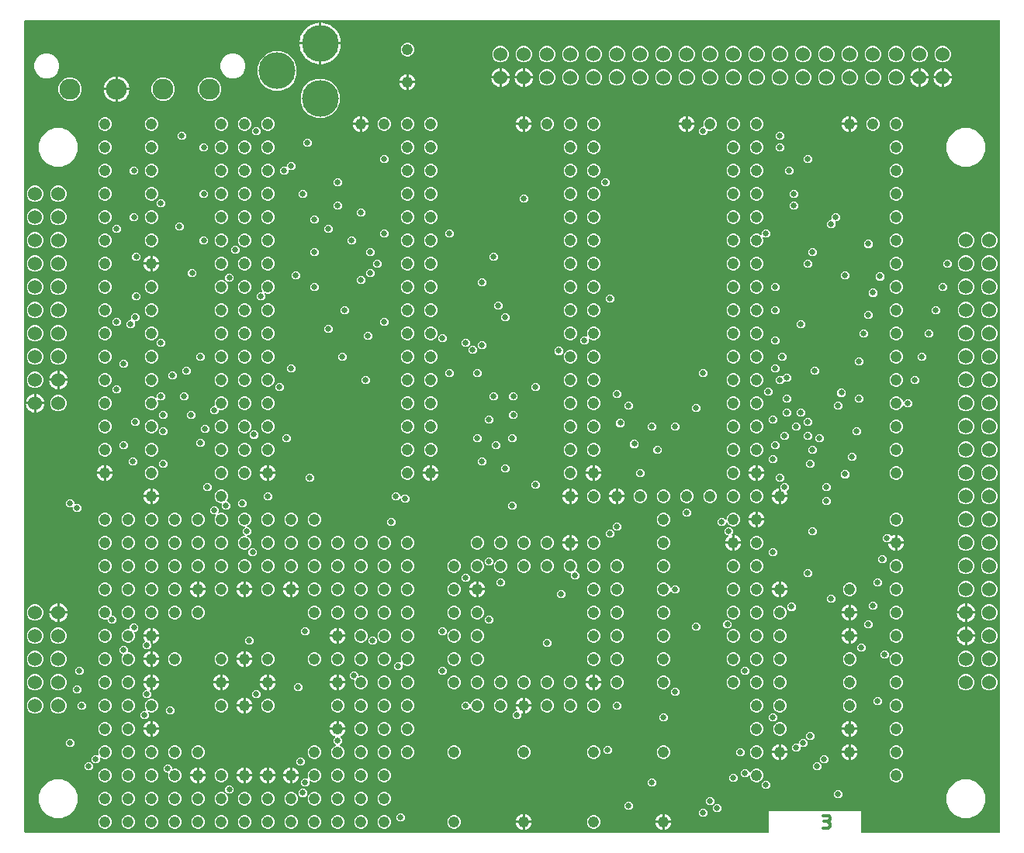
<source format=gbr>
G04 EAGLE Gerber RS-274X export*
G75*
%MOMM*%
%FSLAX34Y34*%
%LPD*%
%INCopper Layer 15*%
%IPPOS*%
%AMOC8*
5,1,8,0,0,1.08239X$1,22.5*%
G01*
%ADD10C,0.355600*%
%ADD11C,1.219200*%
%ADD12C,1.524000*%
%ADD13C,2.286000*%
%ADD14C,4.013200*%
%ADD15C,0.675000*%

G36*
X812865Y1012D02*
X812865Y1012D01*
X812931Y1014D01*
X812974Y1032D01*
X813021Y1040D01*
X813078Y1074D01*
X813138Y1099D01*
X813173Y1130D01*
X813214Y1155D01*
X813256Y1206D01*
X813304Y1250D01*
X813326Y1292D01*
X813355Y1329D01*
X813376Y1391D01*
X813407Y1450D01*
X813415Y1504D01*
X813427Y1541D01*
X813426Y1581D01*
X813434Y1635D01*
X813434Y24766D01*
X913766Y24766D01*
X913766Y1635D01*
X913777Y1570D01*
X913779Y1504D01*
X913797Y1461D01*
X913805Y1414D01*
X913839Y1357D01*
X913864Y1297D01*
X913895Y1262D01*
X913920Y1221D01*
X913971Y1179D01*
X914015Y1131D01*
X914057Y1109D01*
X914094Y1080D01*
X914156Y1059D01*
X914215Y1028D01*
X914269Y1020D01*
X914306Y1008D01*
X914346Y1009D01*
X914400Y1001D01*
X1064965Y1001D01*
X1065030Y1012D01*
X1065096Y1014D01*
X1065140Y1032D01*
X1065186Y1040D01*
X1065243Y1074D01*
X1065304Y1099D01*
X1065339Y1130D01*
X1065379Y1155D01*
X1065421Y1206D01*
X1065469Y1250D01*
X1065491Y1292D01*
X1065521Y1329D01*
X1065542Y1391D01*
X1065572Y1449D01*
X1065580Y1504D01*
X1065593Y1541D01*
X1065592Y1581D01*
X1065600Y1635D01*
X1065799Y887365D01*
X1065787Y887430D01*
X1065785Y887496D01*
X1065768Y887539D01*
X1065759Y887586D01*
X1065726Y887643D01*
X1065701Y887703D01*
X1065669Y887738D01*
X1065645Y887779D01*
X1065594Y887820D01*
X1065550Y887869D01*
X1065508Y887891D01*
X1065471Y887920D01*
X1065409Y887941D01*
X1065350Y887972D01*
X1065296Y887980D01*
X1065259Y887992D01*
X1065219Y887991D01*
X1065165Y887999D01*
X1635Y887999D01*
X1570Y887988D01*
X1504Y887986D01*
X1461Y887968D01*
X1414Y887960D01*
X1357Y887926D01*
X1297Y887901D01*
X1262Y887870D01*
X1221Y887845D01*
X1179Y887794D01*
X1131Y887750D01*
X1109Y887708D01*
X1080Y887671D01*
X1059Y887609D01*
X1028Y887550D01*
X1020Y887496D01*
X1008Y887459D01*
X1009Y887419D01*
X1001Y887365D01*
X1001Y1635D01*
X1012Y1570D01*
X1014Y1504D01*
X1032Y1461D01*
X1040Y1414D01*
X1074Y1357D01*
X1099Y1297D01*
X1130Y1262D01*
X1155Y1221D01*
X1206Y1179D01*
X1250Y1131D01*
X1292Y1109D01*
X1329Y1080D01*
X1391Y1059D01*
X1450Y1028D01*
X1504Y1020D01*
X1541Y1008D01*
X1581Y1009D01*
X1635Y1001D01*
X812800Y1001D01*
X812865Y1012D01*
G37*
%LPC*%
G36*
X272607Y811468D02*
X272607Y811468D01*
X264767Y814716D01*
X258766Y820717D01*
X255518Y828557D01*
X255518Y837043D01*
X258766Y844883D01*
X264767Y850884D01*
X272607Y854132D01*
X281093Y854132D01*
X288933Y850884D01*
X294934Y844883D01*
X298182Y837043D01*
X298182Y828557D01*
X294934Y820717D01*
X288933Y814716D01*
X281093Y811468D01*
X272607Y811468D01*
G37*
%LPD*%
%LPC*%
G36*
X319607Y781468D02*
X319607Y781468D01*
X311767Y784716D01*
X305766Y790717D01*
X302518Y798557D01*
X302518Y807043D01*
X305766Y814883D01*
X311767Y820884D01*
X319607Y824132D01*
X328093Y824132D01*
X335933Y820884D01*
X341934Y814883D01*
X345182Y807043D01*
X345182Y798557D01*
X341934Y790717D01*
X335933Y784716D01*
X328093Y781468D01*
X319607Y781468D01*
G37*
%LPD*%
%LPC*%
G36*
X33923Y728299D02*
X33923Y728299D01*
X26204Y731496D01*
X20296Y737404D01*
X17099Y745123D01*
X17099Y753477D01*
X20296Y761196D01*
X26204Y767104D01*
X33923Y770301D01*
X42277Y770301D01*
X49996Y767104D01*
X55904Y761196D01*
X59101Y753477D01*
X59101Y745123D01*
X55904Y737404D01*
X49996Y731496D01*
X42277Y728299D01*
X33923Y728299D01*
G37*
%LPD*%
%LPC*%
G36*
X1024523Y17099D02*
X1024523Y17099D01*
X1016804Y20296D01*
X1010896Y26204D01*
X1007699Y33923D01*
X1007699Y42277D01*
X1010896Y49996D01*
X1016804Y55904D01*
X1024523Y59101D01*
X1032877Y59101D01*
X1040596Y55904D01*
X1046504Y49996D01*
X1049701Y42277D01*
X1049701Y33923D01*
X1046504Y26204D01*
X1040596Y20296D01*
X1032877Y17099D01*
X1024523Y17099D01*
G37*
%LPD*%
%LPC*%
G36*
X33923Y17099D02*
X33923Y17099D01*
X26204Y20296D01*
X20296Y26204D01*
X17099Y33923D01*
X17099Y42277D01*
X20296Y49996D01*
X26204Y55904D01*
X33923Y59101D01*
X42277Y59101D01*
X49996Y55904D01*
X55904Y49996D01*
X59101Y42277D01*
X59101Y33923D01*
X55904Y26204D01*
X49996Y20296D01*
X42277Y17099D01*
X33923Y17099D01*
G37*
%LPD*%
%LPC*%
G36*
X1024523Y728299D02*
X1024523Y728299D01*
X1016804Y731496D01*
X1010896Y737404D01*
X1007699Y745123D01*
X1007699Y753477D01*
X1010896Y761196D01*
X1016804Y767104D01*
X1024523Y770301D01*
X1032877Y770301D01*
X1040596Y767104D01*
X1046504Y761196D01*
X1049701Y753477D01*
X1049701Y745123D01*
X1046504Y737404D01*
X1040596Y731496D01*
X1032877Y728299D01*
X1024523Y728299D01*
G37*
%LPD*%
%LPC*%
G36*
X22675Y824499D02*
X22675Y824499D01*
X17639Y826585D01*
X13785Y830439D01*
X11699Y835475D01*
X11699Y840925D01*
X13785Y845961D01*
X17639Y849815D01*
X22675Y851901D01*
X28125Y851901D01*
X33161Y849815D01*
X37015Y845961D01*
X39101Y840925D01*
X39101Y835475D01*
X37015Y830439D01*
X33161Y826585D01*
X28125Y824499D01*
X22675Y824499D01*
G37*
%LPD*%
%LPC*%
G36*
X225875Y824499D02*
X225875Y824499D01*
X220839Y826585D01*
X216985Y830439D01*
X214899Y835475D01*
X214899Y840925D01*
X216985Y845961D01*
X220839Y849815D01*
X225875Y851901D01*
X231325Y851901D01*
X236361Y849815D01*
X240215Y845961D01*
X242301Y840925D01*
X242301Y835475D01*
X240215Y830439D01*
X236361Y826585D01*
X231325Y824499D01*
X225875Y824499D01*
G37*
%LPD*%
%LPC*%
G36*
X48275Y800104D02*
X48275Y800104D01*
X43608Y802037D01*
X40037Y805608D01*
X38104Y810275D01*
X38104Y815325D01*
X40037Y819992D01*
X43608Y823563D01*
X48275Y825496D01*
X53325Y825496D01*
X57992Y823563D01*
X61563Y819992D01*
X63496Y815325D01*
X63496Y810275D01*
X61563Y805608D01*
X57992Y802037D01*
X53325Y800104D01*
X48275Y800104D01*
G37*
%LPD*%
%LPC*%
G36*
X200675Y800104D02*
X200675Y800104D01*
X196008Y802037D01*
X192437Y805608D01*
X190504Y810275D01*
X190504Y815325D01*
X192437Y819992D01*
X196008Y823563D01*
X200675Y825496D01*
X205725Y825496D01*
X210392Y823563D01*
X213963Y819992D01*
X215896Y815325D01*
X215896Y810275D01*
X213963Y805608D01*
X210392Y802037D01*
X205725Y800104D01*
X200675Y800104D01*
G37*
%LPD*%
%LPC*%
G36*
X149875Y800104D02*
X149875Y800104D01*
X145208Y802037D01*
X141637Y805608D01*
X139704Y810275D01*
X139704Y815325D01*
X141637Y819992D01*
X145208Y823563D01*
X149875Y825496D01*
X154925Y825496D01*
X159592Y823563D01*
X163163Y819992D01*
X165096Y815325D01*
X165096Y810275D01*
X163163Y805608D01*
X159592Y802037D01*
X154925Y800104D01*
X149875Y800104D01*
G37*
%LPD*%
%LPC*%
G36*
X239836Y310138D02*
X239836Y310138D01*
X237130Y311259D01*
X235059Y313330D01*
X233938Y316036D01*
X233938Y318964D01*
X235059Y321670D01*
X237130Y323741D01*
X239836Y324862D01*
X241084Y324862D01*
X241172Y324877D01*
X241260Y324887D01*
X241282Y324897D01*
X241305Y324901D01*
X241382Y324947D01*
X241462Y324986D01*
X241478Y325003D01*
X241498Y325015D01*
X241554Y325085D01*
X241615Y325149D01*
X241625Y325171D01*
X241640Y325190D01*
X241668Y325274D01*
X241703Y325356D01*
X241704Y325380D01*
X241712Y325402D01*
X241709Y325491D01*
X241713Y325580D01*
X241706Y325603D01*
X241705Y325626D01*
X241672Y325709D01*
X241644Y325794D01*
X241629Y325815D01*
X241621Y325834D01*
X241587Y325872D01*
X241533Y325944D01*
X239199Y328278D01*
X239199Y332122D01*
X241533Y334456D01*
X241584Y334529D01*
X241640Y334598D01*
X241647Y334620D01*
X241661Y334640D01*
X241683Y334726D01*
X241712Y334810D01*
X241711Y334834D01*
X241717Y334857D01*
X241708Y334946D01*
X241705Y335035D01*
X241696Y335057D01*
X241694Y335080D01*
X241654Y335160D01*
X241621Y335243D01*
X241605Y335260D01*
X241594Y335281D01*
X241529Y335342D01*
X241469Y335408D01*
X241448Y335419D01*
X241431Y335435D01*
X241349Y335470D01*
X241270Y335511D01*
X241244Y335515D01*
X241224Y335523D01*
X241174Y335525D01*
X241084Y335538D01*
X239836Y335538D01*
X237130Y336659D01*
X235059Y338730D01*
X233938Y341436D01*
X233938Y344364D01*
X235059Y347070D01*
X237130Y349141D01*
X239836Y350262D01*
X242764Y350262D01*
X245470Y349141D01*
X247541Y347070D01*
X248662Y344364D01*
X248662Y341436D01*
X247541Y338730D01*
X245470Y336659D01*
X244026Y336061D01*
X243941Y336007D01*
X243854Y335955D01*
X243847Y335946D01*
X243837Y335940D01*
X243776Y335859D01*
X243713Y335781D01*
X243709Y335770D01*
X243702Y335760D01*
X243673Y335664D01*
X243641Y335569D01*
X243641Y335557D01*
X243638Y335545D01*
X243645Y335444D01*
X243648Y335344D01*
X243652Y335333D01*
X243653Y335321D01*
X243694Y335229D01*
X243732Y335136D01*
X243740Y335128D01*
X243745Y335117D01*
X243816Y335045D01*
X243883Y334971D01*
X243894Y334965D01*
X243902Y334957D01*
X243993Y334914D01*
X244083Y334868D01*
X244096Y334866D01*
X244106Y334862D01*
X244151Y334858D01*
X244268Y334841D01*
X245762Y334841D01*
X248481Y332122D01*
X248481Y328278D01*
X245762Y325559D01*
X244268Y325559D01*
X244169Y325542D01*
X244070Y325527D01*
X244059Y325522D01*
X244048Y325520D01*
X243961Y325469D01*
X243872Y325421D01*
X243865Y325412D01*
X243854Y325406D01*
X243791Y325328D01*
X243725Y325252D01*
X243720Y325241D01*
X243713Y325231D01*
X243681Y325136D01*
X243645Y325042D01*
X243645Y325030D01*
X243641Y325019D01*
X243644Y324919D01*
X243643Y324818D01*
X243647Y324806D01*
X243648Y324795D01*
X243685Y324702D01*
X243720Y324607D01*
X243728Y324598D01*
X243732Y324587D01*
X243800Y324512D01*
X243865Y324436D01*
X243876Y324429D01*
X243883Y324421D01*
X243924Y324400D01*
X244026Y324339D01*
X245470Y323741D01*
X247541Y321670D01*
X248662Y318964D01*
X248662Y316036D01*
X247541Y313330D01*
X245470Y311259D01*
X242764Y310138D01*
X239836Y310138D01*
G37*
%LPD*%
%LPC*%
G36*
X325119Y864069D02*
X325119Y864069D01*
X325119Y885407D01*
X325332Y885407D01*
X328270Y885020D01*
X331132Y884253D01*
X333870Y883119D01*
X336437Y881637D01*
X338788Y879833D01*
X340883Y877738D01*
X342687Y875387D01*
X344169Y872820D01*
X345303Y870082D01*
X346070Y867220D01*
X346457Y864282D01*
X346457Y864069D01*
X325119Y864069D01*
G37*
%LPD*%
%LPC*%
G36*
X301243Y864069D02*
X301243Y864069D01*
X301243Y864282D01*
X301630Y867220D01*
X302397Y870082D01*
X303531Y872820D01*
X305013Y875387D01*
X306817Y877738D01*
X308912Y879833D01*
X311263Y881637D01*
X313830Y883119D01*
X316568Y884253D01*
X319430Y885020D01*
X322368Y885407D01*
X322581Y885407D01*
X322581Y864069D01*
X301243Y864069D01*
G37*
%LPD*%
%LPC*%
G36*
X325119Y840193D02*
X325119Y840193D01*
X325119Y861531D01*
X346457Y861531D01*
X346457Y861318D01*
X346070Y858380D01*
X345303Y855518D01*
X344169Y852780D01*
X342687Y850213D01*
X340883Y847862D01*
X338788Y845767D01*
X336437Y843963D01*
X333870Y842481D01*
X331132Y841347D01*
X328270Y840580D01*
X325332Y840193D01*
X325119Y840193D01*
G37*
%LPD*%
%LPC*%
G36*
X322368Y840193D02*
X322368Y840193D01*
X319430Y840580D01*
X316568Y841347D01*
X313830Y842481D01*
X311263Y843963D01*
X308912Y845767D01*
X306817Y847862D01*
X305013Y850213D01*
X303531Y852780D01*
X302397Y855518D01*
X301630Y858380D01*
X301243Y861318D01*
X301243Y861531D01*
X322581Y861531D01*
X322581Y840193D01*
X322368Y840193D01*
G37*
%LPD*%
%LPC*%
G36*
X341436Y81538D02*
X341436Y81538D01*
X338730Y82659D01*
X336659Y84730D01*
X335538Y87436D01*
X335538Y90364D01*
X336659Y93070D01*
X338730Y95141D01*
X340728Y95969D01*
X340793Y96010D01*
X340863Y96045D01*
X340887Y96071D01*
X340917Y96090D01*
X340964Y96152D01*
X341017Y96208D01*
X341031Y96241D01*
X341052Y96269D01*
X341074Y96343D01*
X341104Y96415D01*
X341106Y96450D01*
X341116Y96484D01*
X341111Y96562D01*
X341114Y96639D01*
X341103Y96673D01*
X341101Y96708D01*
X341069Y96779D01*
X341046Y96852D01*
X341022Y96885D01*
X341009Y96913D01*
X340976Y96946D01*
X340934Y97003D01*
X338259Y99678D01*
X338259Y103522D01*
X339958Y105221D01*
X340002Y105285D01*
X340053Y105343D01*
X340066Y105376D01*
X340086Y105405D01*
X340106Y105480D01*
X340133Y105553D01*
X340133Y105588D01*
X340142Y105622D01*
X340134Y105699D01*
X340135Y105777D01*
X340123Y105810D01*
X340119Y105846D01*
X340085Y105915D01*
X340058Y105988D01*
X340035Y106015D01*
X340020Y106047D01*
X339963Y106100D01*
X339913Y106159D01*
X339878Y106180D01*
X339856Y106201D01*
X339813Y106219D01*
X339752Y106255D01*
X338809Y106646D01*
X337394Y107592D01*
X336192Y108794D01*
X335246Y110209D01*
X334595Y111781D01*
X334347Y113031D01*
X342265Y113031D01*
X342330Y113042D01*
X342395Y113044D01*
X342439Y113062D01*
X342486Y113070D01*
X342542Y113104D01*
X342603Y113129D01*
X342638Y113160D01*
X342679Y113185D01*
X342720Y113236D01*
X342769Y113280D01*
X342791Y113322D01*
X342820Y113359D01*
X342841Y113421D01*
X342871Y113480D01*
X342880Y113534D01*
X342892Y113571D01*
X342891Y113611D01*
X342899Y113665D01*
X342899Y114301D01*
X342901Y114301D01*
X342901Y113665D01*
X342913Y113600D01*
X342914Y113534D01*
X342932Y113491D01*
X342941Y113444D01*
X342974Y113387D01*
X342999Y113327D01*
X343031Y113292D01*
X343055Y113251D01*
X343106Y113210D01*
X343150Y113161D01*
X343192Y113139D01*
X343229Y113110D01*
X343291Y113089D01*
X343350Y113058D01*
X343404Y113050D01*
X343441Y113038D01*
X343481Y113039D01*
X343535Y113031D01*
X351453Y113031D01*
X351205Y111781D01*
X350554Y110209D01*
X349608Y108794D01*
X348406Y107592D01*
X346991Y106646D01*
X346048Y106255D01*
X345983Y106214D01*
X345913Y106179D01*
X345889Y106153D01*
X345859Y106134D01*
X345812Y106072D01*
X345759Y106016D01*
X345745Y105983D01*
X345724Y105955D01*
X345702Y105881D01*
X345672Y105809D01*
X345670Y105774D01*
X345660Y105740D01*
X345665Y105662D01*
X345662Y105585D01*
X345673Y105552D01*
X345675Y105516D01*
X345707Y105445D01*
X345730Y105372D01*
X345754Y105339D01*
X345767Y105311D01*
X345800Y105278D01*
X345842Y105221D01*
X347541Y103522D01*
X347541Y99678D01*
X344866Y97003D01*
X344822Y96940D01*
X344771Y96881D01*
X344758Y96848D01*
X344738Y96819D01*
X344719Y96744D01*
X344691Y96671D01*
X344691Y96636D01*
X344682Y96602D01*
X344690Y96525D01*
X344689Y96447D01*
X344701Y96414D01*
X344705Y96378D01*
X344739Y96309D01*
X344766Y96236D01*
X344789Y96209D01*
X344805Y96177D01*
X344861Y96124D01*
X344911Y96065D01*
X344946Y96044D01*
X344968Y96023D01*
X345011Y96005D01*
X345072Y95969D01*
X347070Y95141D01*
X349141Y93070D01*
X350262Y90364D01*
X350262Y87436D01*
X349141Y84730D01*
X347070Y82659D01*
X344364Y81538D01*
X341436Y81538D01*
G37*
%LPD*%
%LPC*%
G36*
X1026933Y283214D02*
X1026933Y283214D01*
X1023667Y284567D01*
X1021167Y287067D01*
X1019814Y290333D01*
X1019814Y293867D01*
X1021167Y297133D01*
X1023667Y299633D01*
X1026933Y300986D01*
X1030467Y300986D01*
X1033733Y299633D01*
X1036233Y297133D01*
X1037586Y293867D01*
X1037586Y290333D01*
X1036233Y287067D01*
X1033733Y284567D01*
X1030467Y283214D01*
X1026933Y283214D01*
G37*
%LPD*%
%LPC*%
G36*
X10933Y181614D02*
X10933Y181614D01*
X7667Y182967D01*
X5167Y185467D01*
X3814Y188733D01*
X3814Y192267D01*
X5167Y195533D01*
X7667Y198033D01*
X10933Y199386D01*
X14467Y199386D01*
X17733Y198033D01*
X20233Y195533D01*
X21586Y192267D01*
X21586Y188733D01*
X20233Y185467D01*
X17733Y182967D01*
X14467Y181614D01*
X10933Y181614D01*
G37*
%LPD*%
%LPC*%
G36*
X569733Y842014D02*
X569733Y842014D01*
X566467Y843367D01*
X563967Y845867D01*
X562614Y849133D01*
X562614Y852667D01*
X563967Y855933D01*
X566467Y858433D01*
X569733Y859786D01*
X573267Y859786D01*
X576533Y858433D01*
X579033Y855933D01*
X580386Y852667D01*
X580386Y849133D01*
X579033Y845867D01*
X576533Y843367D01*
X573267Y842014D01*
X569733Y842014D01*
G37*
%LPD*%
%LPC*%
G36*
X544333Y842014D02*
X544333Y842014D01*
X541067Y843367D01*
X538567Y845867D01*
X537214Y849133D01*
X537214Y852667D01*
X538567Y855933D01*
X541067Y858433D01*
X544333Y859786D01*
X547867Y859786D01*
X551133Y858433D01*
X553633Y855933D01*
X554986Y852667D01*
X554986Y849133D01*
X553633Y845867D01*
X551133Y843367D01*
X547867Y842014D01*
X544333Y842014D01*
G37*
%LPD*%
%LPC*%
G36*
X925333Y842014D02*
X925333Y842014D01*
X922067Y843367D01*
X919567Y845867D01*
X918214Y849133D01*
X918214Y852667D01*
X919567Y855933D01*
X922067Y858433D01*
X925333Y859786D01*
X928867Y859786D01*
X932133Y858433D01*
X934633Y855933D01*
X935986Y852667D01*
X935986Y849133D01*
X934633Y845867D01*
X932133Y843367D01*
X928867Y842014D01*
X925333Y842014D01*
G37*
%LPD*%
%LPC*%
G36*
X798333Y842014D02*
X798333Y842014D01*
X795067Y843367D01*
X792567Y845867D01*
X791214Y849133D01*
X791214Y852667D01*
X792567Y855933D01*
X795067Y858433D01*
X798333Y859786D01*
X801867Y859786D01*
X805133Y858433D01*
X807633Y855933D01*
X808986Y852667D01*
X808986Y849133D01*
X807633Y845867D01*
X805133Y843367D01*
X801867Y842014D01*
X798333Y842014D01*
G37*
%LPD*%
%LPC*%
G36*
X1001533Y842014D02*
X1001533Y842014D01*
X998267Y843367D01*
X995767Y845867D01*
X994414Y849133D01*
X994414Y852667D01*
X995767Y855933D01*
X998267Y858433D01*
X1001533Y859786D01*
X1005067Y859786D01*
X1008333Y858433D01*
X1010833Y855933D01*
X1012186Y852667D01*
X1012186Y849133D01*
X1010833Y845867D01*
X1008333Y843367D01*
X1005067Y842014D01*
X1001533Y842014D01*
G37*
%LPD*%
%LPC*%
G36*
X976133Y842014D02*
X976133Y842014D01*
X972867Y843367D01*
X970367Y845867D01*
X969014Y849133D01*
X969014Y852667D01*
X970367Y855933D01*
X972867Y858433D01*
X976133Y859786D01*
X979667Y859786D01*
X982933Y858433D01*
X985433Y855933D01*
X986786Y852667D01*
X986786Y849133D01*
X985433Y845867D01*
X982933Y843367D01*
X979667Y842014D01*
X976133Y842014D01*
G37*
%LPD*%
%LPC*%
G36*
X950733Y842014D02*
X950733Y842014D01*
X947467Y843367D01*
X944967Y845867D01*
X943614Y849133D01*
X943614Y852667D01*
X944967Y855933D01*
X947467Y858433D01*
X950733Y859786D01*
X954267Y859786D01*
X957533Y858433D01*
X960033Y855933D01*
X961386Y852667D01*
X961386Y849133D01*
X960033Y845867D01*
X957533Y843367D01*
X954267Y842014D01*
X950733Y842014D01*
G37*
%LPD*%
%LPC*%
G36*
X518933Y842014D02*
X518933Y842014D01*
X515667Y843367D01*
X513167Y845867D01*
X511814Y849133D01*
X511814Y852667D01*
X513167Y855933D01*
X515667Y858433D01*
X518933Y859786D01*
X522467Y859786D01*
X525733Y858433D01*
X528233Y855933D01*
X529586Y852667D01*
X529586Y849133D01*
X528233Y845867D01*
X525733Y843367D01*
X522467Y842014D01*
X518933Y842014D01*
G37*
%LPD*%
%LPC*%
G36*
X899933Y842014D02*
X899933Y842014D01*
X896667Y843367D01*
X894167Y845867D01*
X892814Y849133D01*
X892814Y852667D01*
X894167Y855933D01*
X896667Y858433D01*
X899933Y859786D01*
X903467Y859786D01*
X906733Y858433D01*
X909233Y855933D01*
X910586Y852667D01*
X910586Y849133D01*
X909233Y845867D01*
X906733Y843367D01*
X903467Y842014D01*
X899933Y842014D01*
G37*
%LPD*%
%LPC*%
G36*
X874533Y842014D02*
X874533Y842014D01*
X871267Y843367D01*
X868767Y845867D01*
X867414Y849133D01*
X867414Y852667D01*
X868767Y855933D01*
X871267Y858433D01*
X874533Y859786D01*
X878067Y859786D01*
X881333Y858433D01*
X883833Y855933D01*
X885186Y852667D01*
X885186Y849133D01*
X883833Y845867D01*
X881333Y843367D01*
X878067Y842014D01*
X874533Y842014D01*
G37*
%LPD*%
%LPC*%
G36*
X849133Y842014D02*
X849133Y842014D01*
X845867Y843367D01*
X843367Y845867D01*
X842014Y849133D01*
X842014Y852667D01*
X843367Y855933D01*
X845867Y858433D01*
X849133Y859786D01*
X852667Y859786D01*
X855933Y858433D01*
X858433Y855933D01*
X859786Y852667D01*
X859786Y849133D01*
X858433Y845867D01*
X855933Y843367D01*
X852667Y842014D01*
X849133Y842014D01*
G37*
%LPD*%
%LPC*%
G36*
X823733Y842014D02*
X823733Y842014D01*
X820467Y843367D01*
X817967Y845867D01*
X816614Y849133D01*
X816614Y852667D01*
X817967Y855933D01*
X820467Y858433D01*
X823733Y859786D01*
X827267Y859786D01*
X830533Y858433D01*
X833033Y855933D01*
X834386Y852667D01*
X834386Y849133D01*
X833033Y845867D01*
X830533Y843367D01*
X827267Y842014D01*
X823733Y842014D01*
G37*
%LPD*%
%LPC*%
G36*
X772933Y842014D02*
X772933Y842014D01*
X769667Y843367D01*
X767167Y845867D01*
X765814Y849133D01*
X765814Y852667D01*
X767167Y855933D01*
X769667Y858433D01*
X772933Y859786D01*
X776467Y859786D01*
X779733Y858433D01*
X782233Y855933D01*
X783586Y852667D01*
X783586Y849133D01*
X782233Y845867D01*
X779733Y843367D01*
X776467Y842014D01*
X772933Y842014D01*
G37*
%LPD*%
%LPC*%
G36*
X747533Y842014D02*
X747533Y842014D01*
X744267Y843367D01*
X741767Y845867D01*
X740414Y849133D01*
X740414Y852667D01*
X741767Y855933D01*
X744267Y858433D01*
X747533Y859786D01*
X751067Y859786D01*
X754333Y858433D01*
X756833Y855933D01*
X758186Y852667D01*
X758186Y849133D01*
X756833Y845867D01*
X754333Y843367D01*
X751067Y842014D01*
X747533Y842014D01*
G37*
%LPD*%
%LPC*%
G36*
X722133Y842014D02*
X722133Y842014D01*
X718867Y843367D01*
X716367Y845867D01*
X715014Y849133D01*
X715014Y852667D01*
X716367Y855933D01*
X718867Y858433D01*
X722133Y859786D01*
X725667Y859786D01*
X728933Y858433D01*
X731433Y855933D01*
X732786Y852667D01*
X732786Y849133D01*
X731433Y845867D01*
X728933Y843367D01*
X725667Y842014D01*
X722133Y842014D01*
G37*
%LPD*%
%LPC*%
G36*
X696733Y842014D02*
X696733Y842014D01*
X693467Y843367D01*
X690967Y845867D01*
X689614Y849133D01*
X689614Y852667D01*
X690967Y855933D01*
X693467Y858433D01*
X696733Y859786D01*
X700267Y859786D01*
X703533Y858433D01*
X706033Y855933D01*
X707386Y852667D01*
X707386Y849133D01*
X706033Y845867D01*
X703533Y843367D01*
X700267Y842014D01*
X696733Y842014D01*
G37*
%LPD*%
%LPC*%
G36*
X671333Y842014D02*
X671333Y842014D01*
X668067Y843367D01*
X665567Y845867D01*
X664214Y849133D01*
X664214Y852667D01*
X665567Y855933D01*
X668067Y858433D01*
X671333Y859786D01*
X674867Y859786D01*
X678133Y858433D01*
X680633Y855933D01*
X681986Y852667D01*
X681986Y849133D01*
X680633Y845867D01*
X678133Y843367D01*
X674867Y842014D01*
X671333Y842014D01*
G37*
%LPD*%
%LPC*%
G36*
X645933Y842014D02*
X645933Y842014D01*
X642667Y843367D01*
X640167Y845867D01*
X638814Y849133D01*
X638814Y852667D01*
X640167Y855933D01*
X642667Y858433D01*
X645933Y859786D01*
X649467Y859786D01*
X652733Y858433D01*
X655233Y855933D01*
X656586Y852667D01*
X656586Y849133D01*
X655233Y845867D01*
X652733Y843367D01*
X649467Y842014D01*
X645933Y842014D01*
G37*
%LPD*%
%LPC*%
G36*
X620533Y842014D02*
X620533Y842014D01*
X617267Y843367D01*
X614767Y845867D01*
X613414Y849133D01*
X613414Y852667D01*
X614767Y855933D01*
X617267Y858433D01*
X620533Y859786D01*
X624067Y859786D01*
X627333Y858433D01*
X629833Y855933D01*
X631186Y852667D01*
X631186Y849133D01*
X629833Y845867D01*
X627333Y843367D01*
X624067Y842014D01*
X620533Y842014D01*
G37*
%LPD*%
%LPC*%
G36*
X595133Y842014D02*
X595133Y842014D01*
X591867Y843367D01*
X589367Y845867D01*
X588014Y849133D01*
X588014Y852667D01*
X589367Y855933D01*
X591867Y858433D01*
X595133Y859786D01*
X598667Y859786D01*
X601933Y858433D01*
X604433Y855933D01*
X605786Y852667D01*
X605786Y849133D01*
X604433Y845867D01*
X601933Y843367D01*
X598667Y842014D01*
X595133Y842014D01*
G37*
%LPD*%
%LPC*%
G36*
X1052333Y283214D02*
X1052333Y283214D01*
X1049067Y284567D01*
X1046567Y287067D01*
X1045214Y290333D01*
X1045214Y293867D01*
X1046567Y297133D01*
X1049067Y299633D01*
X1052333Y300986D01*
X1055867Y300986D01*
X1059133Y299633D01*
X1061633Y297133D01*
X1062986Y293867D01*
X1062986Y290333D01*
X1061633Y287067D01*
X1059133Y284567D01*
X1055867Y283214D01*
X1052333Y283214D01*
G37*
%LPD*%
%LPC*%
G36*
X36333Y689614D02*
X36333Y689614D01*
X33067Y690967D01*
X30567Y693467D01*
X29214Y696733D01*
X29214Y700267D01*
X30567Y703533D01*
X33067Y706033D01*
X36333Y707386D01*
X39867Y707386D01*
X43133Y706033D01*
X45633Y703533D01*
X46986Y700267D01*
X46986Y696733D01*
X45633Y693467D01*
X43133Y690967D01*
X39867Y689614D01*
X36333Y689614D01*
G37*
%LPD*%
%LPC*%
G36*
X10933Y689614D02*
X10933Y689614D01*
X7667Y690967D01*
X5167Y693467D01*
X3814Y696733D01*
X3814Y700267D01*
X5167Y703533D01*
X7667Y706033D01*
X10933Y707386D01*
X14467Y707386D01*
X17733Y706033D01*
X20233Y703533D01*
X21586Y700267D01*
X21586Y696733D01*
X20233Y693467D01*
X17733Y690967D01*
X14467Y689614D01*
X10933Y689614D01*
G37*
%LPD*%
%LPC*%
G36*
X1026933Y384814D02*
X1026933Y384814D01*
X1023667Y386167D01*
X1021167Y388667D01*
X1019814Y391933D01*
X1019814Y395467D01*
X1021167Y398733D01*
X1023667Y401233D01*
X1026933Y402586D01*
X1030467Y402586D01*
X1033733Y401233D01*
X1036233Y398733D01*
X1037586Y395467D01*
X1037586Y391933D01*
X1036233Y388667D01*
X1033733Y386167D01*
X1030467Y384814D01*
X1026933Y384814D01*
G37*
%LPD*%
%LPC*%
G36*
X10933Y613414D02*
X10933Y613414D01*
X7667Y614767D01*
X5167Y617267D01*
X3814Y620533D01*
X3814Y624067D01*
X5167Y627333D01*
X7667Y629833D01*
X10933Y631186D01*
X14467Y631186D01*
X17733Y629833D01*
X20233Y627333D01*
X21586Y624067D01*
X21586Y620533D01*
X20233Y617267D01*
X17733Y614767D01*
X14467Y613414D01*
X10933Y613414D01*
G37*
%LPD*%
%LPC*%
G36*
X36333Y613414D02*
X36333Y613414D01*
X33067Y614767D01*
X30567Y617267D01*
X29214Y620533D01*
X29214Y624067D01*
X30567Y627333D01*
X33067Y629833D01*
X36333Y631186D01*
X39867Y631186D01*
X43133Y629833D01*
X45633Y627333D01*
X46986Y624067D01*
X46986Y620533D01*
X45633Y617267D01*
X43133Y614767D01*
X39867Y613414D01*
X36333Y613414D01*
G37*
%LPD*%
%LPC*%
G36*
X1052333Y613414D02*
X1052333Y613414D01*
X1049067Y614767D01*
X1046567Y617267D01*
X1045214Y620533D01*
X1045214Y624067D01*
X1046567Y627333D01*
X1049067Y629833D01*
X1052333Y631186D01*
X1055867Y631186D01*
X1059133Y629833D01*
X1061633Y627333D01*
X1062986Y624067D01*
X1062986Y620533D01*
X1061633Y617267D01*
X1059133Y614767D01*
X1055867Y613414D01*
X1052333Y613414D01*
G37*
%LPD*%
%LPC*%
G36*
X569733Y816614D02*
X569733Y816614D01*
X566467Y817967D01*
X563967Y820467D01*
X562614Y823733D01*
X562614Y827267D01*
X563967Y830533D01*
X566467Y833033D01*
X569733Y834386D01*
X573267Y834386D01*
X576533Y833033D01*
X579033Y830533D01*
X580386Y827267D01*
X580386Y823733D01*
X579033Y820467D01*
X576533Y817967D01*
X573267Y816614D01*
X569733Y816614D01*
G37*
%LPD*%
%LPC*%
G36*
X620533Y816614D02*
X620533Y816614D01*
X617267Y817967D01*
X614767Y820467D01*
X613414Y823733D01*
X613414Y827267D01*
X614767Y830533D01*
X617267Y833033D01*
X620533Y834386D01*
X624067Y834386D01*
X627333Y833033D01*
X629833Y830533D01*
X631186Y827267D01*
X631186Y823733D01*
X629833Y820467D01*
X627333Y817967D01*
X624067Y816614D01*
X620533Y816614D01*
G37*
%LPD*%
%LPC*%
G36*
X595133Y816614D02*
X595133Y816614D01*
X591867Y817967D01*
X589367Y820467D01*
X588014Y823733D01*
X588014Y827267D01*
X589367Y830533D01*
X591867Y833033D01*
X595133Y834386D01*
X598667Y834386D01*
X601933Y833033D01*
X604433Y830533D01*
X605786Y827267D01*
X605786Y823733D01*
X604433Y820467D01*
X601933Y817967D01*
X598667Y816614D01*
X595133Y816614D01*
G37*
%LPD*%
%LPC*%
G36*
X950733Y816614D02*
X950733Y816614D01*
X947467Y817967D01*
X944967Y820467D01*
X943614Y823733D01*
X943614Y827267D01*
X944967Y830533D01*
X947467Y833033D01*
X950733Y834386D01*
X954267Y834386D01*
X957533Y833033D01*
X960033Y830533D01*
X961386Y827267D01*
X961386Y823733D01*
X960033Y820467D01*
X957533Y817967D01*
X954267Y816614D01*
X950733Y816614D01*
G37*
%LPD*%
%LPC*%
G36*
X925333Y816614D02*
X925333Y816614D01*
X922067Y817967D01*
X919567Y820467D01*
X918214Y823733D01*
X918214Y827267D01*
X919567Y830533D01*
X922067Y833033D01*
X925333Y834386D01*
X928867Y834386D01*
X932133Y833033D01*
X934633Y830533D01*
X935986Y827267D01*
X935986Y823733D01*
X934633Y820467D01*
X932133Y817967D01*
X928867Y816614D01*
X925333Y816614D01*
G37*
%LPD*%
%LPC*%
G36*
X899933Y816614D02*
X899933Y816614D01*
X896667Y817967D01*
X894167Y820467D01*
X892814Y823733D01*
X892814Y827267D01*
X894167Y830533D01*
X896667Y833033D01*
X899933Y834386D01*
X903467Y834386D01*
X906733Y833033D01*
X909233Y830533D01*
X910586Y827267D01*
X910586Y823733D01*
X909233Y820467D01*
X906733Y817967D01*
X903467Y816614D01*
X899933Y816614D01*
G37*
%LPD*%
%LPC*%
G36*
X874533Y816614D02*
X874533Y816614D01*
X871267Y817967D01*
X868767Y820467D01*
X867414Y823733D01*
X867414Y827267D01*
X868767Y830533D01*
X871267Y833033D01*
X874533Y834386D01*
X878067Y834386D01*
X881333Y833033D01*
X883833Y830533D01*
X885186Y827267D01*
X885186Y823733D01*
X883833Y820467D01*
X881333Y817967D01*
X878067Y816614D01*
X874533Y816614D01*
G37*
%LPD*%
%LPC*%
G36*
X849133Y816614D02*
X849133Y816614D01*
X845867Y817967D01*
X843367Y820467D01*
X842014Y823733D01*
X842014Y827267D01*
X843367Y830533D01*
X845867Y833033D01*
X849133Y834386D01*
X852667Y834386D01*
X855933Y833033D01*
X858433Y830533D01*
X859786Y827267D01*
X859786Y823733D01*
X858433Y820467D01*
X855933Y817967D01*
X852667Y816614D01*
X849133Y816614D01*
G37*
%LPD*%
%LPC*%
G36*
X823733Y816614D02*
X823733Y816614D01*
X820467Y817967D01*
X817967Y820467D01*
X816614Y823733D01*
X816614Y827267D01*
X817967Y830533D01*
X820467Y833033D01*
X823733Y834386D01*
X827267Y834386D01*
X830533Y833033D01*
X833033Y830533D01*
X834386Y827267D01*
X834386Y823733D01*
X833033Y820467D01*
X830533Y817967D01*
X827267Y816614D01*
X823733Y816614D01*
G37*
%LPD*%
%LPC*%
G36*
X798333Y816614D02*
X798333Y816614D01*
X795067Y817967D01*
X792567Y820467D01*
X791214Y823733D01*
X791214Y827267D01*
X792567Y830533D01*
X795067Y833033D01*
X798333Y834386D01*
X801867Y834386D01*
X805133Y833033D01*
X807633Y830533D01*
X808986Y827267D01*
X808986Y823733D01*
X807633Y820467D01*
X805133Y817967D01*
X801867Y816614D01*
X798333Y816614D01*
G37*
%LPD*%
%LPC*%
G36*
X772933Y816614D02*
X772933Y816614D01*
X769667Y817967D01*
X767167Y820467D01*
X765814Y823733D01*
X765814Y827267D01*
X767167Y830533D01*
X769667Y833033D01*
X772933Y834386D01*
X776467Y834386D01*
X779733Y833033D01*
X782233Y830533D01*
X783586Y827267D01*
X783586Y823733D01*
X782233Y820467D01*
X779733Y817967D01*
X776467Y816614D01*
X772933Y816614D01*
G37*
%LPD*%
%LPC*%
G36*
X747533Y816614D02*
X747533Y816614D01*
X744267Y817967D01*
X741767Y820467D01*
X740414Y823733D01*
X740414Y827267D01*
X741767Y830533D01*
X744267Y833033D01*
X747533Y834386D01*
X751067Y834386D01*
X754333Y833033D01*
X756833Y830533D01*
X758186Y827267D01*
X758186Y823733D01*
X756833Y820467D01*
X754333Y817967D01*
X751067Y816614D01*
X747533Y816614D01*
G37*
%LPD*%
%LPC*%
G36*
X722133Y816614D02*
X722133Y816614D01*
X718867Y817967D01*
X716367Y820467D01*
X715014Y823733D01*
X715014Y827267D01*
X716367Y830533D01*
X718867Y833033D01*
X722133Y834386D01*
X725667Y834386D01*
X728933Y833033D01*
X731433Y830533D01*
X732786Y827267D01*
X732786Y823733D01*
X731433Y820467D01*
X728933Y817967D01*
X725667Y816614D01*
X722133Y816614D01*
G37*
%LPD*%
%LPC*%
G36*
X696733Y816614D02*
X696733Y816614D01*
X693467Y817967D01*
X690967Y820467D01*
X689614Y823733D01*
X689614Y827267D01*
X690967Y830533D01*
X693467Y833033D01*
X696733Y834386D01*
X700267Y834386D01*
X703533Y833033D01*
X706033Y830533D01*
X707386Y827267D01*
X707386Y823733D01*
X706033Y820467D01*
X703533Y817967D01*
X700267Y816614D01*
X696733Y816614D01*
G37*
%LPD*%
%LPC*%
G36*
X671333Y816614D02*
X671333Y816614D01*
X668067Y817967D01*
X665567Y820467D01*
X664214Y823733D01*
X664214Y827267D01*
X665567Y830533D01*
X668067Y833033D01*
X671333Y834386D01*
X674867Y834386D01*
X678133Y833033D01*
X680633Y830533D01*
X681986Y827267D01*
X681986Y823733D01*
X680633Y820467D01*
X678133Y817967D01*
X674867Y816614D01*
X671333Y816614D01*
G37*
%LPD*%
%LPC*%
G36*
X645933Y816614D02*
X645933Y816614D01*
X642667Y817967D01*
X640167Y820467D01*
X638814Y823733D01*
X638814Y827267D01*
X640167Y830533D01*
X642667Y833033D01*
X645933Y834386D01*
X649467Y834386D01*
X652733Y833033D01*
X655233Y830533D01*
X656586Y827267D01*
X656586Y823733D01*
X655233Y820467D01*
X652733Y817967D01*
X649467Y816614D01*
X645933Y816614D01*
G37*
%LPD*%
%LPC*%
G36*
X1026933Y613414D02*
X1026933Y613414D01*
X1023667Y614767D01*
X1021167Y617267D01*
X1019814Y620533D01*
X1019814Y624067D01*
X1021167Y627333D01*
X1023667Y629833D01*
X1026933Y631186D01*
X1030467Y631186D01*
X1033733Y629833D01*
X1036233Y627333D01*
X1037586Y624067D01*
X1037586Y620533D01*
X1036233Y617267D01*
X1033733Y614767D01*
X1030467Y613414D01*
X1026933Y613414D01*
G37*
%LPD*%
%LPC*%
G36*
X1026933Y511814D02*
X1026933Y511814D01*
X1023667Y513167D01*
X1021167Y515667D01*
X1019814Y518933D01*
X1019814Y522467D01*
X1021167Y525733D01*
X1023667Y528233D01*
X1026933Y529586D01*
X1030467Y529586D01*
X1033733Y528233D01*
X1036233Y525733D01*
X1037586Y522467D01*
X1037586Y518933D01*
X1036233Y515667D01*
X1033733Y513167D01*
X1030467Y511814D01*
X1026933Y511814D01*
G37*
%LPD*%
%LPC*%
G36*
X10933Y511814D02*
X10933Y511814D01*
X7667Y513167D01*
X5167Y515667D01*
X3814Y518933D01*
X3814Y522467D01*
X5167Y525733D01*
X7667Y528233D01*
X10933Y529586D01*
X14467Y529586D01*
X17733Y528233D01*
X20233Y525733D01*
X21586Y522467D01*
X21586Y518933D01*
X20233Y515667D01*
X17733Y513167D01*
X14467Y511814D01*
X10933Y511814D01*
G37*
%LPD*%
%LPC*%
G36*
X1052333Y257814D02*
X1052333Y257814D01*
X1049067Y259167D01*
X1046567Y261667D01*
X1045214Y264933D01*
X1045214Y268467D01*
X1046567Y271733D01*
X1049067Y274233D01*
X1052333Y275586D01*
X1055867Y275586D01*
X1059133Y274233D01*
X1061633Y271733D01*
X1062986Y268467D01*
X1062986Y264933D01*
X1061633Y261667D01*
X1059133Y259167D01*
X1055867Y257814D01*
X1052333Y257814D01*
G37*
%LPD*%
%LPC*%
G36*
X10933Y638814D02*
X10933Y638814D01*
X7667Y640167D01*
X5167Y642667D01*
X3814Y645933D01*
X3814Y649467D01*
X5167Y652733D01*
X7667Y655233D01*
X10933Y656586D01*
X14467Y656586D01*
X17733Y655233D01*
X20233Y652733D01*
X21586Y649467D01*
X21586Y645933D01*
X20233Y642667D01*
X17733Y640167D01*
X14467Y638814D01*
X10933Y638814D01*
G37*
%LPD*%
%LPC*%
G36*
X1052333Y638814D02*
X1052333Y638814D01*
X1049067Y640167D01*
X1046567Y642667D01*
X1045214Y645933D01*
X1045214Y649467D01*
X1046567Y652733D01*
X1049067Y655233D01*
X1052333Y656586D01*
X1055867Y656586D01*
X1059133Y655233D01*
X1061633Y652733D01*
X1062986Y649467D01*
X1062986Y645933D01*
X1061633Y642667D01*
X1059133Y640167D01*
X1055867Y638814D01*
X1052333Y638814D01*
G37*
%LPD*%
%LPC*%
G36*
X1026933Y638814D02*
X1026933Y638814D01*
X1023667Y640167D01*
X1021167Y642667D01*
X1019814Y645933D01*
X1019814Y649467D01*
X1021167Y652733D01*
X1023667Y655233D01*
X1026933Y656586D01*
X1030467Y656586D01*
X1033733Y655233D01*
X1036233Y652733D01*
X1037586Y649467D01*
X1037586Y645933D01*
X1036233Y642667D01*
X1033733Y640167D01*
X1030467Y638814D01*
X1026933Y638814D01*
G37*
%LPD*%
%LPC*%
G36*
X36333Y638814D02*
X36333Y638814D01*
X33067Y640167D01*
X30567Y642667D01*
X29214Y645933D01*
X29214Y649467D01*
X30567Y652733D01*
X33067Y655233D01*
X36333Y656586D01*
X39867Y656586D01*
X43133Y655233D01*
X45633Y652733D01*
X46986Y649467D01*
X46986Y645933D01*
X45633Y642667D01*
X43133Y640167D01*
X39867Y638814D01*
X36333Y638814D01*
G37*
%LPD*%
%LPC*%
G36*
X36333Y562614D02*
X36333Y562614D01*
X33067Y563967D01*
X30567Y566467D01*
X29214Y569733D01*
X29214Y573267D01*
X30567Y576533D01*
X33067Y579033D01*
X36333Y580386D01*
X39867Y580386D01*
X43133Y579033D01*
X45633Y576533D01*
X46986Y573267D01*
X46986Y569733D01*
X45633Y566467D01*
X43133Y563967D01*
X39867Y562614D01*
X36333Y562614D01*
G37*
%LPD*%
%LPC*%
G36*
X1052333Y588014D02*
X1052333Y588014D01*
X1049067Y589367D01*
X1046567Y591867D01*
X1045214Y595133D01*
X1045214Y598667D01*
X1046567Y601933D01*
X1049067Y604433D01*
X1052333Y605786D01*
X1055867Y605786D01*
X1059133Y604433D01*
X1061633Y601933D01*
X1062986Y598667D01*
X1062986Y595133D01*
X1061633Y591867D01*
X1059133Y589367D01*
X1055867Y588014D01*
X1052333Y588014D01*
G37*
%LPD*%
%LPC*%
G36*
X1052333Y410214D02*
X1052333Y410214D01*
X1049067Y411567D01*
X1046567Y414067D01*
X1045214Y417333D01*
X1045214Y420867D01*
X1046567Y424133D01*
X1049067Y426633D01*
X1052333Y427986D01*
X1055867Y427986D01*
X1059133Y426633D01*
X1061633Y424133D01*
X1062986Y420867D01*
X1062986Y417333D01*
X1061633Y414067D01*
X1059133Y411567D01*
X1055867Y410214D01*
X1052333Y410214D01*
G37*
%LPD*%
%LPC*%
G36*
X1026933Y257814D02*
X1026933Y257814D01*
X1023667Y259167D01*
X1021167Y261667D01*
X1019814Y264933D01*
X1019814Y268467D01*
X1021167Y271733D01*
X1023667Y274233D01*
X1026933Y275586D01*
X1030467Y275586D01*
X1033733Y274233D01*
X1036233Y271733D01*
X1037586Y268467D01*
X1037586Y264933D01*
X1036233Y261667D01*
X1033733Y259167D01*
X1030467Y257814D01*
X1026933Y257814D01*
G37*
%LPD*%
%LPC*%
G36*
X36333Y588014D02*
X36333Y588014D01*
X33067Y589367D01*
X30567Y591867D01*
X29214Y595133D01*
X29214Y598667D01*
X30567Y601933D01*
X33067Y604433D01*
X36333Y605786D01*
X39867Y605786D01*
X43133Y604433D01*
X45633Y601933D01*
X46986Y598667D01*
X46986Y595133D01*
X45633Y591867D01*
X43133Y589367D01*
X39867Y588014D01*
X36333Y588014D01*
G37*
%LPD*%
%LPC*%
G36*
X1026933Y461014D02*
X1026933Y461014D01*
X1023667Y462367D01*
X1021167Y464867D01*
X1019814Y468133D01*
X1019814Y471667D01*
X1021167Y474933D01*
X1023667Y477433D01*
X1026933Y478786D01*
X1030467Y478786D01*
X1033733Y477433D01*
X1036233Y474933D01*
X1037586Y471667D01*
X1037586Y468133D01*
X1036233Y464867D01*
X1033733Y462367D01*
X1030467Y461014D01*
X1026933Y461014D01*
G37*
%LPD*%
%LPC*%
G36*
X1052333Y461014D02*
X1052333Y461014D01*
X1049067Y462367D01*
X1046567Y464867D01*
X1045214Y468133D01*
X1045214Y471667D01*
X1046567Y474933D01*
X1049067Y477433D01*
X1052333Y478786D01*
X1055867Y478786D01*
X1059133Y477433D01*
X1061633Y474933D01*
X1062986Y471667D01*
X1062986Y468133D01*
X1061633Y464867D01*
X1059133Y462367D01*
X1055867Y461014D01*
X1052333Y461014D01*
G37*
%LPD*%
%LPC*%
G36*
X1026933Y359414D02*
X1026933Y359414D01*
X1023667Y360767D01*
X1021167Y363267D01*
X1019814Y366533D01*
X1019814Y370067D01*
X1021167Y373333D01*
X1023667Y375833D01*
X1026933Y377186D01*
X1030467Y377186D01*
X1033733Y375833D01*
X1036233Y373333D01*
X1037586Y370067D01*
X1037586Y366533D01*
X1036233Y363267D01*
X1033733Y360767D01*
X1030467Y359414D01*
X1026933Y359414D01*
G37*
%LPD*%
%LPC*%
G36*
X36333Y461014D02*
X36333Y461014D01*
X33067Y462367D01*
X30567Y464867D01*
X29214Y468133D01*
X29214Y471667D01*
X30567Y474933D01*
X33067Y477433D01*
X36333Y478786D01*
X39867Y478786D01*
X43133Y477433D01*
X45633Y474933D01*
X46986Y471667D01*
X46986Y468133D01*
X45633Y464867D01*
X43133Y462367D01*
X39867Y461014D01*
X36333Y461014D01*
G37*
%LPD*%
%LPC*%
G36*
X10933Y588014D02*
X10933Y588014D01*
X7667Y589367D01*
X5167Y591867D01*
X3814Y595133D01*
X3814Y598667D01*
X5167Y601933D01*
X7667Y604433D01*
X10933Y605786D01*
X14467Y605786D01*
X17733Y604433D01*
X20233Y601933D01*
X21586Y598667D01*
X21586Y595133D01*
X20233Y591867D01*
X17733Y589367D01*
X14467Y588014D01*
X10933Y588014D01*
G37*
%LPD*%
%LPC*%
G36*
X36333Y664214D02*
X36333Y664214D01*
X33067Y665567D01*
X30567Y668067D01*
X29214Y671333D01*
X29214Y674867D01*
X30567Y678133D01*
X33067Y680633D01*
X36333Y681986D01*
X39867Y681986D01*
X43133Y680633D01*
X45633Y678133D01*
X46986Y674867D01*
X46986Y671333D01*
X45633Y668067D01*
X43133Y665567D01*
X39867Y664214D01*
X36333Y664214D01*
G37*
%LPD*%
%LPC*%
G36*
X1052333Y537214D02*
X1052333Y537214D01*
X1049067Y538567D01*
X1046567Y541067D01*
X1045214Y544333D01*
X1045214Y547867D01*
X1046567Y551133D01*
X1049067Y553633D01*
X1052333Y554986D01*
X1055867Y554986D01*
X1059133Y553633D01*
X1061633Y551133D01*
X1062986Y547867D01*
X1062986Y544333D01*
X1061633Y541067D01*
X1059133Y538567D01*
X1055867Y537214D01*
X1052333Y537214D01*
G37*
%LPD*%
%LPC*%
G36*
X10933Y664214D02*
X10933Y664214D01*
X7667Y665567D01*
X5167Y668067D01*
X3814Y671333D01*
X3814Y674867D01*
X5167Y678133D01*
X7667Y680633D01*
X10933Y681986D01*
X14467Y681986D01*
X17733Y680633D01*
X20233Y678133D01*
X21586Y674867D01*
X21586Y671333D01*
X20233Y668067D01*
X17733Y665567D01*
X14467Y664214D01*
X10933Y664214D01*
G37*
%LPD*%
%LPC*%
G36*
X10933Y537214D02*
X10933Y537214D01*
X7667Y538567D01*
X5167Y541067D01*
X3814Y544333D01*
X3814Y547867D01*
X5167Y551133D01*
X7667Y553633D01*
X10933Y554986D01*
X14467Y554986D01*
X17733Y553633D01*
X20233Y551133D01*
X21586Y547867D01*
X21586Y544333D01*
X20233Y541067D01*
X17733Y538567D01*
X14467Y537214D01*
X10933Y537214D01*
G37*
%LPD*%
%LPC*%
G36*
X1026933Y588014D02*
X1026933Y588014D01*
X1023667Y589367D01*
X1021167Y591867D01*
X1019814Y595133D01*
X1019814Y598667D01*
X1021167Y601933D01*
X1023667Y604433D01*
X1026933Y605786D01*
X1030467Y605786D01*
X1033733Y604433D01*
X1036233Y601933D01*
X1037586Y598667D01*
X1037586Y595133D01*
X1036233Y591867D01*
X1033733Y589367D01*
X1030467Y588014D01*
X1026933Y588014D01*
G37*
%LPD*%
%LPC*%
G36*
X1052333Y562614D02*
X1052333Y562614D01*
X1049067Y563967D01*
X1046567Y566467D01*
X1045214Y569733D01*
X1045214Y573267D01*
X1046567Y576533D01*
X1049067Y579033D01*
X1052333Y580386D01*
X1055867Y580386D01*
X1059133Y579033D01*
X1061633Y576533D01*
X1062986Y573267D01*
X1062986Y569733D01*
X1061633Y566467D01*
X1059133Y563967D01*
X1055867Y562614D01*
X1052333Y562614D01*
G37*
%LPD*%
%LPC*%
G36*
X10933Y562614D02*
X10933Y562614D01*
X7667Y563967D01*
X5167Y566467D01*
X3814Y569733D01*
X3814Y573267D01*
X5167Y576533D01*
X7667Y579033D01*
X10933Y580386D01*
X14467Y580386D01*
X17733Y579033D01*
X20233Y576533D01*
X21586Y573267D01*
X21586Y569733D01*
X20233Y566467D01*
X17733Y563967D01*
X14467Y562614D01*
X10933Y562614D01*
G37*
%LPD*%
%LPC*%
G36*
X1026933Y562614D02*
X1026933Y562614D01*
X1023667Y563967D01*
X1021167Y566467D01*
X1019814Y569733D01*
X1019814Y573267D01*
X1021167Y576533D01*
X1023667Y579033D01*
X1026933Y580386D01*
X1030467Y580386D01*
X1033733Y579033D01*
X1036233Y576533D01*
X1037586Y573267D01*
X1037586Y569733D01*
X1036233Y566467D01*
X1033733Y563967D01*
X1030467Y562614D01*
X1026933Y562614D01*
G37*
%LPD*%
%LPC*%
G36*
X1052333Y435614D02*
X1052333Y435614D01*
X1049067Y436967D01*
X1046567Y439467D01*
X1045214Y442733D01*
X1045214Y446267D01*
X1046567Y449533D01*
X1049067Y452033D01*
X1052333Y453386D01*
X1055867Y453386D01*
X1059133Y452033D01*
X1061633Y449533D01*
X1062986Y446267D01*
X1062986Y442733D01*
X1061633Y439467D01*
X1059133Y436967D01*
X1055867Y435614D01*
X1052333Y435614D01*
G37*
%LPD*%
%LPC*%
G36*
X1026933Y435614D02*
X1026933Y435614D01*
X1023667Y436967D01*
X1021167Y439467D01*
X1019814Y442733D01*
X1019814Y446267D01*
X1021167Y449533D01*
X1023667Y452033D01*
X1026933Y453386D01*
X1030467Y453386D01*
X1033733Y452033D01*
X1036233Y449533D01*
X1037586Y446267D01*
X1037586Y442733D01*
X1036233Y439467D01*
X1033733Y436967D01*
X1030467Y435614D01*
X1026933Y435614D01*
G37*
%LPD*%
%LPC*%
G36*
X1026933Y308614D02*
X1026933Y308614D01*
X1023667Y309967D01*
X1021167Y312467D01*
X1019814Y315733D01*
X1019814Y319267D01*
X1021167Y322533D01*
X1023667Y325033D01*
X1026933Y326386D01*
X1030467Y326386D01*
X1033733Y325033D01*
X1036233Y322533D01*
X1037586Y319267D01*
X1037586Y315733D01*
X1036233Y312467D01*
X1033733Y309967D01*
X1030467Y308614D01*
X1026933Y308614D01*
G37*
%LPD*%
%LPC*%
G36*
X1052333Y384814D02*
X1052333Y384814D01*
X1049067Y386167D01*
X1046567Y388667D01*
X1045214Y391933D01*
X1045214Y395467D01*
X1046567Y398733D01*
X1049067Y401233D01*
X1052333Y402586D01*
X1055867Y402586D01*
X1059133Y401233D01*
X1061633Y398733D01*
X1062986Y395467D01*
X1062986Y391933D01*
X1061633Y388667D01*
X1059133Y386167D01*
X1055867Y384814D01*
X1052333Y384814D01*
G37*
%LPD*%
%LPC*%
G36*
X36333Y537214D02*
X36333Y537214D01*
X33067Y538567D01*
X30567Y541067D01*
X29214Y544333D01*
X29214Y547867D01*
X30567Y551133D01*
X33067Y553633D01*
X36333Y554986D01*
X39867Y554986D01*
X43133Y553633D01*
X45633Y551133D01*
X46986Y547867D01*
X46986Y544333D01*
X45633Y541067D01*
X43133Y538567D01*
X39867Y537214D01*
X36333Y537214D01*
G37*
%LPD*%
%LPC*%
G36*
X1052333Y308614D02*
X1052333Y308614D01*
X1049067Y309967D01*
X1046567Y312467D01*
X1045214Y315733D01*
X1045214Y319267D01*
X1046567Y322533D01*
X1049067Y325033D01*
X1052333Y326386D01*
X1055867Y326386D01*
X1059133Y325033D01*
X1061633Y322533D01*
X1062986Y319267D01*
X1062986Y315733D01*
X1061633Y312467D01*
X1059133Y309967D01*
X1055867Y308614D01*
X1052333Y308614D01*
G37*
%LPD*%
%LPC*%
G36*
X1026933Y537214D02*
X1026933Y537214D01*
X1023667Y538567D01*
X1021167Y541067D01*
X1019814Y544333D01*
X1019814Y547867D01*
X1021167Y551133D01*
X1023667Y553633D01*
X1026933Y554986D01*
X1030467Y554986D01*
X1033733Y553633D01*
X1036233Y551133D01*
X1037586Y547867D01*
X1037586Y544333D01*
X1036233Y541067D01*
X1033733Y538567D01*
X1030467Y537214D01*
X1026933Y537214D01*
G37*
%LPD*%
%LPC*%
G36*
X36333Y511814D02*
X36333Y511814D01*
X33067Y513167D01*
X30567Y515667D01*
X29214Y518933D01*
X29214Y522467D01*
X30567Y525733D01*
X33067Y528233D01*
X36333Y529586D01*
X39867Y529586D01*
X43133Y528233D01*
X45633Y525733D01*
X46986Y522467D01*
X46986Y518933D01*
X45633Y515667D01*
X43133Y513167D01*
X39867Y511814D01*
X36333Y511814D01*
G37*
%LPD*%
%LPC*%
G36*
X1052333Y511814D02*
X1052333Y511814D01*
X1049067Y513167D01*
X1046567Y515667D01*
X1045214Y518933D01*
X1045214Y522467D01*
X1046567Y525733D01*
X1049067Y528233D01*
X1052333Y529586D01*
X1055867Y529586D01*
X1059133Y528233D01*
X1061633Y525733D01*
X1062986Y522467D01*
X1062986Y518933D01*
X1061633Y515667D01*
X1059133Y513167D01*
X1055867Y511814D01*
X1052333Y511814D01*
G37*
%LPD*%
%LPC*%
G36*
X1052333Y334014D02*
X1052333Y334014D01*
X1049067Y335367D01*
X1046567Y337867D01*
X1045214Y341133D01*
X1045214Y344667D01*
X1046567Y347933D01*
X1049067Y350433D01*
X1052333Y351786D01*
X1055867Y351786D01*
X1059133Y350433D01*
X1061633Y347933D01*
X1062986Y344667D01*
X1062986Y341133D01*
X1061633Y337867D01*
X1059133Y335367D01*
X1055867Y334014D01*
X1052333Y334014D01*
G37*
%LPD*%
%LPC*%
G36*
X1026933Y334014D02*
X1026933Y334014D01*
X1023667Y335367D01*
X1021167Y337867D01*
X1019814Y341133D01*
X1019814Y344667D01*
X1021167Y347933D01*
X1023667Y350433D01*
X1026933Y351786D01*
X1030467Y351786D01*
X1033733Y350433D01*
X1036233Y347933D01*
X1037586Y344667D01*
X1037586Y341133D01*
X1036233Y337867D01*
X1033733Y335367D01*
X1030467Y334014D01*
X1026933Y334014D01*
G37*
%LPD*%
%LPC*%
G36*
X1052333Y359414D02*
X1052333Y359414D01*
X1049067Y360767D01*
X1046567Y363267D01*
X1045214Y366533D01*
X1045214Y370067D01*
X1046567Y373333D01*
X1049067Y375833D01*
X1052333Y377186D01*
X1055867Y377186D01*
X1059133Y375833D01*
X1061633Y373333D01*
X1062986Y370067D01*
X1062986Y366533D01*
X1061633Y363267D01*
X1059133Y360767D01*
X1055867Y359414D01*
X1052333Y359414D01*
G37*
%LPD*%
%LPC*%
G36*
X1052333Y486414D02*
X1052333Y486414D01*
X1049067Y487767D01*
X1046567Y490267D01*
X1045214Y493533D01*
X1045214Y497067D01*
X1046567Y500333D01*
X1049067Y502833D01*
X1052333Y504186D01*
X1055867Y504186D01*
X1059133Y502833D01*
X1061633Y500333D01*
X1062986Y497067D01*
X1062986Y493533D01*
X1061633Y490267D01*
X1059133Y487767D01*
X1055867Y486414D01*
X1052333Y486414D01*
G37*
%LPD*%
%LPC*%
G36*
X1026933Y486414D02*
X1026933Y486414D01*
X1023667Y487767D01*
X1021167Y490267D01*
X1019814Y493533D01*
X1019814Y497067D01*
X1021167Y500333D01*
X1023667Y502833D01*
X1026933Y504186D01*
X1030467Y504186D01*
X1033733Y502833D01*
X1036233Y500333D01*
X1037586Y497067D01*
X1037586Y493533D01*
X1036233Y490267D01*
X1033733Y487767D01*
X1030467Y486414D01*
X1026933Y486414D01*
G37*
%LPD*%
%LPC*%
G36*
X10933Y486414D02*
X10933Y486414D01*
X7667Y487767D01*
X5167Y490267D01*
X3814Y493533D01*
X3814Y497067D01*
X5167Y500333D01*
X7667Y502833D01*
X10933Y504186D01*
X14467Y504186D01*
X17733Y502833D01*
X20233Y500333D01*
X21586Y497067D01*
X21586Y493533D01*
X20233Y490267D01*
X17733Y487767D01*
X14467Y486414D01*
X10933Y486414D01*
G37*
%LPD*%
%LPC*%
G36*
X1052333Y232414D02*
X1052333Y232414D01*
X1049067Y233767D01*
X1046567Y236267D01*
X1045214Y239533D01*
X1045214Y243067D01*
X1046567Y246333D01*
X1049067Y248833D01*
X1052333Y250186D01*
X1055867Y250186D01*
X1059133Y248833D01*
X1061633Y246333D01*
X1062986Y243067D01*
X1062986Y239533D01*
X1061633Y236267D01*
X1059133Y233767D01*
X1055867Y232414D01*
X1052333Y232414D01*
G37*
%LPD*%
%LPC*%
G36*
X10933Y232414D02*
X10933Y232414D01*
X7667Y233767D01*
X5167Y236267D01*
X3814Y239533D01*
X3814Y243067D01*
X5167Y246333D01*
X7667Y248833D01*
X10933Y250186D01*
X14467Y250186D01*
X17733Y248833D01*
X20233Y246333D01*
X21586Y243067D01*
X21586Y239533D01*
X20233Y236267D01*
X17733Y233767D01*
X14467Y232414D01*
X10933Y232414D01*
G37*
%LPD*%
%LPC*%
G36*
X1052333Y207014D02*
X1052333Y207014D01*
X1049067Y208367D01*
X1046567Y210867D01*
X1045214Y214133D01*
X1045214Y217667D01*
X1046567Y220933D01*
X1049067Y223433D01*
X1052333Y224786D01*
X1055867Y224786D01*
X1059133Y223433D01*
X1061633Y220933D01*
X1062986Y217667D01*
X1062986Y214133D01*
X1061633Y210867D01*
X1059133Y208367D01*
X1055867Y207014D01*
X1052333Y207014D01*
G37*
%LPD*%
%LPC*%
G36*
X36333Y207014D02*
X36333Y207014D01*
X33067Y208367D01*
X30567Y210867D01*
X29214Y214133D01*
X29214Y217667D01*
X30567Y220933D01*
X33067Y223433D01*
X36333Y224786D01*
X39867Y224786D01*
X43133Y223433D01*
X45633Y220933D01*
X46986Y217667D01*
X46986Y214133D01*
X45633Y210867D01*
X43133Y208367D01*
X39867Y207014D01*
X36333Y207014D01*
G37*
%LPD*%
%LPC*%
G36*
X10933Y207014D02*
X10933Y207014D01*
X7667Y208367D01*
X5167Y210867D01*
X3814Y214133D01*
X3814Y217667D01*
X5167Y220933D01*
X7667Y223433D01*
X10933Y224786D01*
X14467Y224786D01*
X17733Y223433D01*
X20233Y220933D01*
X21586Y217667D01*
X21586Y214133D01*
X20233Y210867D01*
X17733Y208367D01*
X14467Y207014D01*
X10933Y207014D01*
G37*
%LPD*%
%LPC*%
G36*
X36333Y181614D02*
X36333Y181614D01*
X33067Y182967D01*
X30567Y185467D01*
X29214Y188733D01*
X29214Y192267D01*
X30567Y195533D01*
X33067Y198033D01*
X36333Y199386D01*
X39867Y199386D01*
X43133Y198033D01*
X45633Y195533D01*
X46986Y192267D01*
X46986Y188733D01*
X45633Y185467D01*
X43133Y182967D01*
X39867Y181614D01*
X36333Y181614D01*
G37*
%LPD*%
%LPC*%
G36*
X1052333Y181614D02*
X1052333Y181614D01*
X1049067Y182967D01*
X1046567Y185467D01*
X1045214Y188733D01*
X1045214Y192267D01*
X1046567Y195533D01*
X1049067Y198033D01*
X1052333Y199386D01*
X1055867Y199386D01*
X1059133Y198033D01*
X1061633Y195533D01*
X1062986Y192267D01*
X1062986Y188733D01*
X1061633Y185467D01*
X1059133Y182967D01*
X1055867Y181614D01*
X1052333Y181614D01*
G37*
%LPD*%
%LPC*%
G36*
X1026933Y181614D02*
X1026933Y181614D01*
X1023667Y182967D01*
X1021167Y185467D01*
X1019814Y188733D01*
X1019814Y192267D01*
X1021167Y195533D01*
X1023667Y198033D01*
X1026933Y199386D01*
X1030467Y199386D01*
X1033733Y198033D01*
X1036233Y195533D01*
X1037586Y192267D01*
X1037586Y188733D01*
X1036233Y185467D01*
X1033733Y182967D01*
X1030467Y181614D01*
X1026933Y181614D01*
G37*
%LPD*%
%LPC*%
G36*
X1026933Y410214D02*
X1026933Y410214D01*
X1023667Y411567D01*
X1021167Y414067D01*
X1019814Y417333D01*
X1019814Y420867D01*
X1021167Y424133D01*
X1023667Y426633D01*
X1026933Y427986D01*
X1030467Y427986D01*
X1033733Y426633D01*
X1036233Y424133D01*
X1037586Y420867D01*
X1037586Y417333D01*
X1036233Y414067D01*
X1033733Y411567D01*
X1030467Y410214D01*
X1026933Y410214D01*
G37*
%LPD*%
%LPC*%
G36*
X1052333Y156214D02*
X1052333Y156214D01*
X1049067Y157567D01*
X1046567Y160067D01*
X1045214Y163333D01*
X1045214Y166867D01*
X1046567Y170133D01*
X1049067Y172633D01*
X1052333Y173986D01*
X1055867Y173986D01*
X1059133Y172633D01*
X1061633Y170133D01*
X1062986Y166867D01*
X1062986Y163333D01*
X1061633Y160067D01*
X1059133Y157567D01*
X1055867Y156214D01*
X1052333Y156214D01*
G37*
%LPD*%
%LPC*%
G36*
X1026933Y156214D02*
X1026933Y156214D01*
X1023667Y157567D01*
X1021167Y160067D01*
X1019814Y163333D01*
X1019814Y166867D01*
X1021167Y170133D01*
X1023667Y172633D01*
X1026933Y173986D01*
X1030467Y173986D01*
X1033733Y172633D01*
X1036233Y170133D01*
X1037586Y166867D01*
X1037586Y163333D01*
X1036233Y160067D01*
X1033733Y157567D01*
X1030467Y156214D01*
X1026933Y156214D01*
G37*
%LPD*%
%LPC*%
G36*
X36333Y156214D02*
X36333Y156214D01*
X33067Y157567D01*
X30567Y160067D01*
X29214Y163333D01*
X29214Y166867D01*
X30567Y170133D01*
X33067Y172633D01*
X36333Y173986D01*
X39867Y173986D01*
X43133Y172633D01*
X45633Y170133D01*
X46986Y166867D01*
X46986Y163333D01*
X45633Y160067D01*
X43133Y157567D01*
X39867Y156214D01*
X36333Y156214D01*
G37*
%LPD*%
%LPC*%
G36*
X10933Y156214D02*
X10933Y156214D01*
X7667Y157567D01*
X5167Y160067D01*
X3814Y163333D01*
X3814Y166867D01*
X5167Y170133D01*
X7667Y172633D01*
X10933Y173986D01*
X14467Y173986D01*
X17733Y172633D01*
X20233Y170133D01*
X21586Y166867D01*
X21586Y163333D01*
X20233Y160067D01*
X17733Y157567D01*
X14467Y156214D01*
X10933Y156214D01*
G37*
%LPD*%
%LPC*%
G36*
X10933Y130814D02*
X10933Y130814D01*
X7667Y132167D01*
X5167Y134667D01*
X3814Y137933D01*
X3814Y141467D01*
X5167Y144733D01*
X7667Y147233D01*
X10933Y148586D01*
X14467Y148586D01*
X17733Y147233D01*
X20233Y144733D01*
X21586Y141467D01*
X21586Y137933D01*
X20233Y134667D01*
X17733Y132167D01*
X14467Y130814D01*
X10933Y130814D01*
G37*
%LPD*%
%LPC*%
G36*
X36333Y130814D02*
X36333Y130814D01*
X33067Y132167D01*
X30567Y134667D01*
X29214Y137933D01*
X29214Y141467D01*
X30567Y144733D01*
X33067Y147233D01*
X36333Y148586D01*
X39867Y148586D01*
X43133Y147233D01*
X45633Y144733D01*
X46986Y141467D01*
X46986Y137933D01*
X45633Y134667D01*
X43133Y132167D01*
X39867Y130814D01*
X36333Y130814D01*
G37*
%LPD*%
%LPC*%
G36*
X697036Y259338D02*
X697036Y259338D01*
X694330Y260459D01*
X692259Y262530D01*
X691138Y265236D01*
X691138Y268164D01*
X692259Y270870D01*
X694330Y272941D01*
X697036Y274062D01*
X699964Y274062D01*
X702670Y272941D01*
X704741Y270870D01*
X705569Y268872D01*
X705610Y268807D01*
X705645Y268737D01*
X705671Y268713D01*
X705690Y268683D01*
X705752Y268636D01*
X705808Y268583D01*
X705841Y268569D01*
X705869Y268548D01*
X705943Y268526D01*
X706015Y268496D01*
X706050Y268494D01*
X706084Y268484D01*
X706162Y268489D01*
X706239Y268486D01*
X706273Y268497D01*
X706308Y268499D01*
X706379Y268531D01*
X706452Y268554D01*
X706485Y268578D01*
X706513Y268591D01*
X706546Y268624D01*
X706603Y268666D01*
X709278Y271341D01*
X713122Y271341D01*
X715841Y268622D01*
X715841Y264778D01*
X713122Y262059D01*
X709278Y262059D01*
X706603Y264734D01*
X706540Y264778D01*
X706481Y264829D01*
X706448Y264842D01*
X706419Y264862D01*
X706344Y264881D01*
X706271Y264909D01*
X706236Y264909D01*
X706202Y264918D01*
X706125Y264910D01*
X706047Y264911D01*
X706014Y264899D01*
X705978Y264895D01*
X705909Y264861D01*
X705836Y264834D01*
X705809Y264811D01*
X705777Y264795D01*
X705724Y264739D01*
X705665Y264689D01*
X705644Y264654D01*
X705623Y264632D01*
X705605Y264589D01*
X705569Y264528D01*
X704741Y262530D01*
X702670Y260459D01*
X699964Y259338D01*
X697036Y259338D01*
G37*
%LPD*%
%LPC*%
G36*
X493836Y132338D02*
X493836Y132338D01*
X491130Y133459D01*
X489059Y135530D01*
X488231Y137528D01*
X488190Y137593D01*
X488155Y137663D01*
X488129Y137687D01*
X488110Y137717D01*
X488048Y137764D01*
X487992Y137817D01*
X487959Y137831D01*
X487931Y137852D01*
X487857Y137874D01*
X487785Y137904D01*
X487750Y137906D01*
X487716Y137916D01*
X487638Y137911D01*
X487561Y137914D01*
X487527Y137903D01*
X487492Y137901D01*
X487421Y137869D01*
X487348Y137846D01*
X487315Y137822D01*
X487287Y137809D01*
X487254Y137776D01*
X487197Y137734D01*
X484522Y135059D01*
X480678Y135059D01*
X477959Y137778D01*
X477959Y141622D01*
X480678Y144341D01*
X484522Y144341D01*
X487197Y141666D01*
X487260Y141622D01*
X487319Y141571D01*
X487352Y141558D01*
X487381Y141538D01*
X487456Y141519D01*
X487529Y141491D01*
X487564Y141491D01*
X487598Y141482D01*
X487675Y141490D01*
X487753Y141489D01*
X487786Y141501D01*
X487822Y141505D01*
X487891Y141539D01*
X487964Y141566D01*
X487991Y141589D01*
X488023Y141605D01*
X488076Y141661D01*
X488135Y141711D01*
X488156Y141746D01*
X488177Y141768D01*
X488195Y141811D01*
X488231Y141872D01*
X489059Y143870D01*
X491130Y145941D01*
X493836Y147062D01*
X496764Y147062D01*
X499470Y145941D01*
X501541Y143870D01*
X502662Y141164D01*
X502662Y138236D01*
X501541Y135530D01*
X499470Y133459D01*
X496764Y132338D01*
X493836Y132338D01*
G37*
%LPD*%
%LPC*%
G36*
X951036Y462538D02*
X951036Y462538D01*
X948330Y463659D01*
X946259Y465730D01*
X945138Y468436D01*
X945138Y471364D01*
X946259Y474070D01*
X948330Y476141D01*
X951036Y477262D01*
X953964Y477262D01*
X956670Y476141D01*
X958741Y474070D01*
X959569Y472072D01*
X959610Y472007D01*
X959645Y471937D01*
X959671Y471913D01*
X959690Y471883D01*
X959752Y471836D01*
X959808Y471783D01*
X959841Y471769D01*
X959869Y471748D01*
X959943Y471726D01*
X960015Y471696D01*
X960050Y471694D01*
X960084Y471684D01*
X960162Y471689D01*
X960239Y471686D01*
X960273Y471697D01*
X960308Y471699D01*
X960379Y471731D01*
X960452Y471754D01*
X960485Y471778D01*
X960513Y471791D01*
X960546Y471824D01*
X960603Y471866D01*
X963278Y474541D01*
X967122Y474541D01*
X969841Y471822D01*
X969841Y467978D01*
X967122Y465259D01*
X963278Y465259D01*
X960603Y467934D01*
X960540Y467978D01*
X960481Y468029D01*
X960448Y468042D01*
X960419Y468062D01*
X960344Y468081D01*
X960271Y468109D01*
X960236Y468109D01*
X960202Y468118D01*
X960125Y468110D01*
X960047Y468111D01*
X960014Y468099D01*
X959978Y468095D01*
X959909Y468061D01*
X959836Y468034D01*
X959809Y468011D01*
X959777Y467995D01*
X959724Y467939D01*
X959665Y467889D01*
X959644Y467854D01*
X959623Y467832D01*
X959605Y467789D01*
X959569Y467728D01*
X958741Y465730D01*
X956670Y463659D01*
X953964Y462538D01*
X951036Y462538D01*
G37*
%LPD*%
%LPC*%
G36*
X130158Y124899D02*
X130158Y124899D01*
X127439Y127618D01*
X127439Y131462D01*
X130158Y134181D01*
X133277Y134181D01*
X133365Y134196D01*
X133453Y134206D01*
X133475Y134216D01*
X133498Y134220D01*
X133575Y134266D01*
X133655Y134305D01*
X133671Y134322D01*
X133691Y134334D01*
X133747Y134403D01*
X133808Y134468D01*
X133818Y134490D01*
X133833Y134509D01*
X133861Y134593D01*
X133896Y134675D01*
X133897Y134699D01*
X133905Y134721D01*
X133902Y134810D01*
X133906Y134899D01*
X133899Y134922D01*
X133898Y134945D01*
X133864Y135028D01*
X133837Y135113D01*
X133821Y135134D01*
X133814Y135153D01*
X133780Y135191D01*
X133726Y135263D01*
X133459Y135530D01*
X132338Y138236D01*
X132338Y141164D01*
X133459Y143870D01*
X135530Y145941D01*
X136974Y146539D01*
X137027Y146573D01*
X137100Y146591D01*
X138236Y147062D01*
X141164Y147062D01*
X143870Y145941D01*
X145941Y143870D01*
X147062Y141164D01*
X147062Y138236D01*
X145941Y135530D01*
X143870Y133459D01*
X141164Y132338D01*
X138236Y132338D01*
X137100Y132809D01*
X137001Y132830D01*
X136904Y132856D01*
X136892Y132854D01*
X136880Y132857D01*
X136781Y132843D01*
X136681Y132832D01*
X136670Y132827D01*
X136658Y132825D01*
X136570Y132777D01*
X136479Y132733D01*
X136471Y132724D01*
X136461Y132719D01*
X136394Y132643D01*
X136326Y132570D01*
X136321Y132559D01*
X136313Y132550D01*
X136277Y132456D01*
X136238Y132363D01*
X136238Y132351D01*
X136233Y132340D01*
X136233Y132239D01*
X136228Y132139D01*
X136232Y132128D01*
X136232Y132116D01*
X136266Y132021D01*
X136297Y131925D01*
X136305Y131915D01*
X136308Y131905D01*
X136338Y131870D01*
X136408Y131775D01*
X136721Y131462D01*
X136721Y127618D01*
X134002Y124899D01*
X130158Y124899D01*
G37*
%LPD*%
%LPC*%
G36*
X257158Y582099D02*
X257158Y582099D01*
X254439Y584818D01*
X254439Y588662D01*
X257158Y591381D01*
X260277Y591381D01*
X260365Y591396D01*
X260453Y591406D01*
X260475Y591416D01*
X260498Y591420D01*
X260575Y591466D01*
X260655Y591505D01*
X260671Y591522D01*
X260691Y591534D01*
X260747Y591603D01*
X260808Y591668D01*
X260818Y591690D01*
X260833Y591709D01*
X260861Y591793D01*
X260896Y591875D01*
X260897Y591899D01*
X260905Y591921D01*
X260902Y592010D01*
X260906Y592099D01*
X260899Y592122D01*
X260898Y592145D01*
X260864Y592228D01*
X260837Y592313D01*
X260821Y592334D01*
X260814Y592353D01*
X260780Y592391D01*
X260726Y592463D01*
X260459Y592730D01*
X259338Y595436D01*
X259338Y598364D01*
X260459Y601070D01*
X262530Y603141D01*
X265236Y604262D01*
X268164Y604262D01*
X270870Y603141D01*
X272941Y601070D01*
X274062Y598364D01*
X274062Y595436D01*
X272941Y592730D01*
X270870Y590659D01*
X268164Y589538D01*
X265236Y589538D01*
X264100Y590009D01*
X264001Y590030D01*
X263904Y590056D01*
X263892Y590054D01*
X263880Y590057D01*
X263781Y590043D01*
X263681Y590032D01*
X263670Y590027D01*
X263658Y590025D01*
X263570Y589977D01*
X263479Y589933D01*
X263471Y589924D01*
X263461Y589919D01*
X263394Y589843D01*
X263326Y589770D01*
X263321Y589759D01*
X263313Y589750D01*
X263277Y589656D01*
X263238Y589563D01*
X263238Y589551D01*
X263233Y589540D01*
X263233Y589439D01*
X263228Y589339D01*
X263232Y589328D01*
X263232Y589316D01*
X263266Y589221D01*
X263297Y589125D01*
X263305Y589115D01*
X263308Y589105D01*
X263338Y589070D01*
X263408Y588975D01*
X263721Y588662D01*
X263721Y584818D01*
X261002Y582099D01*
X257158Y582099D01*
G37*
%LPD*%
%LPC*%
G36*
X214436Y335538D02*
X214436Y335538D01*
X211730Y336659D01*
X209659Y338730D01*
X208538Y341436D01*
X208538Y344364D01*
X209659Y347070D01*
X209926Y347337D01*
X209977Y347410D01*
X210033Y347479D01*
X210040Y347501D01*
X210054Y347521D01*
X210076Y347607D01*
X210105Y347691D01*
X210104Y347715D01*
X210110Y347738D01*
X210101Y347827D01*
X210098Y347916D01*
X210089Y347938D01*
X210087Y347961D01*
X210047Y348041D01*
X210014Y348124D01*
X209998Y348141D01*
X209987Y348162D01*
X209922Y348223D01*
X209862Y348289D01*
X209841Y348300D01*
X209824Y348316D01*
X209742Y348351D01*
X209663Y348392D01*
X209636Y348396D01*
X209617Y348404D01*
X209567Y348406D01*
X209477Y348419D01*
X206358Y348419D01*
X203639Y351138D01*
X203639Y354982D01*
X206358Y357701D01*
X210202Y357701D01*
X212921Y354982D01*
X212921Y351138D01*
X212608Y350825D01*
X212551Y350743D01*
X212490Y350662D01*
X212487Y350651D01*
X212480Y350641D01*
X212455Y350544D01*
X212426Y350447D01*
X212427Y350435D01*
X212424Y350424D01*
X212435Y350324D01*
X212441Y350224D01*
X212446Y350213D01*
X212447Y350201D01*
X212492Y350110D01*
X212533Y350019D01*
X212542Y350010D01*
X212547Y350000D01*
X212620Y349931D01*
X212691Y349859D01*
X212702Y349854D01*
X212710Y349846D01*
X212803Y349806D01*
X212894Y349764D01*
X212906Y349763D01*
X212917Y349758D01*
X213018Y349754D01*
X213118Y349746D01*
X213130Y349749D01*
X213141Y349748D01*
X213185Y349762D01*
X213300Y349791D01*
X214436Y350262D01*
X217364Y350262D01*
X220070Y349141D01*
X222141Y347070D01*
X223262Y344364D01*
X223262Y341436D01*
X222141Y338730D01*
X220070Y336659D01*
X217364Y335538D01*
X214436Y335538D01*
G37*
%LPD*%
%LPC*%
G36*
X407018Y178239D02*
X407018Y178239D01*
X404299Y180958D01*
X404299Y184802D01*
X407018Y187521D01*
X410862Y187521D01*
X411175Y187208D01*
X411257Y187151D01*
X411338Y187090D01*
X411349Y187087D01*
X411359Y187080D01*
X411456Y187055D01*
X411553Y187026D01*
X411565Y187027D01*
X411576Y187024D01*
X411676Y187035D01*
X411776Y187041D01*
X411787Y187046D01*
X411799Y187047D01*
X411890Y187092D01*
X411981Y187133D01*
X411990Y187142D01*
X412000Y187147D01*
X412069Y187220D01*
X412141Y187291D01*
X412146Y187302D01*
X412154Y187310D01*
X412194Y187403D01*
X412236Y187494D01*
X412237Y187506D01*
X412242Y187517D01*
X412246Y187618D01*
X412254Y187718D01*
X412251Y187730D01*
X412252Y187741D01*
X412238Y187785D01*
X412209Y187900D01*
X411738Y189036D01*
X411738Y191964D01*
X412859Y194670D01*
X414930Y196741D01*
X417636Y197862D01*
X420564Y197862D01*
X423270Y196741D01*
X425341Y194670D01*
X426462Y191964D01*
X426462Y189036D01*
X425341Y186330D01*
X423270Y184259D01*
X420564Y183138D01*
X417636Y183138D01*
X414930Y184259D01*
X414663Y184526D01*
X414590Y184577D01*
X414521Y184633D01*
X414499Y184640D01*
X414479Y184654D01*
X414393Y184676D01*
X414309Y184705D01*
X414285Y184704D01*
X414262Y184710D01*
X414173Y184701D01*
X414084Y184698D01*
X414062Y184689D01*
X414039Y184687D01*
X413959Y184647D01*
X413876Y184614D01*
X413859Y184598D01*
X413838Y184587D01*
X413777Y184522D01*
X413711Y184462D01*
X413700Y184441D01*
X413684Y184424D01*
X413649Y184342D01*
X413608Y184263D01*
X413604Y184236D01*
X413596Y184217D01*
X413594Y184167D01*
X413581Y184077D01*
X413581Y180958D01*
X410862Y178239D01*
X407018Y178239D01*
G37*
%LPD*%
%LPC*%
G36*
X138236Y462538D02*
X138236Y462538D01*
X135530Y463659D01*
X133459Y465730D01*
X132338Y468436D01*
X132338Y471364D01*
X133459Y474070D01*
X135530Y476141D01*
X138236Y477262D01*
X141164Y477262D01*
X143870Y476141D01*
X144137Y475874D01*
X144210Y475823D01*
X144279Y475767D01*
X144301Y475760D01*
X144321Y475746D01*
X144407Y475724D01*
X144491Y475695D01*
X144515Y475696D01*
X144538Y475690D01*
X144627Y475699D01*
X144716Y475702D01*
X144738Y475711D01*
X144761Y475713D01*
X144841Y475753D01*
X144924Y475786D01*
X144941Y475802D01*
X144962Y475813D01*
X145023Y475878D01*
X145089Y475938D01*
X145100Y475959D01*
X145116Y475976D01*
X145151Y476058D01*
X145192Y476137D01*
X145196Y476164D01*
X145204Y476183D01*
X145206Y476233D01*
X145219Y476323D01*
X145219Y479442D01*
X147938Y482161D01*
X151782Y482161D01*
X154501Y479442D01*
X154501Y475598D01*
X151782Y472879D01*
X147938Y472879D01*
X147625Y473192D01*
X147543Y473249D01*
X147462Y473310D01*
X147451Y473313D01*
X147441Y473320D01*
X147344Y473345D01*
X147247Y473374D01*
X147235Y473373D01*
X147224Y473376D01*
X147124Y473365D01*
X147024Y473359D01*
X147013Y473354D01*
X147001Y473353D01*
X146910Y473308D01*
X146819Y473267D01*
X146810Y473258D01*
X146800Y473253D01*
X146731Y473180D01*
X146659Y473109D01*
X146654Y473098D01*
X146646Y473090D01*
X146606Y472997D01*
X146564Y472906D01*
X146563Y472894D01*
X146558Y472883D01*
X146554Y472782D01*
X146546Y472682D01*
X146549Y472670D01*
X146548Y472659D01*
X146562Y472615D01*
X146591Y472500D01*
X147062Y471364D01*
X147062Y468436D01*
X145941Y465730D01*
X143870Y463659D01*
X141164Y462538D01*
X138236Y462538D01*
G37*
%LPD*%
%LPC*%
G36*
X76818Y76639D02*
X76818Y76639D01*
X74099Y79358D01*
X74099Y83202D01*
X76818Y85921D01*
X80662Y85921D01*
X80975Y85608D01*
X81057Y85551D01*
X81138Y85490D01*
X81149Y85487D01*
X81159Y85480D01*
X81256Y85455D01*
X81353Y85426D01*
X81365Y85427D01*
X81376Y85424D01*
X81476Y85435D01*
X81576Y85441D01*
X81587Y85446D01*
X81599Y85447D01*
X81690Y85492D01*
X81781Y85533D01*
X81790Y85542D01*
X81800Y85547D01*
X81869Y85620D01*
X81941Y85691D01*
X81946Y85702D01*
X81954Y85710D01*
X81994Y85803D01*
X82036Y85894D01*
X82037Y85906D01*
X82042Y85917D01*
X82046Y86018D01*
X82054Y86118D01*
X82051Y86130D01*
X82052Y86141D01*
X82038Y86185D01*
X82009Y86300D01*
X81538Y87436D01*
X81538Y90364D01*
X82659Y93070D01*
X84730Y95141D01*
X87436Y96262D01*
X90364Y96262D01*
X93070Y95141D01*
X95141Y93070D01*
X96262Y90364D01*
X96262Y87436D01*
X95141Y84730D01*
X93070Y82659D01*
X90364Y81538D01*
X87436Y81538D01*
X84730Y82659D01*
X84463Y82926D01*
X84390Y82977D01*
X84321Y83033D01*
X84299Y83040D01*
X84279Y83054D01*
X84193Y83076D01*
X84109Y83105D01*
X84085Y83104D01*
X84062Y83110D01*
X83973Y83101D01*
X83884Y83098D01*
X83862Y83089D01*
X83839Y83087D01*
X83759Y83047D01*
X83676Y83014D01*
X83659Y82998D01*
X83638Y82987D01*
X83577Y82922D01*
X83511Y82862D01*
X83500Y82841D01*
X83484Y82824D01*
X83449Y82742D01*
X83408Y82663D01*
X83404Y82636D01*
X83396Y82617D01*
X83394Y82567D01*
X83381Y82477D01*
X83381Y79358D01*
X80662Y76639D01*
X76818Y76639D01*
G37*
%LPD*%
%LPC*%
G36*
X305418Y51239D02*
X305418Y51239D01*
X302699Y53958D01*
X302699Y57802D01*
X305418Y60521D01*
X309262Y60521D01*
X309575Y60208D01*
X309657Y60151D01*
X309738Y60090D01*
X309749Y60087D01*
X309759Y60080D01*
X309856Y60055D01*
X309953Y60026D01*
X309965Y60027D01*
X309976Y60024D01*
X310076Y60035D01*
X310176Y60041D01*
X310187Y60046D01*
X310199Y60047D01*
X310290Y60092D01*
X310381Y60133D01*
X310390Y60142D01*
X310400Y60147D01*
X310469Y60220D01*
X310541Y60291D01*
X310546Y60302D01*
X310554Y60310D01*
X310594Y60403D01*
X310636Y60494D01*
X310637Y60506D01*
X310642Y60517D01*
X310646Y60618D01*
X310654Y60718D01*
X310651Y60730D01*
X310652Y60741D01*
X310638Y60785D01*
X310609Y60900D01*
X310138Y62036D01*
X310138Y64964D01*
X311259Y67670D01*
X313330Y69741D01*
X316036Y70862D01*
X318964Y70862D01*
X321670Y69741D01*
X323741Y67670D01*
X324862Y64964D01*
X324862Y62036D01*
X323741Y59330D01*
X321670Y57259D01*
X318964Y56138D01*
X316036Y56138D01*
X313330Y57259D01*
X313063Y57526D01*
X312990Y57577D01*
X312921Y57633D01*
X312899Y57640D01*
X312879Y57654D01*
X312793Y57676D01*
X312709Y57705D01*
X312685Y57704D01*
X312662Y57710D01*
X312573Y57701D01*
X312484Y57698D01*
X312462Y57689D01*
X312439Y57687D01*
X312359Y57647D01*
X312276Y57614D01*
X312259Y57598D01*
X312238Y57587D01*
X312177Y57522D01*
X312111Y57462D01*
X312100Y57441D01*
X312084Y57424D01*
X312049Y57342D01*
X312008Y57263D01*
X312004Y57236D01*
X311996Y57217D01*
X311994Y57167D01*
X311981Y57077D01*
X311981Y53958D01*
X309262Y51239D01*
X305418Y51239D01*
G37*
%LPD*%
%LPC*%
G36*
X798636Y640338D02*
X798636Y640338D01*
X795930Y641459D01*
X793859Y643530D01*
X792738Y646236D01*
X792738Y649164D01*
X793859Y651870D01*
X795930Y653941D01*
X798636Y655062D01*
X801564Y655062D01*
X804270Y653941D01*
X804537Y653674D01*
X804610Y653623D01*
X804679Y653567D01*
X804701Y653560D01*
X804721Y653546D01*
X804807Y653524D01*
X804891Y653495D01*
X804915Y653496D01*
X804938Y653490D01*
X805027Y653499D01*
X805116Y653502D01*
X805138Y653511D01*
X805161Y653513D01*
X805241Y653553D01*
X805324Y653586D01*
X805341Y653602D01*
X805362Y653613D01*
X805423Y653678D01*
X805489Y653738D01*
X805500Y653759D01*
X805516Y653776D01*
X805551Y653858D01*
X805592Y653937D01*
X805596Y653964D01*
X805604Y653983D01*
X805606Y654033D01*
X805619Y654123D01*
X805619Y657242D01*
X808338Y659961D01*
X812182Y659961D01*
X814901Y657242D01*
X814901Y653398D01*
X812182Y650679D01*
X808338Y650679D01*
X808025Y650992D01*
X807943Y651049D01*
X807862Y651110D01*
X807851Y651113D01*
X807841Y651120D01*
X807744Y651145D01*
X807647Y651174D01*
X807635Y651173D01*
X807624Y651176D01*
X807524Y651165D01*
X807424Y651159D01*
X807413Y651154D01*
X807401Y651153D01*
X807310Y651108D01*
X807219Y651067D01*
X807210Y651058D01*
X807200Y651053D01*
X807131Y650980D01*
X807059Y650909D01*
X807054Y650898D01*
X807046Y650890D01*
X807006Y650797D01*
X806964Y650706D01*
X806963Y650694D01*
X806958Y650683D01*
X806954Y650582D01*
X806946Y650482D01*
X806949Y650470D01*
X806948Y650459D01*
X806962Y650415D01*
X806991Y650300D01*
X807462Y649164D01*
X807462Y646236D01*
X806341Y643530D01*
X804270Y641459D01*
X801564Y640338D01*
X798636Y640338D01*
G37*
%LPD*%
%LPC*%
G36*
X610218Y533839D02*
X610218Y533839D01*
X607499Y536558D01*
X607499Y540402D01*
X610218Y543121D01*
X614062Y543121D01*
X614375Y542808D01*
X614403Y542789D01*
X614410Y542780D01*
X614427Y542772D01*
X614457Y542751D01*
X614538Y542690D01*
X614549Y542687D01*
X614559Y542680D01*
X614656Y542655D01*
X614753Y542626D01*
X614765Y542627D01*
X614776Y542624D01*
X614876Y542635D01*
X614976Y542641D01*
X614987Y542646D01*
X614999Y542648D01*
X615089Y542692D01*
X615181Y542733D01*
X615190Y542742D01*
X615200Y542747D01*
X615270Y542820D01*
X615341Y542891D01*
X615346Y542902D01*
X615354Y542910D01*
X615394Y543003D01*
X615436Y543094D01*
X615437Y543106D01*
X615442Y543117D01*
X615446Y543218D01*
X615454Y543318D01*
X615451Y543330D01*
X615452Y543341D01*
X615438Y543385D01*
X615432Y543405D01*
X615432Y543415D01*
X615427Y543429D01*
X615409Y543500D01*
X614938Y544636D01*
X614938Y547564D01*
X616059Y550270D01*
X618130Y552341D01*
X620836Y553462D01*
X623764Y553462D01*
X626470Y552341D01*
X628541Y550270D01*
X629662Y547564D01*
X629662Y544636D01*
X628541Y541930D01*
X626470Y539859D01*
X623764Y538738D01*
X620836Y538738D01*
X618130Y539859D01*
X617863Y540126D01*
X617790Y540177D01*
X617721Y540233D01*
X617699Y540240D01*
X617679Y540254D01*
X617593Y540276D01*
X617509Y540305D01*
X617485Y540304D01*
X617462Y540310D01*
X617373Y540301D01*
X617284Y540298D01*
X617262Y540289D01*
X617239Y540287D01*
X617159Y540247D01*
X617076Y540214D01*
X617059Y540198D01*
X617038Y540187D01*
X616977Y540122D01*
X616911Y540062D01*
X616900Y540041D01*
X616884Y540024D01*
X616849Y539942D01*
X616808Y539863D01*
X616804Y539836D01*
X616796Y539817D01*
X616794Y539767D01*
X616781Y539677D01*
X616781Y536558D01*
X614062Y533839D01*
X610218Y533839D01*
G37*
%LPD*%
%LPC*%
G36*
X773236Y335538D02*
X773236Y335538D01*
X772100Y336009D01*
X772038Y336022D01*
X771974Y336061D01*
X770530Y336659D01*
X768459Y338730D01*
X767861Y340174D01*
X767807Y340259D01*
X767755Y340346D01*
X767746Y340353D01*
X767740Y340363D01*
X767659Y340424D01*
X767581Y340487D01*
X767570Y340491D01*
X767560Y340498D01*
X767464Y340527D01*
X767369Y340559D01*
X767357Y340559D01*
X767345Y340562D01*
X767244Y340555D01*
X767144Y340552D01*
X767133Y340548D01*
X767121Y340547D01*
X767029Y340506D01*
X766936Y340468D01*
X766928Y340460D01*
X766917Y340455D01*
X766845Y340384D01*
X766771Y340317D01*
X766765Y340306D01*
X766757Y340298D01*
X766714Y340207D01*
X766668Y340117D01*
X766666Y340104D01*
X766662Y340094D01*
X766658Y340049D01*
X766641Y339932D01*
X766641Y338438D01*
X763922Y335719D01*
X760078Y335719D01*
X757359Y338438D01*
X757359Y342282D01*
X760078Y345001D01*
X763922Y345001D01*
X766256Y342667D01*
X766329Y342616D01*
X766398Y342560D01*
X766420Y342553D01*
X766440Y342539D01*
X766526Y342517D01*
X766610Y342488D01*
X766634Y342489D01*
X766657Y342483D01*
X766746Y342492D01*
X766835Y342495D01*
X766857Y342504D01*
X766880Y342506D01*
X766960Y342546D01*
X767043Y342579D01*
X767060Y342595D01*
X767081Y342606D01*
X767142Y342671D01*
X767208Y342731D01*
X767219Y342752D01*
X767235Y342769D01*
X767270Y342851D01*
X767311Y342930D01*
X767315Y342956D01*
X767323Y342976D01*
X767325Y343026D01*
X767338Y343116D01*
X767338Y344364D01*
X768459Y347070D01*
X770530Y349141D01*
X773236Y350262D01*
X776164Y350262D01*
X778870Y349141D01*
X780941Y347070D01*
X782062Y344364D01*
X782062Y341436D01*
X780941Y338730D01*
X778870Y336659D01*
X776164Y335538D01*
X773236Y335538D01*
G37*
%LPD*%
%LPC*%
G36*
X798636Y56138D02*
X798636Y56138D01*
X795930Y57259D01*
X793859Y59330D01*
X792738Y62036D01*
X792738Y63284D01*
X792723Y63372D01*
X792713Y63460D01*
X792703Y63482D01*
X792699Y63505D01*
X792653Y63582D01*
X792614Y63662D01*
X792597Y63678D01*
X792585Y63698D01*
X792515Y63754D01*
X792451Y63815D01*
X792429Y63825D01*
X792410Y63840D01*
X792326Y63868D01*
X792244Y63903D01*
X792220Y63904D01*
X792198Y63912D01*
X792109Y63909D01*
X792020Y63913D01*
X791997Y63906D01*
X791974Y63905D01*
X791891Y63872D01*
X791806Y63844D01*
X791785Y63829D01*
X791766Y63821D01*
X791728Y63787D01*
X791656Y63733D01*
X789322Y61399D01*
X785478Y61399D01*
X782759Y64118D01*
X782759Y67962D01*
X785478Y70681D01*
X789322Y70681D01*
X792041Y67962D01*
X792041Y66468D01*
X792058Y66369D01*
X792073Y66270D01*
X792078Y66259D01*
X792080Y66248D01*
X792131Y66161D01*
X792179Y66072D01*
X792188Y66065D01*
X792194Y66054D01*
X792272Y65991D01*
X792348Y65925D01*
X792359Y65920D01*
X792369Y65913D01*
X792464Y65881D01*
X792558Y65845D01*
X792570Y65845D01*
X792581Y65841D01*
X792681Y65844D01*
X792782Y65843D01*
X792794Y65847D01*
X792805Y65848D01*
X792898Y65885D01*
X792993Y65920D01*
X793002Y65928D01*
X793013Y65932D01*
X793088Y66000D01*
X793164Y66065D01*
X793171Y66076D01*
X793179Y66083D01*
X793200Y66124D01*
X793261Y66226D01*
X793859Y67670D01*
X795930Y69741D01*
X798636Y70862D01*
X801564Y70862D01*
X804270Y69741D01*
X806341Y67670D01*
X807462Y64964D01*
X807462Y62036D01*
X806341Y59330D01*
X804270Y57259D01*
X801564Y56138D01*
X798636Y56138D01*
G37*
%LPD*%
%LPC*%
G36*
X112836Y183138D02*
X112836Y183138D01*
X110130Y184259D01*
X108059Y186330D01*
X106938Y189036D01*
X106938Y191964D01*
X108059Y194670D01*
X108326Y194937D01*
X108377Y195010D01*
X108433Y195079D01*
X108440Y195101D01*
X108454Y195121D01*
X108476Y195207D01*
X108505Y195291D01*
X108504Y195315D01*
X108510Y195338D01*
X108501Y195427D01*
X108498Y195516D01*
X108489Y195538D01*
X108487Y195561D01*
X108447Y195641D01*
X108414Y195724D01*
X108398Y195741D01*
X108387Y195762D01*
X108322Y195823D01*
X108262Y195889D01*
X108241Y195900D01*
X108224Y195916D01*
X108142Y195951D01*
X108063Y195992D01*
X108036Y195996D01*
X108017Y196004D01*
X107967Y196006D01*
X107877Y196019D01*
X107298Y196019D01*
X104579Y198738D01*
X104579Y202582D01*
X107298Y205301D01*
X111142Y205301D01*
X113861Y202582D01*
X113861Y198496D01*
X113872Y198431D01*
X113874Y198365D01*
X113892Y198322D01*
X113900Y198275D01*
X113934Y198218D01*
X113959Y198157D01*
X113990Y198123D01*
X114014Y198082D01*
X114066Y198040D01*
X114110Y197992D01*
X114152Y197970D01*
X114189Y197940D01*
X114251Y197919D01*
X114310Y197889D01*
X114364Y197881D01*
X114401Y197869D01*
X114440Y197870D01*
X114495Y197862D01*
X115764Y197862D01*
X118470Y196741D01*
X120541Y194670D01*
X121662Y191964D01*
X121662Y189036D01*
X120541Y186330D01*
X118470Y184259D01*
X115764Y183138D01*
X112836Y183138D01*
G37*
%LPD*%
%LPC*%
G36*
X600058Y277299D02*
X600058Y277299D01*
X597339Y280018D01*
X597339Y284104D01*
X597328Y284169D01*
X597326Y284235D01*
X597308Y284278D01*
X597300Y284325D01*
X597266Y284382D01*
X597241Y284443D01*
X597210Y284477D01*
X597186Y284518D01*
X597134Y284560D01*
X597090Y284608D01*
X597048Y284630D01*
X597011Y284660D01*
X596949Y284681D01*
X596890Y284711D01*
X596836Y284719D01*
X596799Y284731D01*
X596760Y284730D01*
X596705Y284738D01*
X595436Y284738D01*
X592730Y285859D01*
X590659Y287930D01*
X589538Y290636D01*
X589538Y293564D01*
X590659Y296270D01*
X592730Y298341D01*
X595436Y299462D01*
X598364Y299462D01*
X601070Y298341D01*
X603141Y296270D01*
X604262Y293564D01*
X604262Y290636D01*
X603141Y287930D01*
X602874Y287663D01*
X602823Y287590D01*
X602767Y287521D01*
X602760Y287499D01*
X602746Y287479D01*
X602724Y287393D01*
X602695Y287309D01*
X602696Y287285D01*
X602690Y287262D01*
X602699Y287173D01*
X602702Y287084D01*
X602711Y287062D01*
X602713Y287039D01*
X602753Y286959D01*
X602786Y286876D01*
X602802Y286859D01*
X602813Y286838D01*
X602878Y286777D01*
X602938Y286711D01*
X602959Y286700D01*
X602976Y286684D01*
X603058Y286649D01*
X603137Y286608D01*
X603164Y286604D01*
X603183Y286596D01*
X603233Y286594D01*
X603323Y286581D01*
X603902Y286581D01*
X606621Y283862D01*
X606621Y280018D01*
X603902Y277299D01*
X600058Y277299D01*
G37*
%LPD*%
%LPC*%
G36*
X219058Y353499D02*
X219058Y353499D01*
X216339Y356218D01*
X216339Y360304D01*
X216328Y360369D01*
X216326Y360435D01*
X216308Y360478D01*
X216300Y360525D01*
X216266Y360582D01*
X216241Y360643D01*
X216210Y360677D01*
X216186Y360718D01*
X216134Y360760D01*
X216090Y360808D01*
X216048Y360830D01*
X216011Y360860D01*
X215949Y360881D01*
X215890Y360911D01*
X215836Y360919D01*
X215799Y360931D01*
X215760Y360930D01*
X215705Y360938D01*
X214436Y360938D01*
X211730Y362059D01*
X209659Y364130D01*
X208538Y366836D01*
X208538Y369764D01*
X209659Y372470D01*
X211730Y374541D01*
X214436Y375662D01*
X217364Y375662D01*
X220070Y374541D01*
X222141Y372470D01*
X223262Y369764D01*
X223262Y366836D01*
X222141Y364130D01*
X221874Y363863D01*
X221823Y363790D01*
X221767Y363721D01*
X221760Y363699D01*
X221746Y363679D01*
X221724Y363593D01*
X221695Y363509D01*
X221696Y363485D01*
X221690Y363462D01*
X221699Y363373D01*
X221702Y363284D01*
X221711Y363262D01*
X221713Y363239D01*
X221753Y363159D01*
X221786Y363076D01*
X221802Y363059D01*
X221813Y363038D01*
X221878Y362977D01*
X221938Y362911D01*
X221959Y362900D01*
X221976Y362884D01*
X222058Y362849D01*
X222137Y362808D01*
X222164Y362804D01*
X222183Y362796D01*
X222233Y362794D01*
X222323Y362781D01*
X222902Y362781D01*
X225621Y360062D01*
X225621Y356218D01*
X222902Y353499D01*
X219058Y353499D01*
G37*
%LPD*%
%LPC*%
G36*
X112836Y208538D02*
X112836Y208538D01*
X110130Y209659D01*
X108059Y211730D01*
X106938Y214436D01*
X106938Y217364D01*
X108059Y220070D01*
X110130Y222141D01*
X112836Y223262D01*
X115375Y223262D01*
X115440Y223273D01*
X115506Y223275D01*
X115549Y223293D01*
X115596Y223301D01*
X115653Y223335D01*
X115714Y223360D01*
X115748Y223391D01*
X115789Y223415D01*
X115831Y223467D01*
X115879Y223511D01*
X115901Y223553D01*
X115931Y223590D01*
X115952Y223652D01*
X115982Y223711D01*
X115990Y223765D01*
X116002Y223802D01*
X116001Y223841D01*
X116009Y223896D01*
X116009Y226712D01*
X118728Y229431D01*
X122572Y229431D01*
X125291Y226712D01*
X125291Y222868D01*
X122572Y220149D01*
X121457Y220149D01*
X121381Y220136D01*
X121304Y220131D01*
X121271Y220116D01*
X121236Y220110D01*
X121170Y220070D01*
X121099Y220039D01*
X121074Y220014D01*
X121043Y219996D01*
X120994Y219935D01*
X120939Y219881D01*
X120924Y219849D01*
X120902Y219821D01*
X120877Y219748D01*
X120844Y219678D01*
X120841Y219642D01*
X120830Y219609D01*
X120832Y219531D01*
X120826Y219454D01*
X120836Y219415D01*
X120837Y219385D01*
X120854Y219342D01*
X120871Y219272D01*
X121662Y217364D01*
X121662Y214436D01*
X120541Y211730D01*
X118470Y209659D01*
X115764Y208538D01*
X112836Y208538D01*
G37*
%LPD*%
%LPC*%
G36*
X739758Y762439D02*
X739758Y762439D01*
X737039Y765158D01*
X737039Y769002D01*
X739758Y771721D01*
X741617Y771721D01*
X741693Y771734D01*
X741770Y771739D01*
X741803Y771754D01*
X741838Y771760D01*
X741904Y771800D01*
X741975Y771831D01*
X742000Y771856D01*
X742031Y771874D01*
X742080Y771935D01*
X742135Y771989D01*
X742150Y772021D01*
X742172Y772049D01*
X742197Y772122D01*
X742230Y772192D01*
X742233Y772228D01*
X742244Y772261D01*
X742242Y772339D01*
X742248Y772416D01*
X742238Y772455D01*
X742237Y772485D01*
X742220Y772528D01*
X742203Y772598D01*
X741938Y773236D01*
X741938Y776164D01*
X743059Y778870D01*
X745130Y780941D01*
X747836Y782062D01*
X750764Y782062D01*
X753470Y780941D01*
X755541Y778870D01*
X756662Y776164D01*
X756662Y773236D01*
X755541Y770530D01*
X753470Y768459D01*
X750764Y767338D01*
X747836Y767338D01*
X747198Y767603D01*
X747122Y767619D01*
X747049Y767644D01*
X747013Y767643D01*
X746978Y767651D01*
X746902Y767640D01*
X746824Y767637D01*
X746791Y767624D01*
X746756Y767619D01*
X746688Y767582D01*
X746616Y767553D01*
X746590Y767529D01*
X746559Y767512D01*
X746508Y767454D01*
X746451Y767402D01*
X746435Y767370D01*
X746411Y767343D01*
X746384Y767271D01*
X746348Y767202D01*
X746342Y767162D01*
X746332Y767134D01*
X746331Y767087D01*
X746321Y767017D01*
X746321Y765158D01*
X743602Y762439D01*
X739758Y762439D01*
G37*
%LPD*%
%LPC*%
G36*
X366836Y157738D02*
X366836Y157738D01*
X364130Y158859D01*
X362059Y160930D01*
X360938Y163636D01*
X360938Y166564D01*
X361203Y167202D01*
X361219Y167278D01*
X361244Y167351D01*
X361243Y167387D01*
X361251Y167422D01*
X361240Y167498D01*
X361237Y167576D01*
X361224Y167609D01*
X361219Y167644D01*
X361182Y167712D01*
X361153Y167784D01*
X361129Y167810D01*
X361112Y167841D01*
X361054Y167892D01*
X361002Y167949D01*
X360970Y167965D01*
X360943Y167989D01*
X360871Y168016D01*
X360802Y168052D01*
X360762Y168058D01*
X360734Y168068D01*
X360687Y168069D01*
X360617Y168079D01*
X358758Y168079D01*
X356039Y170798D01*
X356039Y174642D01*
X358758Y177361D01*
X362602Y177361D01*
X365321Y174642D01*
X365321Y172783D01*
X365334Y172707D01*
X365339Y172630D01*
X365354Y172597D01*
X365360Y172562D01*
X365400Y172496D01*
X365431Y172425D01*
X365456Y172400D01*
X365474Y172369D01*
X365535Y172320D01*
X365589Y172265D01*
X365621Y172250D01*
X365649Y172228D01*
X365722Y172203D01*
X365792Y172170D01*
X365828Y172167D01*
X365861Y172156D01*
X365939Y172158D01*
X366016Y172152D01*
X366055Y172162D01*
X366085Y172163D01*
X366128Y172180D01*
X366198Y172197D01*
X366836Y172462D01*
X369764Y172462D01*
X372470Y171341D01*
X374541Y169270D01*
X375662Y166564D01*
X375662Y163636D01*
X374541Y160930D01*
X372470Y158859D01*
X369764Y157738D01*
X366836Y157738D01*
G37*
%LPD*%
%LPC*%
G36*
X163636Y56138D02*
X163636Y56138D01*
X160930Y57259D01*
X158859Y59330D01*
X157738Y62036D01*
X157738Y64964D01*
X158003Y65602D01*
X158019Y65678D01*
X158044Y65751D01*
X158043Y65787D01*
X158051Y65822D01*
X158040Y65898D01*
X158037Y65976D01*
X158024Y66009D01*
X158019Y66044D01*
X157982Y66112D01*
X157953Y66184D01*
X157929Y66210D01*
X157912Y66241D01*
X157854Y66292D01*
X157802Y66349D01*
X157770Y66365D01*
X157743Y66389D01*
X157671Y66416D01*
X157602Y66452D01*
X157562Y66458D01*
X157534Y66468D01*
X157487Y66469D01*
X157417Y66479D01*
X155558Y66479D01*
X152839Y69198D01*
X152839Y73042D01*
X155558Y75761D01*
X159402Y75761D01*
X162121Y73042D01*
X162121Y71183D01*
X162134Y71107D01*
X162139Y71030D01*
X162154Y70997D01*
X162160Y70962D01*
X162200Y70896D01*
X162231Y70825D01*
X162256Y70800D01*
X162274Y70769D01*
X162335Y70720D01*
X162389Y70665D01*
X162421Y70650D01*
X162449Y70628D01*
X162522Y70603D01*
X162592Y70570D01*
X162628Y70567D01*
X162661Y70556D01*
X162739Y70558D01*
X162816Y70552D01*
X162855Y70562D01*
X162885Y70563D01*
X162928Y70580D01*
X162998Y70597D01*
X163636Y70862D01*
X166564Y70862D01*
X169270Y69741D01*
X171341Y67670D01*
X172462Y64964D01*
X172462Y62036D01*
X171341Y59330D01*
X169270Y57259D01*
X166564Y56138D01*
X163636Y56138D01*
G37*
%LPD*%
%LPC*%
G36*
X94598Y229039D02*
X94598Y229039D01*
X91879Y231758D01*
X91879Y233617D01*
X91866Y233693D01*
X91861Y233770D01*
X91846Y233803D01*
X91840Y233838D01*
X91800Y233904D01*
X91769Y233975D01*
X91744Y234000D01*
X91726Y234031D01*
X91665Y234080D01*
X91611Y234135D01*
X91579Y234150D01*
X91551Y234172D01*
X91478Y234197D01*
X91408Y234230D01*
X91372Y234233D01*
X91339Y234244D01*
X91261Y234242D01*
X91184Y234248D01*
X91145Y234238D01*
X91115Y234237D01*
X91072Y234220D01*
X91002Y234203D01*
X90364Y233938D01*
X87436Y233938D01*
X84730Y235059D01*
X82659Y237130D01*
X81538Y239836D01*
X81538Y242764D01*
X82659Y245470D01*
X84730Y247541D01*
X87436Y248662D01*
X90364Y248662D01*
X93070Y247541D01*
X95141Y245470D01*
X96262Y242764D01*
X96262Y239836D01*
X95997Y239198D01*
X95981Y239122D01*
X95956Y239049D01*
X95957Y239013D01*
X95949Y238978D01*
X95960Y238902D01*
X95963Y238824D01*
X95976Y238791D01*
X95981Y238756D01*
X96018Y238688D01*
X96047Y238616D01*
X96071Y238590D01*
X96088Y238559D01*
X96146Y238508D01*
X96198Y238451D01*
X96230Y238435D01*
X96257Y238411D01*
X96329Y238384D01*
X96398Y238348D01*
X96438Y238342D01*
X96466Y238332D01*
X96513Y238331D01*
X96583Y238321D01*
X98442Y238321D01*
X101161Y235602D01*
X101161Y231758D01*
X98442Y229039D01*
X94598Y229039D01*
G37*
%LPD*%
%LPC*%
G36*
X206358Y457639D02*
X206358Y457639D01*
X203639Y460358D01*
X203639Y464202D01*
X206358Y466921D01*
X208217Y466921D01*
X208293Y466934D01*
X208370Y466939D01*
X208403Y466954D01*
X208438Y466960D01*
X208504Y467000D01*
X208575Y467031D01*
X208600Y467056D01*
X208631Y467074D01*
X208680Y467135D01*
X208735Y467189D01*
X208750Y467221D01*
X208772Y467249D01*
X208797Y467322D01*
X208830Y467392D01*
X208833Y467428D01*
X208844Y467461D01*
X208842Y467539D01*
X208848Y467616D01*
X208838Y467655D01*
X208837Y467685D01*
X208820Y467728D01*
X208803Y467798D01*
X208538Y468436D01*
X208538Y471364D01*
X209659Y474070D01*
X211730Y476141D01*
X214436Y477262D01*
X217364Y477262D01*
X220070Y476141D01*
X222141Y474070D01*
X223262Y471364D01*
X223262Y468436D01*
X222141Y465730D01*
X220070Y463659D01*
X217364Y462538D01*
X214436Y462538D01*
X213798Y462803D01*
X213722Y462819D01*
X213649Y462844D01*
X213613Y462843D01*
X213578Y462851D01*
X213502Y462840D01*
X213424Y462837D01*
X213391Y462824D01*
X213356Y462819D01*
X213288Y462782D01*
X213216Y462753D01*
X213190Y462729D01*
X213159Y462712D01*
X213108Y462654D01*
X213051Y462602D01*
X213035Y462570D01*
X213011Y462543D01*
X212984Y462471D01*
X212948Y462402D01*
X212942Y462362D01*
X212932Y462334D01*
X212931Y462287D01*
X212921Y462217D01*
X212921Y460358D01*
X210202Y457639D01*
X206358Y457639D01*
G37*
%LPD*%
%LPC*%
G36*
X392236Y208538D02*
X392236Y208538D01*
X389530Y209659D01*
X387459Y211730D01*
X386861Y213174D01*
X386827Y213227D01*
X386809Y213300D01*
X386338Y214436D01*
X386338Y217364D01*
X387459Y220070D01*
X389530Y222141D01*
X392236Y223262D01*
X395164Y223262D01*
X397870Y222141D01*
X399941Y220070D01*
X401062Y217364D01*
X401062Y214436D01*
X399941Y211730D01*
X397870Y209659D01*
X395164Y208538D01*
X392236Y208538D01*
G37*
%LPD*%
%LPC*%
G36*
X443036Y538738D02*
X443036Y538738D01*
X440330Y539859D01*
X438259Y541930D01*
X437138Y544636D01*
X437138Y547564D01*
X438259Y550270D01*
X440330Y552341D01*
X443036Y553462D01*
X445964Y553462D01*
X448670Y552341D01*
X450741Y550270D01*
X451862Y547564D01*
X451862Y544636D01*
X451391Y543500D01*
X451378Y543438D01*
X451339Y543374D01*
X450741Y541930D01*
X448670Y539859D01*
X445964Y538738D01*
X443036Y538738D01*
G37*
%LPD*%
%LPC*%
G36*
X138236Y437138D02*
X138236Y437138D01*
X135530Y438259D01*
X133459Y440330D01*
X132338Y443036D01*
X132338Y445964D01*
X133459Y448670D01*
X135530Y450741D01*
X138236Y451862D01*
X141164Y451862D01*
X143870Y450741D01*
X145941Y448670D01*
X147062Y445964D01*
X147062Y443036D01*
X146591Y441900D01*
X146578Y441838D01*
X146539Y441774D01*
X145941Y440330D01*
X143870Y438259D01*
X141164Y437138D01*
X138236Y437138D01*
G37*
%LPD*%
%LPC*%
G36*
X519236Y284738D02*
X519236Y284738D01*
X516530Y285859D01*
X514459Y287930D01*
X513338Y290636D01*
X513338Y293564D01*
X513809Y294700D01*
X513822Y294762D01*
X513861Y294826D01*
X514459Y296270D01*
X516530Y298341D01*
X519236Y299462D01*
X522164Y299462D01*
X524870Y298341D01*
X526941Y296270D01*
X528062Y293564D01*
X528062Y290636D01*
X526941Y287930D01*
X524870Y285859D01*
X522164Y284738D01*
X519236Y284738D01*
G37*
%LPD*%
%LPC*%
G36*
X366836Y208538D02*
X366836Y208538D01*
X364130Y209659D01*
X362059Y211730D01*
X360938Y214436D01*
X360938Y217364D01*
X362059Y220070D01*
X364130Y222141D01*
X366836Y223262D01*
X369764Y223262D01*
X372470Y222141D01*
X374541Y220070D01*
X375662Y217364D01*
X375662Y214436D01*
X375191Y213300D01*
X375178Y213238D01*
X375139Y213174D01*
X374541Y211730D01*
X372470Y209659D01*
X369764Y208538D01*
X366836Y208538D01*
G37*
%LPD*%
%LPC*%
G36*
X468436Y208538D02*
X468436Y208538D01*
X465730Y209659D01*
X463659Y211730D01*
X462538Y214436D01*
X462538Y217364D01*
X463009Y218500D01*
X463022Y218562D01*
X463061Y218626D01*
X463659Y220070D01*
X465730Y222141D01*
X468436Y223262D01*
X471364Y223262D01*
X474070Y222141D01*
X476141Y220070D01*
X477262Y217364D01*
X477262Y214436D01*
X476141Y211730D01*
X474070Y209659D01*
X471364Y208538D01*
X468436Y208538D01*
G37*
%LPD*%
%LPC*%
G36*
X951036Y183138D02*
X951036Y183138D01*
X948330Y184259D01*
X946259Y186330D01*
X945138Y189036D01*
X945138Y191964D01*
X945609Y193100D01*
X945622Y193162D01*
X945661Y193226D01*
X946259Y194670D01*
X948330Y196741D01*
X951036Y197862D01*
X953964Y197862D01*
X956670Y196741D01*
X958741Y194670D01*
X959862Y191964D01*
X959862Y189036D01*
X958741Y186330D01*
X956670Y184259D01*
X953964Y183138D01*
X951036Y183138D01*
G37*
%LPD*%
%LPC*%
G36*
X493836Y284738D02*
X493836Y284738D01*
X491130Y285859D01*
X489059Y287930D01*
X487938Y290636D01*
X487938Y293564D01*
X489059Y296270D01*
X491130Y298341D01*
X493836Y299462D01*
X496764Y299462D01*
X499470Y298341D01*
X501541Y296270D01*
X502139Y294826D01*
X502173Y294773D01*
X502191Y294700D01*
X502662Y293564D01*
X502662Y290636D01*
X501541Y287930D01*
X499470Y285859D01*
X496764Y284738D01*
X493836Y284738D01*
G37*
%LPD*%
%LPC*%
G36*
X265236Y767338D02*
X265236Y767338D01*
X262530Y768459D01*
X260459Y770530D01*
X259338Y773236D01*
X259338Y776164D01*
X260459Y778870D01*
X262530Y780941D01*
X265236Y782062D01*
X268164Y782062D01*
X270870Y780941D01*
X272941Y778870D01*
X274062Y776164D01*
X274062Y773236D01*
X272941Y770530D01*
X270870Y768459D01*
X268164Y767338D01*
X265236Y767338D01*
G37*
%LPD*%
%LPC*%
G36*
X239836Y767338D02*
X239836Y767338D01*
X237130Y768459D01*
X235059Y770530D01*
X233938Y773236D01*
X233938Y776164D01*
X235059Y778870D01*
X237130Y780941D01*
X239836Y782062D01*
X242764Y782062D01*
X245470Y780941D01*
X247541Y778870D01*
X248662Y776164D01*
X248662Y773236D01*
X247541Y770530D01*
X245470Y768459D01*
X242764Y767338D01*
X239836Y767338D01*
G37*
%LPD*%
%LPC*%
G36*
X214436Y767338D02*
X214436Y767338D01*
X211730Y768459D01*
X209659Y770530D01*
X208538Y773236D01*
X208538Y776164D01*
X209659Y778870D01*
X211730Y780941D01*
X214436Y782062D01*
X217364Y782062D01*
X220070Y780941D01*
X222141Y778870D01*
X223262Y776164D01*
X223262Y773236D01*
X222141Y770530D01*
X220070Y768459D01*
X217364Y767338D01*
X214436Y767338D01*
G37*
%LPD*%
%LPC*%
G36*
X189036Y284738D02*
X189036Y284738D01*
X186330Y285859D01*
X184259Y287930D01*
X183138Y290636D01*
X183138Y293564D01*
X184259Y296270D01*
X186330Y298341D01*
X189036Y299462D01*
X191964Y299462D01*
X194670Y298341D01*
X196741Y296270D01*
X197862Y293564D01*
X197862Y290636D01*
X196741Y287930D01*
X194670Y285859D01*
X191964Y284738D01*
X189036Y284738D01*
G37*
%LPD*%
%LPC*%
G36*
X87436Y284738D02*
X87436Y284738D01*
X84730Y285859D01*
X82659Y287930D01*
X81538Y290636D01*
X81538Y293564D01*
X82659Y296270D01*
X84730Y298341D01*
X87436Y299462D01*
X90364Y299462D01*
X93070Y298341D01*
X95141Y296270D01*
X96262Y293564D01*
X96262Y290636D01*
X95141Y287930D01*
X93070Y285859D01*
X90364Y284738D01*
X87436Y284738D01*
G37*
%LPD*%
%LPC*%
G36*
X214436Y310138D02*
X214436Y310138D01*
X211730Y311259D01*
X209659Y313330D01*
X208538Y316036D01*
X208538Y318964D01*
X209659Y321670D01*
X211730Y323741D01*
X214436Y324862D01*
X217364Y324862D01*
X220070Y323741D01*
X222141Y321670D01*
X223262Y318964D01*
X223262Y316036D01*
X222141Y313330D01*
X220070Y311259D01*
X217364Y310138D01*
X214436Y310138D01*
G37*
%LPD*%
%LPC*%
G36*
X265236Y310138D02*
X265236Y310138D01*
X262530Y311259D01*
X260459Y313330D01*
X259338Y316036D01*
X259338Y318964D01*
X260459Y321670D01*
X262530Y323741D01*
X265236Y324862D01*
X268164Y324862D01*
X270870Y323741D01*
X272941Y321670D01*
X274062Y318964D01*
X274062Y316036D01*
X272941Y313330D01*
X270870Y311259D01*
X268164Y310138D01*
X265236Y310138D01*
G37*
%LPD*%
%LPC*%
G36*
X290636Y310138D02*
X290636Y310138D01*
X287930Y311259D01*
X285859Y313330D01*
X284738Y316036D01*
X284738Y318964D01*
X285859Y321670D01*
X287930Y323741D01*
X290636Y324862D01*
X293564Y324862D01*
X296270Y323741D01*
X298341Y321670D01*
X299462Y318964D01*
X299462Y316036D01*
X298341Y313330D01*
X296270Y311259D01*
X293564Y310138D01*
X290636Y310138D01*
G37*
%LPD*%
%LPC*%
G36*
X316036Y310138D02*
X316036Y310138D01*
X313330Y311259D01*
X311259Y313330D01*
X310138Y316036D01*
X310138Y318964D01*
X311259Y321670D01*
X313330Y323741D01*
X316036Y324862D01*
X318964Y324862D01*
X321670Y323741D01*
X323741Y321670D01*
X324862Y318964D01*
X324862Y316036D01*
X323741Y313330D01*
X321670Y311259D01*
X318964Y310138D01*
X316036Y310138D01*
G37*
%LPD*%
%LPC*%
G36*
X341436Y310138D02*
X341436Y310138D01*
X338730Y311259D01*
X336659Y313330D01*
X335538Y316036D01*
X335538Y318964D01*
X336659Y321670D01*
X338730Y323741D01*
X341436Y324862D01*
X344364Y324862D01*
X347070Y323741D01*
X349141Y321670D01*
X350262Y318964D01*
X350262Y316036D01*
X349141Y313330D01*
X347070Y311259D01*
X344364Y310138D01*
X341436Y310138D01*
G37*
%LPD*%
%LPC*%
G36*
X366836Y310138D02*
X366836Y310138D01*
X364130Y311259D01*
X362059Y313330D01*
X360938Y316036D01*
X360938Y318964D01*
X362059Y321670D01*
X364130Y323741D01*
X366836Y324862D01*
X369764Y324862D01*
X372470Y323741D01*
X374541Y321670D01*
X375662Y318964D01*
X375662Y316036D01*
X374541Y313330D01*
X372470Y311259D01*
X369764Y310138D01*
X366836Y310138D01*
G37*
%LPD*%
%LPC*%
G36*
X392236Y310138D02*
X392236Y310138D01*
X389530Y311259D01*
X387459Y313330D01*
X386338Y316036D01*
X386338Y318964D01*
X387459Y321670D01*
X389530Y323741D01*
X392236Y324862D01*
X395164Y324862D01*
X397870Y323741D01*
X399941Y321670D01*
X401062Y318964D01*
X401062Y316036D01*
X399941Y313330D01*
X397870Y311259D01*
X395164Y310138D01*
X392236Y310138D01*
G37*
%LPD*%
%LPC*%
G36*
X163636Y310138D02*
X163636Y310138D01*
X160930Y311259D01*
X158859Y313330D01*
X157738Y316036D01*
X157738Y318964D01*
X158859Y321670D01*
X160930Y323741D01*
X163636Y324862D01*
X166564Y324862D01*
X169270Y323741D01*
X171341Y321670D01*
X172462Y318964D01*
X172462Y316036D01*
X171341Y313330D01*
X169270Y311259D01*
X166564Y310138D01*
X163636Y310138D01*
G37*
%LPD*%
%LPC*%
G36*
X214436Y411738D02*
X214436Y411738D01*
X211730Y412859D01*
X209659Y414930D01*
X208538Y417636D01*
X208538Y420564D01*
X209659Y423270D01*
X211730Y425341D01*
X214436Y426462D01*
X217364Y426462D01*
X220070Y425341D01*
X222141Y423270D01*
X223262Y420564D01*
X223262Y417636D01*
X222141Y414930D01*
X220070Y412859D01*
X217364Y411738D01*
X214436Y411738D01*
G37*
%LPD*%
%LPC*%
G36*
X138236Y411738D02*
X138236Y411738D01*
X135530Y412859D01*
X133459Y414930D01*
X132338Y417636D01*
X132338Y420564D01*
X133459Y423270D01*
X135530Y425341D01*
X138236Y426462D01*
X141164Y426462D01*
X143870Y425341D01*
X145941Y423270D01*
X147062Y420564D01*
X147062Y417636D01*
X145941Y414930D01*
X143870Y412859D01*
X141164Y411738D01*
X138236Y411738D01*
G37*
%LPD*%
%LPC*%
G36*
X87436Y411738D02*
X87436Y411738D01*
X84730Y412859D01*
X82659Y414930D01*
X81538Y417636D01*
X81538Y420564D01*
X82659Y423270D01*
X84730Y425341D01*
X87436Y426462D01*
X90364Y426462D01*
X93070Y425341D01*
X95141Y423270D01*
X96262Y420564D01*
X96262Y417636D01*
X95141Y414930D01*
X93070Y412859D01*
X90364Y411738D01*
X87436Y411738D01*
G37*
%LPD*%
%LPC*%
G36*
X265236Y741938D02*
X265236Y741938D01*
X262530Y743059D01*
X260459Y745130D01*
X259338Y747836D01*
X259338Y750764D01*
X260459Y753470D01*
X262530Y755541D01*
X265236Y756662D01*
X268164Y756662D01*
X270870Y755541D01*
X272941Y753470D01*
X274062Y750764D01*
X274062Y747836D01*
X272941Y745130D01*
X270870Y743059D01*
X268164Y741938D01*
X265236Y741938D01*
G37*
%LPD*%
%LPC*%
G36*
X138236Y741938D02*
X138236Y741938D01*
X135530Y743059D01*
X133459Y745130D01*
X132338Y747836D01*
X132338Y750764D01*
X133459Y753470D01*
X135530Y755541D01*
X138236Y756662D01*
X141164Y756662D01*
X143870Y755541D01*
X145941Y753470D01*
X147062Y750764D01*
X147062Y747836D01*
X145941Y745130D01*
X143870Y743059D01*
X141164Y741938D01*
X138236Y741938D01*
G37*
%LPD*%
%LPC*%
G36*
X87436Y741938D02*
X87436Y741938D01*
X84730Y743059D01*
X82659Y745130D01*
X81538Y747836D01*
X81538Y750764D01*
X82659Y753470D01*
X84730Y755541D01*
X87436Y756662D01*
X90364Y756662D01*
X93070Y755541D01*
X95141Y753470D01*
X96262Y750764D01*
X96262Y747836D01*
X95141Y745130D01*
X93070Y743059D01*
X90364Y741938D01*
X87436Y741938D01*
G37*
%LPD*%
%LPC*%
G36*
X214436Y741938D02*
X214436Y741938D01*
X211730Y743059D01*
X209659Y745130D01*
X208538Y747836D01*
X208538Y750764D01*
X209659Y753470D01*
X211730Y755541D01*
X214436Y756662D01*
X217364Y756662D01*
X220070Y755541D01*
X222141Y753470D01*
X223262Y750764D01*
X223262Y747836D01*
X222141Y745130D01*
X220070Y743059D01*
X217364Y741938D01*
X214436Y741938D01*
G37*
%LPD*%
%LPC*%
G36*
X239836Y741938D02*
X239836Y741938D01*
X237130Y743059D01*
X235059Y745130D01*
X233938Y747836D01*
X233938Y750764D01*
X235059Y753470D01*
X237130Y755541D01*
X239836Y756662D01*
X242764Y756662D01*
X245470Y755541D01*
X247541Y753470D01*
X248662Y750764D01*
X248662Y747836D01*
X247541Y745130D01*
X245470Y743059D01*
X242764Y741938D01*
X239836Y741938D01*
G37*
%LPD*%
%LPC*%
G36*
X951036Y741938D02*
X951036Y741938D01*
X948330Y743059D01*
X946259Y745130D01*
X945138Y747836D01*
X945138Y750764D01*
X946259Y753470D01*
X948330Y755541D01*
X951036Y756662D01*
X953964Y756662D01*
X956670Y755541D01*
X958741Y753470D01*
X959862Y750764D01*
X959862Y747836D01*
X958741Y745130D01*
X956670Y743059D01*
X953964Y741938D01*
X951036Y741938D01*
G37*
%LPD*%
%LPC*%
G36*
X798636Y741938D02*
X798636Y741938D01*
X795930Y743059D01*
X793859Y745130D01*
X792738Y747836D01*
X792738Y750764D01*
X793859Y753470D01*
X795930Y755541D01*
X798636Y756662D01*
X801564Y756662D01*
X804270Y755541D01*
X806341Y753470D01*
X807462Y750764D01*
X807462Y747836D01*
X806341Y745130D01*
X804270Y743059D01*
X801564Y741938D01*
X798636Y741938D01*
G37*
%LPD*%
%LPC*%
G36*
X773236Y741938D02*
X773236Y741938D01*
X770530Y743059D01*
X768459Y745130D01*
X767338Y747836D01*
X767338Y750764D01*
X768459Y753470D01*
X770530Y755541D01*
X773236Y756662D01*
X776164Y756662D01*
X778870Y755541D01*
X780941Y753470D01*
X782062Y750764D01*
X782062Y747836D01*
X780941Y745130D01*
X778870Y743059D01*
X776164Y741938D01*
X773236Y741938D01*
G37*
%LPD*%
%LPC*%
G36*
X620836Y741938D02*
X620836Y741938D01*
X618130Y743059D01*
X616059Y745130D01*
X614938Y747836D01*
X614938Y750764D01*
X616059Y753470D01*
X618130Y755541D01*
X620836Y756662D01*
X623764Y756662D01*
X626470Y755541D01*
X628541Y753470D01*
X629662Y750764D01*
X629662Y747836D01*
X628541Y745130D01*
X626470Y743059D01*
X623764Y741938D01*
X620836Y741938D01*
G37*
%LPD*%
%LPC*%
G36*
X595436Y741938D02*
X595436Y741938D01*
X592730Y743059D01*
X590659Y745130D01*
X589538Y747836D01*
X589538Y750764D01*
X590659Y753470D01*
X592730Y755541D01*
X595436Y756662D01*
X598364Y756662D01*
X601070Y755541D01*
X603141Y753470D01*
X604262Y750764D01*
X604262Y747836D01*
X603141Y745130D01*
X601070Y743059D01*
X598364Y741938D01*
X595436Y741938D01*
G37*
%LPD*%
%LPC*%
G36*
X443036Y741938D02*
X443036Y741938D01*
X440330Y743059D01*
X438259Y745130D01*
X437138Y747836D01*
X437138Y750764D01*
X438259Y753470D01*
X440330Y755541D01*
X443036Y756662D01*
X445964Y756662D01*
X448670Y755541D01*
X450741Y753470D01*
X451862Y750764D01*
X451862Y747836D01*
X450741Y745130D01*
X448670Y743059D01*
X445964Y741938D01*
X443036Y741938D01*
G37*
%LPD*%
%LPC*%
G36*
X417636Y741938D02*
X417636Y741938D01*
X414930Y743059D01*
X412859Y745130D01*
X411738Y747836D01*
X411738Y750764D01*
X412859Y753470D01*
X414930Y755541D01*
X417636Y756662D01*
X420564Y756662D01*
X423270Y755541D01*
X425341Y753470D01*
X426462Y750764D01*
X426462Y747836D01*
X425341Y745130D01*
X423270Y743059D01*
X420564Y741938D01*
X417636Y741938D01*
G37*
%LPD*%
%LPC*%
G36*
X798636Y360938D02*
X798636Y360938D01*
X795930Y362059D01*
X793859Y364130D01*
X792738Y366836D01*
X792738Y369764D01*
X793859Y372470D01*
X795930Y374541D01*
X798636Y375662D01*
X801564Y375662D01*
X804270Y374541D01*
X806341Y372470D01*
X807462Y369764D01*
X807462Y366836D01*
X806341Y364130D01*
X804270Y362059D01*
X801564Y360938D01*
X798636Y360938D01*
G37*
%LPD*%
%LPC*%
G36*
X595436Y716538D02*
X595436Y716538D01*
X592730Y717659D01*
X590659Y719730D01*
X589538Y722436D01*
X589538Y725364D01*
X590659Y728070D01*
X592730Y730141D01*
X595436Y731262D01*
X598364Y731262D01*
X601070Y730141D01*
X603141Y728070D01*
X604262Y725364D01*
X604262Y722436D01*
X603141Y719730D01*
X601070Y717659D01*
X598364Y716538D01*
X595436Y716538D01*
G37*
%LPD*%
%LPC*%
G36*
X773236Y716538D02*
X773236Y716538D01*
X770530Y717659D01*
X768459Y719730D01*
X767338Y722436D01*
X767338Y725364D01*
X768459Y728070D01*
X770530Y730141D01*
X773236Y731262D01*
X776164Y731262D01*
X778870Y730141D01*
X780941Y728070D01*
X782062Y725364D01*
X782062Y722436D01*
X780941Y719730D01*
X778870Y717659D01*
X776164Y716538D01*
X773236Y716538D01*
G37*
%LPD*%
%LPC*%
G36*
X798636Y716538D02*
X798636Y716538D01*
X795930Y717659D01*
X793859Y719730D01*
X792738Y722436D01*
X792738Y725364D01*
X793859Y728070D01*
X795930Y730141D01*
X798636Y731262D01*
X801564Y731262D01*
X804270Y730141D01*
X806341Y728070D01*
X807462Y725364D01*
X807462Y722436D01*
X806341Y719730D01*
X804270Y717659D01*
X801564Y716538D01*
X798636Y716538D01*
G37*
%LPD*%
%LPC*%
G36*
X951036Y716538D02*
X951036Y716538D01*
X948330Y717659D01*
X946259Y719730D01*
X945138Y722436D01*
X945138Y725364D01*
X946259Y728070D01*
X948330Y730141D01*
X951036Y731262D01*
X953964Y731262D01*
X956670Y730141D01*
X958741Y728070D01*
X959862Y725364D01*
X959862Y722436D01*
X958741Y719730D01*
X956670Y717659D01*
X953964Y716538D01*
X951036Y716538D01*
G37*
%LPD*%
%LPC*%
G36*
X620836Y716538D02*
X620836Y716538D01*
X618130Y717659D01*
X616059Y719730D01*
X614938Y722436D01*
X614938Y725364D01*
X616059Y728070D01*
X618130Y730141D01*
X620836Y731262D01*
X623764Y731262D01*
X626470Y730141D01*
X628541Y728070D01*
X629662Y725364D01*
X629662Y722436D01*
X628541Y719730D01*
X626470Y717659D01*
X623764Y716538D01*
X620836Y716538D01*
G37*
%LPD*%
%LPC*%
G36*
X443036Y716538D02*
X443036Y716538D01*
X440330Y717659D01*
X438259Y719730D01*
X437138Y722436D01*
X437138Y725364D01*
X438259Y728070D01*
X440330Y730141D01*
X443036Y731262D01*
X445964Y731262D01*
X448670Y730141D01*
X450741Y728070D01*
X451862Y725364D01*
X451862Y722436D01*
X450741Y719730D01*
X448670Y717659D01*
X445964Y716538D01*
X443036Y716538D01*
G37*
%LPD*%
%LPC*%
G36*
X417636Y716538D02*
X417636Y716538D01*
X414930Y717659D01*
X412859Y719730D01*
X411738Y722436D01*
X411738Y725364D01*
X412859Y728070D01*
X414930Y730141D01*
X417636Y731262D01*
X420564Y731262D01*
X423270Y730141D01*
X425341Y728070D01*
X426462Y725364D01*
X426462Y722436D01*
X425341Y719730D01*
X423270Y717659D01*
X420564Y716538D01*
X417636Y716538D01*
G37*
%LPD*%
%LPC*%
G36*
X265236Y716538D02*
X265236Y716538D01*
X262530Y717659D01*
X260459Y719730D01*
X259338Y722436D01*
X259338Y725364D01*
X260459Y728070D01*
X262530Y730141D01*
X265236Y731262D01*
X268164Y731262D01*
X270870Y730141D01*
X272941Y728070D01*
X274062Y725364D01*
X274062Y722436D01*
X272941Y719730D01*
X270870Y717659D01*
X268164Y716538D01*
X265236Y716538D01*
G37*
%LPD*%
%LPC*%
G36*
X239836Y716538D02*
X239836Y716538D01*
X237130Y717659D01*
X235059Y719730D01*
X233938Y722436D01*
X233938Y725364D01*
X235059Y728070D01*
X237130Y730141D01*
X239836Y731262D01*
X242764Y731262D01*
X245470Y730141D01*
X247541Y728070D01*
X248662Y725364D01*
X248662Y722436D01*
X247541Y719730D01*
X245470Y717659D01*
X242764Y716538D01*
X239836Y716538D01*
G37*
%LPD*%
%LPC*%
G36*
X214436Y716538D02*
X214436Y716538D01*
X211730Y717659D01*
X209659Y719730D01*
X208538Y722436D01*
X208538Y725364D01*
X209659Y728070D01*
X211730Y730141D01*
X214436Y731262D01*
X217364Y731262D01*
X220070Y730141D01*
X222141Y728070D01*
X223262Y725364D01*
X223262Y722436D01*
X222141Y719730D01*
X220070Y717659D01*
X217364Y716538D01*
X214436Y716538D01*
G37*
%LPD*%
%LPC*%
G36*
X138236Y716538D02*
X138236Y716538D01*
X135530Y717659D01*
X133459Y719730D01*
X132338Y722436D01*
X132338Y725364D01*
X133459Y728070D01*
X135530Y730141D01*
X138236Y731262D01*
X141164Y731262D01*
X143870Y730141D01*
X145941Y728070D01*
X147062Y725364D01*
X147062Y722436D01*
X145941Y719730D01*
X143870Y717659D01*
X141164Y716538D01*
X138236Y716538D01*
G37*
%LPD*%
%LPC*%
G36*
X87436Y716538D02*
X87436Y716538D01*
X84730Y717659D01*
X82659Y719730D01*
X81538Y722436D01*
X81538Y725364D01*
X82659Y728070D01*
X84730Y730141D01*
X87436Y731262D01*
X90364Y731262D01*
X93070Y730141D01*
X95141Y728070D01*
X96262Y725364D01*
X96262Y722436D01*
X95141Y719730D01*
X93070Y717659D01*
X90364Y716538D01*
X87436Y716538D01*
G37*
%LPD*%
%LPC*%
G36*
X620836Y360938D02*
X620836Y360938D01*
X618130Y362059D01*
X616059Y364130D01*
X614938Y366836D01*
X614938Y369764D01*
X616059Y372470D01*
X618130Y374541D01*
X620836Y375662D01*
X623764Y375662D01*
X626470Y374541D01*
X628541Y372470D01*
X629662Y369764D01*
X629662Y366836D01*
X628541Y364130D01*
X626470Y362059D01*
X623764Y360938D01*
X620836Y360938D01*
G37*
%LPD*%
%LPC*%
G36*
X697036Y360938D02*
X697036Y360938D01*
X694330Y362059D01*
X692259Y364130D01*
X691138Y366836D01*
X691138Y369764D01*
X692259Y372470D01*
X694330Y374541D01*
X697036Y375662D01*
X699964Y375662D01*
X702670Y374541D01*
X704741Y372470D01*
X705862Y369764D01*
X705862Y366836D01*
X704741Y364130D01*
X702670Y362059D01*
X699964Y360938D01*
X697036Y360938D01*
G37*
%LPD*%
%LPC*%
G36*
X189036Y310138D02*
X189036Y310138D01*
X186330Y311259D01*
X184259Y313330D01*
X183138Y316036D01*
X183138Y318964D01*
X184259Y321670D01*
X186330Y323741D01*
X189036Y324862D01*
X191964Y324862D01*
X194670Y323741D01*
X196741Y321670D01*
X197862Y318964D01*
X197862Y316036D01*
X196741Y313330D01*
X194670Y311259D01*
X191964Y310138D01*
X189036Y310138D01*
G37*
%LPD*%
%LPC*%
G36*
X138236Y691138D02*
X138236Y691138D01*
X135530Y692259D01*
X133459Y694330D01*
X132338Y697036D01*
X132338Y699964D01*
X133459Y702670D01*
X135530Y704741D01*
X138236Y705862D01*
X141164Y705862D01*
X143870Y704741D01*
X145941Y702670D01*
X147062Y699964D01*
X147062Y697036D01*
X145941Y694330D01*
X143870Y692259D01*
X141164Y691138D01*
X138236Y691138D01*
G37*
%LPD*%
%LPC*%
G36*
X87436Y691138D02*
X87436Y691138D01*
X84730Y692259D01*
X82659Y694330D01*
X81538Y697036D01*
X81538Y699964D01*
X82659Y702670D01*
X84730Y704741D01*
X87436Y705862D01*
X90364Y705862D01*
X93070Y704741D01*
X95141Y702670D01*
X96262Y699964D01*
X96262Y697036D01*
X95141Y694330D01*
X93070Y692259D01*
X90364Y691138D01*
X87436Y691138D01*
G37*
%LPD*%
%LPC*%
G36*
X773236Y691138D02*
X773236Y691138D01*
X770530Y692259D01*
X768459Y694330D01*
X767338Y697036D01*
X767338Y699964D01*
X768459Y702670D01*
X770530Y704741D01*
X773236Y705862D01*
X776164Y705862D01*
X778870Y704741D01*
X780941Y702670D01*
X782062Y699964D01*
X782062Y697036D01*
X780941Y694330D01*
X778870Y692259D01*
X776164Y691138D01*
X773236Y691138D01*
G37*
%LPD*%
%LPC*%
G36*
X951036Y691138D02*
X951036Y691138D01*
X948330Y692259D01*
X946259Y694330D01*
X945138Y697036D01*
X945138Y699964D01*
X946259Y702670D01*
X948330Y704741D01*
X951036Y705862D01*
X953964Y705862D01*
X956670Y704741D01*
X958741Y702670D01*
X959862Y699964D01*
X959862Y697036D01*
X958741Y694330D01*
X956670Y692259D01*
X953964Y691138D01*
X951036Y691138D01*
G37*
%LPD*%
%LPC*%
G36*
X798636Y691138D02*
X798636Y691138D01*
X795930Y692259D01*
X793859Y694330D01*
X792738Y697036D01*
X792738Y699964D01*
X793859Y702670D01*
X795930Y704741D01*
X798636Y705862D01*
X801564Y705862D01*
X804270Y704741D01*
X806341Y702670D01*
X807462Y699964D01*
X807462Y697036D01*
X806341Y694330D01*
X804270Y692259D01*
X801564Y691138D01*
X798636Y691138D01*
G37*
%LPD*%
%LPC*%
G36*
X620836Y691138D02*
X620836Y691138D01*
X618130Y692259D01*
X616059Y694330D01*
X614938Y697036D01*
X614938Y699964D01*
X616059Y702670D01*
X618130Y704741D01*
X620836Y705862D01*
X623764Y705862D01*
X626470Y704741D01*
X628541Y702670D01*
X629662Y699964D01*
X629662Y697036D01*
X628541Y694330D01*
X626470Y692259D01*
X623764Y691138D01*
X620836Y691138D01*
G37*
%LPD*%
%LPC*%
G36*
X595436Y691138D02*
X595436Y691138D01*
X592730Y692259D01*
X590659Y694330D01*
X589538Y697036D01*
X589538Y699964D01*
X590659Y702670D01*
X592730Y704741D01*
X595436Y705862D01*
X598364Y705862D01*
X601070Y704741D01*
X603141Y702670D01*
X604262Y699964D01*
X604262Y697036D01*
X603141Y694330D01*
X601070Y692259D01*
X598364Y691138D01*
X595436Y691138D01*
G37*
%LPD*%
%LPC*%
G36*
X443036Y691138D02*
X443036Y691138D01*
X440330Y692259D01*
X438259Y694330D01*
X437138Y697036D01*
X437138Y699964D01*
X438259Y702670D01*
X440330Y704741D01*
X443036Y705862D01*
X445964Y705862D01*
X448670Y704741D01*
X450741Y702670D01*
X451862Y699964D01*
X451862Y697036D01*
X450741Y694330D01*
X448670Y692259D01*
X445964Y691138D01*
X443036Y691138D01*
G37*
%LPD*%
%LPC*%
G36*
X417636Y691138D02*
X417636Y691138D01*
X414930Y692259D01*
X412859Y694330D01*
X411738Y697036D01*
X411738Y699964D01*
X412859Y702670D01*
X414930Y704741D01*
X417636Y705862D01*
X420564Y705862D01*
X423270Y704741D01*
X425341Y702670D01*
X426462Y699964D01*
X426462Y697036D01*
X425341Y694330D01*
X423270Y692259D01*
X420564Y691138D01*
X417636Y691138D01*
G37*
%LPD*%
%LPC*%
G36*
X265236Y691138D02*
X265236Y691138D01*
X262530Y692259D01*
X260459Y694330D01*
X259338Y697036D01*
X259338Y699964D01*
X260459Y702670D01*
X262530Y704741D01*
X265236Y705862D01*
X268164Y705862D01*
X270870Y704741D01*
X272941Y702670D01*
X274062Y699964D01*
X274062Y697036D01*
X272941Y694330D01*
X270870Y692259D01*
X268164Y691138D01*
X265236Y691138D01*
G37*
%LPD*%
%LPC*%
G36*
X239836Y691138D02*
X239836Y691138D01*
X237130Y692259D01*
X235059Y694330D01*
X233938Y697036D01*
X233938Y699964D01*
X235059Y702670D01*
X237130Y704741D01*
X239836Y705862D01*
X242764Y705862D01*
X245470Y704741D01*
X247541Y702670D01*
X248662Y699964D01*
X248662Y697036D01*
X247541Y694330D01*
X245470Y692259D01*
X242764Y691138D01*
X239836Y691138D01*
G37*
%LPD*%
%LPC*%
G36*
X214436Y691138D02*
X214436Y691138D01*
X211730Y692259D01*
X209659Y694330D01*
X208538Y697036D01*
X208538Y699964D01*
X209659Y702670D01*
X211730Y704741D01*
X214436Y705862D01*
X217364Y705862D01*
X220070Y704741D01*
X222141Y702670D01*
X223262Y699964D01*
X223262Y697036D01*
X222141Y694330D01*
X220070Y692259D01*
X217364Y691138D01*
X214436Y691138D01*
G37*
%LPD*%
%LPC*%
G36*
X620836Y310138D02*
X620836Y310138D01*
X618130Y311259D01*
X616059Y313330D01*
X614938Y316036D01*
X614938Y318964D01*
X616059Y321670D01*
X618130Y323741D01*
X620836Y324862D01*
X623764Y324862D01*
X626470Y323741D01*
X628541Y321670D01*
X629662Y318964D01*
X629662Y316036D01*
X628541Y313330D01*
X626470Y311259D01*
X623764Y310138D01*
X620836Y310138D01*
G37*
%LPD*%
%LPC*%
G36*
X671636Y360938D02*
X671636Y360938D01*
X668930Y362059D01*
X666859Y364130D01*
X665738Y366836D01*
X665738Y369764D01*
X666859Y372470D01*
X668930Y374541D01*
X671636Y375662D01*
X674564Y375662D01*
X677270Y374541D01*
X679341Y372470D01*
X680462Y369764D01*
X680462Y366836D01*
X679341Y364130D01*
X677270Y362059D01*
X674564Y360938D01*
X671636Y360938D01*
G37*
%LPD*%
%LPC*%
G36*
X798636Y462538D02*
X798636Y462538D01*
X795930Y463659D01*
X793859Y465730D01*
X792738Y468436D01*
X792738Y471364D01*
X793859Y474070D01*
X795930Y476141D01*
X798636Y477262D01*
X801564Y477262D01*
X804270Y476141D01*
X806341Y474070D01*
X807462Y471364D01*
X807462Y468436D01*
X806341Y465730D01*
X804270Y463659D01*
X801564Y462538D01*
X798636Y462538D01*
G37*
%LPD*%
%LPC*%
G36*
X239836Y665738D02*
X239836Y665738D01*
X237130Y666859D01*
X235059Y668930D01*
X233938Y671636D01*
X233938Y674564D01*
X235059Y677270D01*
X237130Y679341D01*
X239836Y680462D01*
X242764Y680462D01*
X245470Y679341D01*
X247541Y677270D01*
X248662Y674564D01*
X248662Y671636D01*
X247541Y668930D01*
X245470Y666859D01*
X242764Y665738D01*
X239836Y665738D01*
G37*
%LPD*%
%LPC*%
G36*
X214436Y665738D02*
X214436Y665738D01*
X211730Y666859D01*
X209659Y668930D01*
X208538Y671636D01*
X208538Y674564D01*
X209659Y677270D01*
X211730Y679341D01*
X214436Y680462D01*
X217364Y680462D01*
X220070Y679341D01*
X222141Y677270D01*
X223262Y674564D01*
X223262Y671636D01*
X222141Y668930D01*
X220070Y666859D01*
X217364Y665738D01*
X214436Y665738D01*
G37*
%LPD*%
%LPC*%
G36*
X138236Y665738D02*
X138236Y665738D01*
X135530Y666859D01*
X133459Y668930D01*
X132338Y671636D01*
X132338Y674564D01*
X133459Y677270D01*
X135530Y679341D01*
X138236Y680462D01*
X141164Y680462D01*
X143870Y679341D01*
X145941Y677270D01*
X147062Y674564D01*
X147062Y671636D01*
X145941Y668930D01*
X143870Y666859D01*
X141164Y665738D01*
X138236Y665738D01*
G37*
%LPD*%
%LPC*%
G36*
X87436Y665738D02*
X87436Y665738D01*
X84730Y666859D01*
X82659Y668930D01*
X81538Y671636D01*
X81538Y674564D01*
X82659Y677270D01*
X84730Y679341D01*
X87436Y680462D01*
X90364Y680462D01*
X93070Y679341D01*
X95141Y677270D01*
X96262Y674564D01*
X96262Y671636D01*
X95141Y668930D01*
X93070Y666859D01*
X90364Y665738D01*
X87436Y665738D01*
G37*
%LPD*%
%LPC*%
G36*
X951036Y665738D02*
X951036Y665738D01*
X948330Y666859D01*
X946259Y668930D01*
X945138Y671636D01*
X945138Y674564D01*
X946259Y677270D01*
X948330Y679341D01*
X951036Y680462D01*
X953964Y680462D01*
X956670Y679341D01*
X958741Y677270D01*
X959862Y674564D01*
X959862Y671636D01*
X958741Y668930D01*
X956670Y666859D01*
X953964Y665738D01*
X951036Y665738D01*
G37*
%LPD*%
%LPC*%
G36*
X798636Y665738D02*
X798636Y665738D01*
X795930Y666859D01*
X793859Y668930D01*
X792738Y671636D01*
X792738Y674564D01*
X793859Y677270D01*
X795930Y679341D01*
X798636Y680462D01*
X801564Y680462D01*
X804270Y679341D01*
X806341Y677270D01*
X807462Y674564D01*
X807462Y671636D01*
X806341Y668930D01*
X804270Y666859D01*
X801564Y665738D01*
X798636Y665738D01*
G37*
%LPD*%
%LPC*%
G36*
X773236Y665738D02*
X773236Y665738D01*
X770530Y666859D01*
X768459Y668930D01*
X767338Y671636D01*
X767338Y674564D01*
X768459Y677270D01*
X770530Y679341D01*
X773236Y680462D01*
X776164Y680462D01*
X778870Y679341D01*
X780941Y677270D01*
X782062Y674564D01*
X782062Y671636D01*
X780941Y668930D01*
X778870Y666859D01*
X776164Y665738D01*
X773236Y665738D01*
G37*
%LPD*%
%LPC*%
G36*
X620836Y665738D02*
X620836Y665738D01*
X618130Y666859D01*
X616059Y668930D01*
X614938Y671636D01*
X614938Y674564D01*
X616059Y677270D01*
X618130Y679341D01*
X620836Y680462D01*
X623764Y680462D01*
X626470Y679341D01*
X628541Y677270D01*
X629662Y674564D01*
X629662Y671636D01*
X628541Y668930D01*
X626470Y666859D01*
X623764Y665738D01*
X620836Y665738D01*
G37*
%LPD*%
%LPC*%
G36*
X595436Y665738D02*
X595436Y665738D01*
X592730Y666859D01*
X590659Y668930D01*
X589538Y671636D01*
X589538Y674564D01*
X590659Y677270D01*
X592730Y679341D01*
X595436Y680462D01*
X598364Y680462D01*
X601070Y679341D01*
X603141Y677270D01*
X604262Y674564D01*
X604262Y671636D01*
X603141Y668930D01*
X601070Y666859D01*
X598364Y665738D01*
X595436Y665738D01*
G37*
%LPD*%
%LPC*%
G36*
X443036Y665738D02*
X443036Y665738D01*
X440330Y666859D01*
X438259Y668930D01*
X437138Y671636D01*
X437138Y674564D01*
X438259Y677270D01*
X440330Y679341D01*
X443036Y680462D01*
X445964Y680462D01*
X448670Y679341D01*
X450741Y677270D01*
X451862Y674564D01*
X451862Y671636D01*
X450741Y668930D01*
X448670Y666859D01*
X445964Y665738D01*
X443036Y665738D01*
G37*
%LPD*%
%LPC*%
G36*
X417636Y665738D02*
X417636Y665738D01*
X414930Y666859D01*
X412859Y668930D01*
X411738Y671636D01*
X411738Y674564D01*
X412859Y677270D01*
X414930Y679341D01*
X417636Y680462D01*
X420564Y680462D01*
X423270Y679341D01*
X425341Y677270D01*
X426462Y674564D01*
X426462Y671636D01*
X425341Y668930D01*
X423270Y666859D01*
X420564Y665738D01*
X417636Y665738D01*
G37*
%LPD*%
%LPC*%
G36*
X265236Y665738D02*
X265236Y665738D01*
X262530Y666859D01*
X260459Y668930D01*
X259338Y671636D01*
X259338Y674564D01*
X260459Y677270D01*
X262530Y679341D01*
X265236Y680462D01*
X268164Y680462D01*
X270870Y679341D01*
X272941Y677270D01*
X274062Y674564D01*
X274062Y671636D01*
X272941Y668930D01*
X270870Y666859D01*
X268164Y665738D01*
X265236Y665738D01*
G37*
%LPD*%
%LPC*%
G36*
X773236Y462538D02*
X773236Y462538D01*
X770530Y463659D01*
X768459Y465730D01*
X767338Y468436D01*
X767338Y471364D01*
X768459Y474070D01*
X770530Y476141D01*
X773236Y477262D01*
X776164Y477262D01*
X778870Y476141D01*
X780941Y474070D01*
X782062Y471364D01*
X782062Y468436D01*
X780941Y465730D01*
X778870Y463659D01*
X776164Y462538D01*
X773236Y462538D01*
G37*
%LPD*%
%LPC*%
G36*
X620836Y462538D02*
X620836Y462538D01*
X618130Y463659D01*
X616059Y465730D01*
X614938Y468436D01*
X614938Y471364D01*
X616059Y474070D01*
X618130Y476141D01*
X620836Y477262D01*
X623764Y477262D01*
X626470Y476141D01*
X628541Y474070D01*
X629662Y471364D01*
X629662Y468436D01*
X628541Y465730D01*
X626470Y463659D01*
X623764Y462538D01*
X620836Y462538D01*
G37*
%LPD*%
%LPC*%
G36*
X595436Y462538D02*
X595436Y462538D01*
X592730Y463659D01*
X590659Y465730D01*
X589538Y468436D01*
X589538Y471364D01*
X590659Y474070D01*
X592730Y476141D01*
X595436Y477262D01*
X598364Y477262D01*
X601070Y476141D01*
X603141Y474070D01*
X604262Y471364D01*
X604262Y468436D01*
X603141Y465730D01*
X601070Y463659D01*
X598364Y462538D01*
X595436Y462538D01*
G37*
%LPD*%
%LPC*%
G36*
X443036Y462538D02*
X443036Y462538D01*
X440330Y463659D01*
X438259Y465730D01*
X437138Y468436D01*
X437138Y471364D01*
X438259Y474070D01*
X440330Y476141D01*
X443036Y477262D01*
X445964Y477262D01*
X448670Y476141D01*
X450741Y474070D01*
X451862Y471364D01*
X451862Y468436D01*
X450741Y465730D01*
X448670Y463659D01*
X445964Y462538D01*
X443036Y462538D01*
G37*
%LPD*%
%LPC*%
G36*
X417636Y462538D02*
X417636Y462538D01*
X414930Y463659D01*
X412859Y465730D01*
X411738Y468436D01*
X411738Y471364D01*
X412859Y474070D01*
X414930Y476141D01*
X417636Y477262D01*
X420564Y477262D01*
X423270Y476141D01*
X425341Y474070D01*
X426462Y471364D01*
X426462Y468436D01*
X425341Y465730D01*
X423270Y463659D01*
X420564Y462538D01*
X417636Y462538D01*
G37*
%LPD*%
%LPC*%
G36*
X265236Y462538D02*
X265236Y462538D01*
X262530Y463659D01*
X260459Y465730D01*
X259338Y468436D01*
X259338Y471364D01*
X260459Y474070D01*
X262530Y476141D01*
X265236Y477262D01*
X268164Y477262D01*
X270870Y476141D01*
X272941Y474070D01*
X274062Y471364D01*
X274062Y468436D01*
X272941Y465730D01*
X270870Y463659D01*
X268164Y462538D01*
X265236Y462538D01*
G37*
%LPD*%
%LPC*%
G36*
X239836Y462538D02*
X239836Y462538D01*
X237130Y463659D01*
X235059Y465730D01*
X233938Y468436D01*
X233938Y471364D01*
X235059Y474070D01*
X237130Y476141D01*
X239836Y477262D01*
X242764Y477262D01*
X245470Y476141D01*
X247541Y474070D01*
X248662Y471364D01*
X248662Y468436D01*
X247541Y465730D01*
X245470Y463659D01*
X242764Y462538D01*
X239836Y462538D01*
G37*
%LPD*%
%LPC*%
G36*
X417636Y640338D02*
X417636Y640338D01*
X414930Y641459D01*
X412859Y643530D01*
X411738Y646236D01*
X411738Y649164D01*
X412859Y651870D01*
X414930Y653941D01*
X417636Y655062D01*
X420564Y655062D01*
X423270Y653941D01*
X425341Y651870D01*
X426462Y649164D01*
X426462Y646236D01*
X425341Y643530D01*
X423270Y641459D01*
X420564Y640338D01*
X417636Y640338D01*
G37*
%LPD*%
%LPC*%
G36*
X87436Y640338D02*
X87436Y640338D01*
X84730Y641459D01*
X82659Y643530D01*
X81538Y646236D01*
X81538Y649164D01*
X82659Y651870D01*
X84730Y653941D01*
X87436Y655062D01*
X90364Y655062D01*
X93070Y653941D01*
X95141Y651870D01*
X96262Y649164D01*
X96262Y646236D01*
X95141Y643530D01*
X93070Y641459D01*
X90364Y640338D01*
X87436Y640338D01*
G37*
%LPD*%
%LPC*%
G36*
X138236Y640338D02*
X138236Y640338D01*
X135530Y641459D01*
X133459Y643530D01*
X132338Y646236D01*
X132338Y649164D01*
X133459Y651870D01*
X135530Y653941D01*
X138236Y655062D01*
X141164Y655062D01*
X143870Y653941D01*
X145941Y651870D01*
X147062Y649164D01*
X147062Y646236D01*
X145941Y643530D01*
X143870Y641459D01*
X141164Y640338D01*
X138236Y640338D01*
G37*
%LPD*%
%LPC*%
G36*
X265236Y640338D02*
X265236Y640338D01*
X262530Y641459D01*
X260459Y643530D01*
X259338Y646236D01*
X259338Y649164D01*
X260459Y651870D01*
X262530Y653941D01*
X265236Y655062D01*
X268164Y655062D01*
X270870Y653941D01*
X272941Y651870D01*
X274062Y649164D01*
X274062Y646236D01*
X272941Y643530D01*
X270870Y641459D01*
X268164Y640338D01*
X265236Y640338D01*
G37*
%LPD*%
%LPC*%
G36*
X214436Y640338D02*
X214436Y640338D01*
X211730Y641459D01*
X209659Y643530D01*
X208538Y646236D01*
X208538Y649164D01*
X209659Y651870D01*
X211730Y653941D01*
X214436Y655062D01*
X217364Y655062D01*
X220070Y653941D01*
X222141Y651870D01*
X223262Y649164D01*
X223262Y646236D01*
X222141Y643530D01*
X220070Y641459D01*
X217364Y640338D01*
X214436Y640338D01*
G37*
%LPD*%
%LPC*%
G36*
X239836Y640338D02*
X239836Y640338D01*
X237130Y641459D01*
X235059Y643530D01*
X233938Y646236D01*
X233938Y649164D01*
X235059Y651870D01*
X237130Y653941D01*
X239836Y655062D01*
X242764Y655062D01*
X245470Y653941D01*
X247541Y651870D01*
X248662Y649164D01*
X248662Y646236D01*
X247541Y643530D01*
X245470Y641459D01*
X242764Y640338D01*
X239836Y640338D01*
G37*
%LPD*%
%LPC*%
G36*
X951036Y640338D02*
X951036Y640338D01*
X948330Y641459D01*
X946259Y643530D01*
X945138Y646236D01*
X945138Y649164D01*
X946259Y651870D01*
X948330Y653941D01*
X951036Y655062D01*
X953964Y655062D01*
X956670Y653941D01*
X958741Y651870D01*
X959862Y649164D01*
X959862Y646236D01*
X958741Y643530D01*
X956670Y641459D01*
X953964Y640338D01*
X951036Y640338D01*
G37*
%LPD*%
%LPC*%
G36*
X620836Y640338D02*
X620836Y640338D01*
X618130Y641459D01*
X616059Y643530D01*
X614938Y646236D01*
X614938Y649164D01*
X616059Y651870D01*
X618130Y653941D01*
X620836Y655062D01*
X623764Y655062D01*
X626470Y653941D01*
X628541Y651870D01*
X629662Y649164D01*
X629662Y646236D01*
X628541Y643530D01*
X626470Y641459D01*
X623764Y640338D01*
X620836Y640338D01*
G37*
%LPD*%
%LPC*%
G36*
X595436Y640338D02*
X595436Y640338D01*
X592730Y641459D01*
X590659Y643530D01*
X589538Y646236D01*
X589538Y649164D01*
X590659Y651870D01*
X592730Y653941D01*
X595436Y655062D01*
X598364Y655062D01*
X601070Y653941D01*
X603141Y651870D01*
X604262Y649164D01*
X604262Y646236D01*
X603141Y643530D01*
X601070Y641459D01*
X598364Y640338D01*
X595436Y640338D01*
G37*
%LPD*%
%LPC*%
G36*
X443036Y640338D02*
X443036Y640338D01*
X440330Y641459D01*
X438259Y643530D01*
X437138Y646236D01*
X437138Y649164D01*
X438259Y651870D01*
X440330Y653941D01*
X443036Y655062D01*
X445964Y655062D01*
X448670Y653941D01*
X450741Y651870D01*
X451862Y649164D01*
X451862Y646236D01*
X450741Y643530D01*
X448670Y641459D01*
X445964Y640338D01*
X443036Y640338D01*
G37*
%LPD*%
%LPC*%
G36*
X87436Y462538D02*
X87436Y462538D01*
X84730Y463659D01*
X82659Y465730D01*
X81538Y468436D01*
X81538Y471364D01*
X82659Y474070D01*
X84730Y476141D01*
X87436Y477262D01*
X90364Y477262D01*
X93070Y476141D01*
X95141Y474070D01*
X96262Y471364D01*
X96262Y468436D01*
X95141Y465730D01*
X93070Y463659D01*
X90364Y462538D01*
X87436Y462538D01*
G37*
%LPD*%
%LPC*%
G36*
X722436Y360938D02*
X722436Y360938D01*
X719730Y362059D01*
X717659Y364130D01*
X716538Y366836D01*
X716538Y369764D01*
X717659Y372470D01*
X719730Y374541D01*
X722436Y375662D01*
X725364Y375662D01*
X728070Y374541D01*
X730141Y372470D01*
X731262Y369764D01*
X731262Y366836D01*
X730141Y364130D01*
X728070Y362059D01*
X725364Y360938D01*
X722436Y360938D01*
G37*
%LPD*%
%LPC*%
G36*
X747836Y360938D02*
X747836Y360938D01*
X745130Y362059D01*
X743059Y364130D01*
X741938Y366836D01*
X741938Y369764D01*
X743059Y372470D01*
X745130Y374541D01*
X747836Y375662D01*
X750764Y375662D01*
X753470Y374541D01*
X755541Y372470D01*
X756662Y369764D01*
X756662Y366836D01*
X755541Y364130D01*
X753470Y362059D01*
X750764Y360938D01*
X747836Y360938D01*
G37*
%LPD*%
%LPC*%
G36*
X417636Y310138D02*
X417636Y310138D01*
X414930Y311259D01*
X412859Y313330D01*
X411738Y316036D01*
X411738Y318964D01*
X412859Y321670D01*
X414930Y323741D01*
X417636Y324862D01*
X420564Y324862D01*
X423270Y323741D01*
X425341Y321670D01*
X426462Y318964D01*
X426462Y316036D01*
X425341Y313330D01*
X423270Y311259D01*
X420564Y310138D01*
X417636Y310138D01*
G37*
%LPD*%
%LPC*%
G36*
X493836Y310138D02*
X493836Y310138D01*
X491130Y311259D01*
X489059Y313330D01*
X487938Y316036D01*
X487938Y318964D01*
X489059Y321670D01*
X491130Y323741D01*
X493836Y324862D01*
X496764Y324862D01*
X499470Y323741D01*
X501541Y321670D01*
X502662Y318964D01*
X502662Y316036D01*
X501541Y313330D01*
X499470Y311259D01*
X496764Y310138D01*
X493836Y310138D01*
G37*
%LPD*%
%LPC*%
G36*
X595436Y614938D02*
X595436Y614938D01*
X592730Y616059D01*
X590659Y618130D01*
X589538Y620836D01*
X589538Y623764D01*
X590659Y626470D01*
X592730Y628541D01*
X595436Y629662D01*
X598364Y629662D01*
X601070Y628541D01*
X603141Y626470D01*
X604262Y623764D01*
X604262Y620836D01*
X603141Y618130D01*
X601070Y616059D01*
X598364Y614938D01*
X595436Y614938D01*
G37*
%LPD*%
%LPC*%
G36*
X773236Y614938D02*
X773236Y614938D01*
X770530Y616059D01*
X768459Y618130D01*
X767338Y620836D01*
X767338Y623764D01*
X768459Y626470D01*
X770530Y628541D01*
X773236Y629662D01*
X776164Y629662D01*
X778870Y628541D01*
X780941Y626470D01*
X782062Y623764D01*
X782062Y620836D01*
X780941Y618130D01*
X778870Y616059D01*
X776164Y614938D01*
X773236Y614938D01*
G37*
%LPD*%
%LPC*%
G36*
X620836Y614938D02*
X620836Y614938D01*
X618130Y616059D01*
X616059Y618130D01*
X614938Y620836D01*
X614938Y623764D01*
X616059Y626470D01*
X618130Y628541D01*
X620836Y629662D01*
X623764Y629662D01*
X626470Y628541D01*
X628541Y626470D01*
X629662Y623764D01*
X629662Y620836D01*
X628541Y618130D01*
X626470Y616059D01*
X623764Y614938D01*
X620836Y614938D01*
G37*
%LPD*%
%LPC*%
G36*
X239836Y614938D02*
X239836Y614938D01*
X237130Y616059D01*
X235059Y618130D01*
X233938Y620836D01*
X233938Y623764D01*
X235059Y626470D01*
X237130Y628541D01*
X239836Y629662D01*
X242764Y629662D01*
X245470Y628541D01*
X247541Y626470D01*
X248662Y623764D01*
X248662Y620836D01*
X247541Y618130D01*
X245470Y616059D01*
X242764Y614938D01*
X239836Y614938D01*
G37*
%LPD*%
%LPC*%
G36*
X214436Y614938D02*
X214436Y614938D01*
X211730Y616059D01*
X209659Y618130D01*
X208538Y620836D01*
X208538Y623764D01*
X209659Y626470D01*
X211730Y628541D01*
X214436Y629662D01*
X217364Y629662D01*
X220070Y628541D01*
X222141Y626470D01*
X223262Y623764D01*
X223262Y620836D01*
X222141Y618130D01*
X220070Y616059D01*
X217364Y614938D01*
X214436Y614938D01*
G37*
%LPD*%
%LPC*%
G36*
X87436Y614938D02*
X87436Y614938D01*
X84730Y616059D01*
X82659Y618130D01*
X81538Y620836D01*
X81538Y623764D01*
X82659Y626470D01*
X84730Y628541D01*
X87436Y629662D01*
X90364Y629662D01*
X93070Y628541D01*
X95141Y626470D01*
X96262Y623764D01*
X96262Y620836D01*
X95141Y618130D01*
X93070Y616059D01*
X90364Y614938D01*
X87436Y614938D01*
G37*
%LPD*%
%LPC*%
G36*
X951036Y614938D02*
X951036Y614938D01*
X948330Y616059D01*
X946259Y618130D01*
X945138Y620836D01*
X945138Y623764D01*
X946259Y626470D01*
X948330Y628541D01*
X951036Y629662D01*
X953964Y629662D01*
X956670Y628541D01*
X958741Y626470D01*
X959862Y623764D01*
X959862Y620836D01*
X958741Y618130D01*
X956670Y616059D01*
X953964Y614938D01*
X951036Y614938D01*
G37*
%LPD*%
%LPC*%
G36*
X798636Y614938D02*
X798636Y614938D01*
X795930Y616059D01*
X793859Y618130D01*
X792738Y620836D01*
X792738Y623764D01*
X793859Y626470D01*
X795930Y628541D01*
X798636Y629662D01*
X801564Y629662D01*
X804270Y628541D01*
X806341Y626470D01*
X807462Y623764D01*
X807462Y620836D01*
X806341Y618130D01*
X804270Y616059D01*
X801564Y614938D01*
X798636Y614938D01*
G37*
%LPD*%
%LPC*%
G36*
X443036Y614938D02*
X443036Y614938D01*
X440330Y616059D01*
X438259Y618130D01*
X437138Y620836D01*
X437138Y623764D01*
X438259Y626470D01*
X440330Y628541D01*
X443036Y629662D01*
X445964Y629662D01*
X448670Y628541D01*
X450741Y626470D01*
X451862Y623764D01*
X451862Y620836D01*
X450741Y618130D01*
X448670Y616059D01*
X445964Y614938D01*
X443036Y614938D01*
G37*
%LPD*%
%LPC*%
G36*
X417636Y614938D02*
X417636Y614938D01*
X414930Y616059D01*
X412859Y618130D01*
X411738Y620836D01*
X411738Y623764D01*
X412859Y626470D01*
X414930Y628541D01*
X417636Y629662D01*
X420564Y629662D01*
X423270Y628541D01*
X425341Y626470D01*
X426462Y623764D01*
X426462Y620836D01*
X425341Y618130D01*
X423270Y616059D01*
X420564Y614938D01*
X417636Y614938D01*
G37*
%LPD*%
%LPC*%
G36*
X265236Y614938D02*
X265236Y614938D01*
X262530Y616059D01*
X260459Y618130D01*
X259338Y620836D01*
X259338Y623764D01*
X260459Y626470D01*
X262530Y628541D01*
X265236Y629662D01*
X268164Y629662D01*
X270870Y628541D01*
X272941Y626470D01*
X274062Y623764D01*
X274062Y620836D01*
X272941Y618130D01*
X270870Y616059D01*
X268164Y614938D01*
X265236Y614938D01*
G37*
%LPD*%
%LPC*%
G36*
X163636Y335538D02*
X163636Y335538D01*
X160930Y336659D01*
X158859Y338730D01*
X157738Y341436D01*
X157738Y344364D01*
X158859Y347070D01*
X160930Y349141D01*
X163636Y350262D01*
X166564Y350262D01*
X169270Y349141D01*
X171341Y347070D01*
X172462Y344364D01*
X172462Y341436D01*
X171341Y338730D01*
X169270Y336659D01*
X166564Y335538D01*
X163636Y335538D01*
G37*
%LPD*%
%LPC*%
G36*
X697036Y335538D02*
X697036Y335538D01*
X694330Y336659D01*
X692259Y338730D01*
X691138Y341436D01*
X691138Y344364D01*
X692259Y347070D01*
X694330Y349141D01*
X697036Y350262D01*
X699964Y350262D01*
X702670Y349141D01*
X704741Y347070D01*
X705862Y344364D01*
X705862Y341436D01*
X704741Y338730D01*
X702670Y336659D01*
X699964Y335538D01*
X697036Y335538D01*
G37*
%LPD*%
%LPC*%
G36*
X519236Y310138D02*
X519236Y310138D01*
X516530Y311259D01*
X514459Y313330D01*
X513338Y316036D01*
X513338Y318964D01*
X514459Y321670D01*
X516530Y323741D01*
X519236Y324862D01*
X522164Y324862D01*
X524870Y323741D01*
X526941Y321670D01*
X528062Y318964D01*
X528062Y316036D01*
X526941Y313330D01*
X524870Y311259D01*
X522164Y310138D01*
X519236Y310138D01*
G37*
%LPD*%
%LPC*%
G36*
X544636Y310138D02*
X544636Y310138D01*
X541930Y311259D01*
X539859Y313330D01*
X538738Y316036D01*
X538738Y318964D01*
X539859Y321670D01*
X541930Y323741D01*
X544636Y324862D01*
X547564Y324862D01*
X550270Y323741D01*
X552341Y321670D01*
X553462Y318964D01*
X553462Y316036D01*
X552341Y313330D01*
X550270Y311259D01*
X547564Y310138D01*
X544636Y310138D01*
G37*
%LPD*%
%LPC*%
G36*
X570036Y310138D02*
X570036Y310138D01*
X567330Y311259D01*
X565259Y313330D01*
X564138Y316036D01*
X564138Y318964D01*
X565259Y321670D01*
X567330Y323741D01*
X570036Y324862D01*
X572964Y324862D01*
X575670Y323741D01*
X577741Y321670D01*
X578862Y318964D01*
X578862Y316036D01*
X577741Y313330D01*
X575670Y311259D01*
X572964Y310138D01*
X570036Y310138D01*
G37*
%LPD*%
%LPC*%
G36*
X112836Y335538D02*
X112836Y335538D01*
X110130Y336659D01*
X108059Y338730D01*
X106938Y341436D01*
X106938Y344364D01*
X108059Y347070D01*
X110130Y349141D01*
X112836Y350262D01*
X115764Y350262D01*
X118470Y349141D01*
X120541Y347070D01*
X121662Y344364D01*
X121662Y341436D01*
X120541Y338730D01*
X118470Y336659D01*
X115764Y335538D01*
X112836Y335538D01*
G37*
%LPD*%
%LPC*%
G36*
X138236Y335538D02*
X138236Y335538D01*
X135530Y336659D01*
X133459Y338730D01*
X132338Y341436D01*
X132338Y344364D01*
X133459Y347070D01*
X135530Y349141D01*
X138236Y350262D01*
X141164Y350262D01*
X143870Y349141D01*
X145941Y347070D01*
X147062Y344364D01*
X147062Y341436D01*
X145941Y338730D01*
X143870Y336659D01*
X141164Y335538D01*
X138236Y335538D01*
G37*
%LPD*%
%LPC*%
G36*
X951036Y335538D02*
X951036Y335538D01*
X948330Y336659D01*
X946259Y338730D01*
X945138Y341436D01*
X945138Y344364D01*
X946259Y347070D01*
X948330Y349141D01*
X951036Y350262D01*
X953964Y350262D01*
X956670Y349141D01*
X958741Y347070D01*
X959862Y344364D01*
X959862Y341436D01*
X958741Y338730D01*
X956670Y336659D01*
X953964Y335538D01*
X951036Y335538D01*
G37*
%LPD*%
%LPC*%
G36*
X265236Y335538D02*
X265236Y335538D01*
X262530Y336659D01*
X260459Y338730D01*
X259338Y341436D01*
X259338Y344364D01*
X260459Y347070D01*
X262530Y349141D01*
X265236Y350262D01*
X268164Y350262D01*
X270870Y349141D01*
X272941Y347070D01*
X274062Y344364D01*
X274062Y341436D01*
X272941Y338730D01*
X270870Y336659D01*
X268164Y335538D01*
X265236Y335538D01*
G37*
%LPD*%
%LPC*%
G36*
X290636Y335538D02*
X290636Y335538D01*
X287930Y336659D01*
X285859Y338730D01*
X284738Y341436D01*
X284738Y344364D01*
X285859Y347070D01*
X287930Y349141D01*
X290636Y350262D01*
X293564Y350262D01*
X296270Y349141D01*
X298341Y347070D01*
X299462Y344364D01*
X299462Y341436D01*
X298341Y338730D01*
X296270Y336659D01*
X293564Y335538D01*
X290636Y335538D01*
G37*
%LPD*%
%LPC*%
G36*
X417636Y589538D02*
X417636Y589538D01*
X414930Y590659D01*
X412859Y592730D01*
X411738Y595436D01*
X411738Y598364D01*
X412859Y601070D01*
X414930Y603141D01*
X417636Y604262D01*
X420564Y604262D01*
X423270Y603141D01*
X425341Y601070D01*
X426462Y598364D01*
X426462Y595436D01*
X425341Y592730D01*
X423270Y590659D01*
X420564Y589538D01*
X417636Y589538D01*
G37*
%LPD*%
%LPC*%
G36*
X239836Y589538D02*
X239836Y589538D01*
X237130Y590659D01*
X235059Y592730D01*
X233938Y595436D01*
X233938Y598364D01*
X235059Y601070D01*
X237130Y603141D01*
X239836Y604262D01*
X242764Y604262D01*
X245470Y603141D01*
X247541Y601070D01*
X248662Y598364D01*
X248662Y595436D01*
X247541Y592730D01*
X245470Y590659D01*
X242764Y589538D01*
X239836Y589538D01*
G37*
%LPD*%
%LPC*%
G36*
X87436Y589538D02*
X87436Y589538D01*
X84730Y590659D01*
X82659Y592730D01*
X81538Y595436D01*
X81538Y598364D01*
X82659Y601070D01*
X84730Y603141D01*
X87436Y604262D01*
X90364Y604262D01*
X93070Y603141D01*
X95141Y601070D01*
X96262Y598364D01*
X96262Y595436D01*
X95141Y592730D01*
X93070Y590659D01*
X90364Y589538D01*
X87436Y589538D01*
G37*
%LPD*%
%LPC*%
G36*
X214436Y589538D02*
X214436Y589538D01*
X211730Y590659D01*
X209659Y592730D01*
X208538Y595436D01*
X208538Y598364D01*
X209659Y601070D01*
X211730Y603141D01*
X214436Y604262D01*
X217364Y604262D01*
X220070Y603141D01*
X222141Y601070D01*
X223262Y598364D01*
X223262Y595436D01*
X222141Y592730D01*
X220070Y590659D01*
X217364Y589538D01*
X214436Y589538D01*
G37*
%LPD*%
%LPC*%
G36*
X138236Y589538D02*
X138236Y589538D01*
X135530Y590659D01*
X133459Y592730D01*
X132338Y595436D01*
X132338Y598364D01*
X133459Y601070D01*
X135530Y603141D01*
X138236Y604262D01*
X141164Y604262D01*
X143870Y603141D01*
X145941Y601070D01*
X147062Y598364D01*
X147062Y595436D01*
X145941Y592730D01*
X143870Y590659D01*
X141164Y589538D01*
X138236Y589538D01*
G37*
%LPD*%
%LPC*%
G36*
X951036Y589538D02*
X951036Y589538D01*
X948330Y590659D01*
X946259Y592730D01*
X945138Y595436D01*
X945138Y598364D01*
X946259Y601070D01*
X948330Y603141D01*
X951036Y604262D01*
X953964Y604262D01*
X956670Y603141D01*
X958741Y601070D01*
X959862Y598364D01*
X959862Y595436D01*
X958741Y592730D01*
X956670Y590659D01*
X953964Y589538D01*
X951036Y589538D01*
G37*
%LPD*%
%LPC*%
G36*
X798636Y589538D02*
X798636Y589538D01*
X795930Y590659D01*
X793859Y592730D01*
X792738Y595436D01*
X792738Y598364D01*
X793859Y601070D01*
X795930Y603141D01*
X798636Y604262D01*
X801564Y604262D01*
X804270Y603141D01*
X806341Y601070D01*
X807462Y598364D01*
X807462Y595436D01*
X806341Y592730D01*
X804270Y590659D01*
X801564Y589538D01*
X798636Y589538D01*
G37*
%LPD*%
%LPC*%
G36*
X773236Y589538D02*
X773236Y589538D01*
X770530Y590659D01*
X768459Y592730D01*
X767338Y595436D01*
X767338Y598364D01*
X768459Y601070D01*
X770530Y603141D01*
X773236Y604262D01*
X776164Y604262D01*
X778870Y603141D01*
X780941Y601070D01*
X782062Y598364D01*
X782062Y595436D01*
X780941Y592730D01*
X778870Y590659D01*
X776164Y589538D01*
X773236Y589538D01*
G37*
%LPD*%
%LPC*%
G36*
X620836Y589538D02*
X620836Y589538D01*
X618130Y590659D01*
X616059Y592730D01*
X614938Y595436D01*
X614938Y598364D01*
X616059Y601070D01*
X618130Y603141D01*
X620836Y604262D01*
X623764Y604262D01*
X626470Y603141D01*
X628541Y601070D01*
X629662Y598364D01*
X629662Y595436D01*
X628541Y592730D01*
X626470Y590659D01*
X623764Y589538D01*
X620836Y589538D01*
G37*
%LPD*%
%LPC*%
G36*
X595436Y589538D02*
X595436Y589538D01*
X592730Y590659D01*
X590659Y592730D01*
X589538Y595436D01*
X589538Y598364D01*
X590659Y601070D01*
X592730Y603141D01*
X595436Y604262D01*
X598364Y604262D01*
X601070Y603141D01*
X603141Y601070D01*
X604262Y598364D01*
X604262Y595436D01*
X603141Y592730D01*
X601070Y590659D01*
X598364Y589538D01*
X595436Y589538D01*
G37*
%LPD*%
%LPC*%
G36*
X443036Y589538D02*
X443036Y589538D01*
X440330Y590659D01*
X438259Y592730D01*
X437138Y595436D01*
X437138Y598364D01*
X438259Y601070D01*
X440330Y603141D01*
X443036Y604262D01*
X445964Y604262D01*
X448670Y603141D01*
X450741Y601070D01*
X451862Y598364D01*
X451862Y595436D01*
X450741Y592730D01*
X448670Y590659D01*
X445964Y589538D01*
X443036Y589538D01*
G37*
%LPD*%
%LPC*%
G36*
X798636Y437138D02*
X798636Y437138D01*
X795930Y438259D01*
X793859Y440330D01*
X792738Y443036D01*
X792738Y445964D01*
X793859Y448670D01*
X795930Y450741D01*
X798636Y451862D01*
X801564Y451862D01*
X804270Y450741D01*
X806341Y448670D01*
X807462Y445964D01*
X807462Y443036D01*
X806341Y440330D01*
X804270Y438259D01*
X801564Y437138D01*
X798636Y437138D01*
G37*
%LPD*%
%LPC*%
G36*
X620836Y437138D02*
X620836Y437138D01*
X618130Y438259D01*
X616059Y440330D01*
X614938Y443036D01*
X614938Y445964D01*
X616059Y448670D01*
X618130Y450741D01*
X620836Y451862D01*
X623764Y451862D01*
X626470Y450741D01*
X628541Y448670D01*
X629662Y445964D01*
X629662Y443036D01*
X628541Y440330D01*
X626470Y438259D01*
X623764Y437138D01*
X620836Y437138D01*
G37*
%LPD*%
%LPC*%
G36*
X773236Y437138D02*
X773236Y437138D01*
X770530Y438259D01*
X768459Y440330D01*
X767338Y443036D01*
X767338Y445964D01*
X768459Y448670D01*
X770530Y450741D01*
X773236Y451862D01*
X776164Y451862D01*
X778870Y450741D01*
X780941Y448670D01*
X782062Y445964D01*
X782062Y443036D01*
X780941Y440330D01*
X778870Y438259D01*
X776164Y437138D01*
X773236Y437138D01*
G37*
%LPD*%
%LPC*%
G36*
X214436Y437138D02*
X214436Y437138D01*
X211730Y438259D01*
X209659Y440330D01*
X208538Y443036D01*
X208538Y445964D01*
X209659Y448670D01*
X211730Y450741D01*
X214436Y451862D01*
X217364Y451862D01*
X220070Y450741D01*
X222141Y448670D01*
X223262Y445964D01*
X223262Y443036D01*
X222141Y440330D01*
X220070Y438259D01*
X217364Y437138D01*
X214436Y437138D01*
G37*
%LPD*%
%LPC*%
G36*
X87436Y437138D02*
X87436Y437138D01*
X84730Y438259D01*
X82659Y440330D01*
X81538Y443036D01*
X81538Y445964D01*
X82659Y448670D01*
X84730Y450741D01*
X87436Y451862D01*
X90364Y451862D01*
X93070Y450741D01*
X95141Y448670D01*
X96262Y445964D01*
X96262Y443036D01*
X95141Y440330D01*
X93070Y438259D01*
X90364Y437138D01*
X87436Y437138D01*
G37*
%LPD*%
%LPC*%
G36*
X951036Y437138D02*
X951036Y437138D01*
X948330Y438259D01*
X946259Y440330D01*
X945138Y443036D01*
X945138Y445964D01*
X946259Y448670D01*
X948330Y450741D01*
X951036Y451862D01*
X953964Y451862D01*
X956670Y450741D01*
X958741Y448670D01*
X959862Y445964D01*
X959862Y443036D01*
X958741Y440330D01*
X956670Y438259D01*
X953964Y437138D01*
X951036Y437138D01*
G37*
%LPD*%
%LPC*%
G36*
X417636Y284738D02*
X417636Y284738D01*
X414930Y285859D01*
X412859Y287930D01*
X411738Y290636D01*
X411738Y293564D01*
X412859Y296270D01*
X414930Y298341D01*
X417636Y299462D01*
X420564Y299462D01*
X423270Y298341D01*
X425341Y296270D01*
X426462Y293564D01*
X426462Y290636D01*
X425341Y287930D01*
X423270Y285859D01*
X420564Y284738D01*
X417636Y284738D01*
G37*
%LPD*%
%LPC*%
G36*
X595436Y564138D02*
X595436Y564138D01*
X592730Y565259D01*
X590659Y567330D01*
X589538Y570036D01*
X589538Y572964D01*
X590659Y575670D01*
X592730Y577741D01*
X595436Y578862D01*
X598364Y578862D01*
X601070Y577741D01*
X603141Y575670D01*
X604262Y572964D01*
X604262Y570036D01*
X603141Y567330D01*
X601070Y565259D01*
X598364Y564138D01*
X595436Y564138D01*
G37*
%LPD*%
%LPC*%
G36*
X951036Y564138D02*
X951036Y564138D01*
X948330Y565259D01*
X946259Y567330D01*
X945138Y570036D01*
X945138Y572964D01*
X946259Y575670D01*
X948330Y577741D01*
X951036Y578862D01*
X953964Y578862D01*
X956670Y577741D01*
X958741Y575670D01*
X959862Y572964D01*
X959862Y570036D01*
X958741Y567330D01*
X956670Y565259D01*
X953964Y564138D01*
X951036Y564138D01*
G37*
%LPD*%
%LPC*%
G36*
X798636Y564138D02*
X798636Y564138D01*
X795930Y565259D01*
X793859Y567330D01*
X792738Y570036D01*
X792738Y572964D01*
X793859Y575670D01*
X795930Y577741D01*
X798636Y578862D01*
X801564Y578862D01*
X804270Y577741D01*
X806341Y575670D01*
X807462Y572964D01*
X807462Y570036D01*
X806341Y567330D01*
X804270Y565259D01*
X801564Y564138D01*
X798636Y564138D01*
G37*
%LPD*%
%LPC*%
G36*
X773236Y564138D02*
X773236Y564138D01*
X770530Y565259D01*
X768459Y567330D01*
X767338Y570036D01*
X767338Y572964D01*
X768459Y575670D01*
X770530Y577741D01*
X773236Y578862D01*
X776164Y578862D01*
X778870Y577741D01*
X780941Y575670D01*
X782062Y572964D01*
X782062Y570036D01*
X780941Y567330D01*
X778870Y565259D01*
X776164Y564138D01*
X773236Y564138D01*
G37*
%LPD*%
%LPC*%
G36*
X620836Y564138D02*
X620836Y564138D01*
X618130Y565259D01*
X616059Y567330D01*
X614938Y570036D01*
X614938Y572964D01*
X616059Y575670D01*
X618130Y577741D01*
X620836Y578862D01*
X623764Y578862D01*
X626470Y577741D01*
X628541Y575670D01*
X629662Y572964D01*
X629662Y570036D01*
X628541Y567330D01*
X626470Y565259D01*
X623764Y564138D01*
X620836Y564138D01*
G37*
%LPD*%
%LPC*%
G36*
X87436Y564138D02*
X87436Y564138D01*
X84730Y565259D01*
X82659Y567330D01*
X81538Y570036D01*
X81538Y572964D01*
X82659Y575670D01*
X84730Y577741D01*
X87436Y578862D01*
X90364Y578862D01*
X93070Y577741D01*
X95141Y575670D01*
X96262Y572964D01*
X96262Y570036D01*
X95141Y567330D01*
X93070Y565259D01*
X90364Y564138D01*
X87436Y564138D01*
G37*
%LPD*%
%LPC*%
G36*
X443036Y564138D02*
X443036Y564138D01*
X440330Y565259D01*
X438259Y567330D01*
X437138Y570036D01*
X437138Y572964D01*
X438259Y575670D01*
X440330Y577741D01*
X443036Y578862D01*
X445964Y578862D01*
X448670Y577741D01*
X450741Y575670D01*
X451862Y572964D01*
X451862Y570036D01*
X450741Y567330D01*
X448670Y565259D01*
X445964Y564138D01*
X443036Y564138D01*
G37*
%LPD*%
%LPC*%
G36*
X417636Y564138D02*
X417636Y564138D01*
X414930Y565259D01*
X412859Y567330D01*
X411738Y570036D01*
X411738Y572964D01*
X412859Y575670D01*
X414930Y577741D01*
X417636Y578862D01*
X420564Y578862D01*
X423270Y577741D01*
X425341Y575670D01*
X426462Y572964D01*
X426462Y570036D01*
X425341Y567330D01*
X423270Y565259D01*
X420564Y564138D01*
X417636Y564138D01*
G37*
%LPD*%
%LPC*%
G36*
X265236Y564138D02*
X265236Y564138D01*
X262530Y565259D01*
X260459Y567330D01*
X259338Y570036D01*
X259338Y572964D01*
X260459Y575670D01*
X262530Y577741D01*
X265236Y578862D01*
X268164Y578862D01*
X270870Y577741D01*
X272941Y575670D01*
X274062Y572964D01*
X274062Y570036D01*
X272941Y567330D01*
X270870Y565259D01*
X268164Y564138D01*
X265236Y564138D01*
G37*
%LPD*%
%LPC*%
G36*
X239836Y564138D02*
X239836Y564138D01*
X237130Y565259D01*
X235059Y567330D01*
X233938Y570036D01*
X233938Y572964D01*
X235059Y575670D01*
X237130Y577741D01*
X239836Y578862D01*
X242764Y578862D01*
X245470Y577741D01*
X247541Y575670D01*
X248662Y572964D01*
X248662Y570036D01*
X247541Y567330D01*
X245470Y565259D01*
X242764Y564138D01*
X239836Y564138D01*
G37*
%LPD*%
%LPC*%
G36*
X214436Y564138D02*
X214436Y564138D01*
X211730Y565259D01*
X209659Y567330D01*
X208538Y570036D01*
X208538Y572964D01*
X209659Y575670D01*
X211730Y577741D01*
X214436Y578862D01*
X217364Y578862D01*
X220070Y577741D01*
X222141Y575670D01*
X223262Y572964D01*
X223262Y570036D01*
X222141Y567330D01*
X220070Y565259D01*
X217364Y564138D01*
X214436Y564138D01*
G37*
%LPD*%
%LPC*%
G36*
X138236Y564138D02*
X138236Y564138D01*
X135530Y565259D01*
X133459Y567330D01*
X132338Y570036D01*
X132338Y572964D01*
X133459Y575670D01*
X135530Y577741D01*
X138236Y578862D01*
X141164Y578862D01*
X143870Y577741D01*
X145941Y575670D01*
X147062Y572964D01*
X147062Y570036D01*
X145941Y567330D01*
X143870Y565259D01*
X141164Y564138D01*
X138236Y564138D01*
G37*
%LPD*%
%LPC*%
G36*
X595436Y437138D02*
X595436Y437138D01*
X592730Y438259D01*
X590659Y440330D01*
X589538Y443036D01*
X589538Y445964D01*
X590659Y448670D01*
X592730Y450741D01*
X595436Y451862D01*
X598364Y451862D01*
X601070Y450741D01*
X603141Y448670D01*
X604262Y445964D01*
X604262Y443036D01*
X603141Y440330D01*
X601070Y438259D01*
X598364Y437138D01*
X595436Y437138D01*
G37*
%LPD*%
%LPC*%
G36*
X443036Y437138D02*
X443036Y437138D01*
X440330Y438259D01*
X438259Y440330D01*
X437138Y443036D01*
X437138Y445964D01*
X438259Y448670D01*
X440330Y450741D01*
X443036Y451862D01*
X445964Y451862D01*
X448670Y450741D01*
X450741Y448670D01*
X451862Y445964D01*
X451862Y443036D01*
X450741Y440330D01*
X448670Y438259D01*
X445964Y437138D01*
X443036Y437138D01*
G37*
%LPD*%
%LPC*%
G36*
X417636Y437138D02*
X417636Y437138D01*
X414930Y438259D01*
X412859Y440330D01*
X411738Y443036D01*
X411738Y445964D01*
X412859Y448670D01*
X414930Y450741D01*
X417636Y451862D01*
X420564Y451862D01*
X423270Y450741D01*
X425341Y448670D01*
X426462Y445964D01*
X426462Y443036D01*
X425341Y440330D01*
X423270Y438259D01*
X420564Y437138D01*
X417636Y437138D01*
G37*
%LPD*%
%LPC*%
G36*
X265236Y437138D02*
X265236Y437138D01*
X262530Y438259D01*
X260459Y440330D01*
X259338Y443036D01*
X259338Y445964D01*
X260459Y448670D01*
X262530Y450741D01*
X265236Y451862D01*
X268164Y451862D01*
X270870Y450741D01*
X272941Y448670D01*
X274062Y445964D01*
X274062Y443036D01*
X272941Y440330D01*
X270870Y438259D01*
X268164Y437138D01*
X265236Y437138D01*
G37*
%LPD*%
%LPC*%
G36*
X239836Y437138D02*
X239836Y437138D01*
X237130Y438259D01*
X235059Y440330D01*
X233938Y443036D01*
X233938Y445964D01*
X235059Y448670D01*
X237130Y450741D01*
X239836Y451862D01*
X242764Y451862D01*
X245470Y450741D01*
X247541Y448670D01*
X248662Y445964D01*
X248662Y443036D01*
X247541Y440330D01*
X245470Y438259D01*
X242764Y437138D01*
X239836Y437138D01*
G37*
%LPD*%
%LPC*%
G36*
X316036Y335538D02*
X316036Y335538D01*
X313330Y336659D01*
X311259Y338730D01*
X310138Y341436D01*
X310138Y344364D01*
X311259Y347070D01*
X313330Y349141D01*
X316036Y350262D01*
X318964Y350262D01*
X321670Y349141D01*
X323741Y347070D01*
X324862Y344364D01*
X324862Y341436D01*
X323741Y338730D01*
X321670Y336659D01*
X318964Y335538D01*
X316036Y335538D01*
G37*
%LPD*%
%LPC*%
G36*
X239836Y386338D02*
X239836Y386338D01*
X237130Y387459D01*
X235059Y389530D01*
X233938Y392236D01*
X233938Y395164D01*
X235059Y397870D01*
X237130Y399941D01*
X239836Y401062D01*
X242764Y401062D01*
X245470Y399941D01*
X247541Y397870D01*
X248662Y395164D01*
X248662Y392236D01*
X247541Y389530D01*
X245470Y387459D01*
X242764Y386338D01*
X239836Y386338D01*
G37*
%LPD*%
%LPC*%
G36*
X951036Y386338D02*
X951036Y386338D01*
X948330Y387459D01*
X946259Y389530D01*
X945138Y392236D01*
X945138Y395164D01*
X946259Y397870D01*
X948330Y399941D01*
X951036Y401062D01*
X953964Y401062D01*
X956670Y399941D01*
X958741Y397870D01*
X959862Y395164D01*
X959862Y392236D01*
X958741Y389530D01*
X956670Y387459D01*
X953964Y386338D01*
X951036Y386338D01*
G37*
%LPD*%
%LPC*%
G36*
X773236Y386338D02*
X773236Y386338D01*
X770530Y387459D01*
X768459Y389530D01*
X767338Y392236D01*
X767338Y395164D01*
X768459Y397870D01*
X770530Y399941D01*
X773236Y401062D01*
X776164Y401062D01*
X778870Y399941D01*
X780941Y397870D01*
X782062Y395164D01*
X782062Y392236D01*
X780941Y389530D01*
X778870Y387459D01*
X776164Y386338D01*
X773236Y386338D01*
G37*
%LPD*%
%LPC*%
G36*
X595436Y538738D02*
X595436Y538738D01*
X592730Y539859D01*
X590659Y541930D01*
X589538Y544636D01*
X589538Y547564D01*
X590659Y550270D01*
X592730Y552341D01*
X595436Y553462D01*
X598364Y553462D01*
X601070Y552341D01*
X603141Y550270D01*
X604262Y547564D01*
X604262Y544636D01*
X603141Y541930D01*
X601070Y539859D01*
X598364Y538738D01*
X595436Y538738D01*
G37*
%LPD*%
%LPC*%
G36*
X951036Y538738D02*
X951036Y538738D01*
X948330Y539859D01*
X946259Y541930D01*
X945138Y544636D01*
X945138Y547564D01*
X946259Y550270D01*
X948330Y552341D01*
X951036Y553462D01*
X953964Y553462D01*
X956670Y552341D01*
X958741Y550270D01*
X959862Y547564D01*
X959862Y544636D01*
X958741Y541930D01*
X956670Y539859D01*
X953964Y538738D01*
X951036Y538738D01*
G37*
%LPD*%
%LPC*%
G36*
X798636Y538738D02*
X798636Y538738D01*
X795930Y539859D01*
X793859Y541930D01*
X792738Y544636D01*
X792738Y547564D01*
X793859Y550270D01*
X795930Y552341D01*
X798636Y553462D01*
X801564Y553462D01*
X804270Y552341D01*
X806341Y550270D01*
X807462Y547564D01*
X807462Y544636D01*
X806341Y541930D01*
X804270Y539859D01*
X801564Y538738D01*
X798636Y538738D01*
G37*
%LPD*%
%LPC*%
G36*
X773236Y538738D02*
X773236Y538738D01*
X770530Y539859D01*
X768459Y541930D01*
X767338Y544636D01*
X767338Y547564D01*
X768459Y550270D01*
X770530Y552341D01*
X773236Y553462D01*
X776164Y553462D01*
X778870Y552341D01*
X780941Y550270D01*
X782062Y547564D01*
X782062Y544636D01*
X780941Y541930D01*
X778870Y539859D01*
X776164Y538738D01*
X773236Y538738D01*
G37*
%LPD*%
%LPC*%
G36*
X214436Y538738D02*
X214436Y538738D01*
X211730Y539859D01*
X209659Y541930D01*
X208538Y544636D01*
X208538Y547564D01*
X209659Y550270D01*
X211730Y552341D01*
X214436Y553462D01*
X217364Y553462D01*
X220070Y552341D01*
X222141Y550270D01*
X223262Y547564D01*
X223262Y544636D01*
X222141Y541930D01*
X220070Y539859D01*
X217364Y538738D01*
X214436Y538738D01*
G37*
%LPD*%
%LPC*%
G36*
X417636Y538738D02*
X417636Y538738D01*
X414930Y539859D01*
X412859Y541930D01*
X411738Y544636D01*
X411738Y547564D01*
X412859Y550270D01*
X414930Y552341D01*
X417636Y553462D01*
X420564Y553462D01*
X423270Y552341D01*
X425341Y550270D01*
X426462Y547564D01*
X426462Y544636D01*
X425341Y541930D01*
X423270Y539859D01*
X420564Y538738D01*
X417636Y538738D01*
G37*
%LPD*%
%LPC*%
G36*
X265236Y538738D02*
X265236Y538738D01*
X262530Y539859D01*
X260459Y541930D01*
X259338Y544636D01*
X259338Y547564D01*
X260459Y550270D01*
X262530Y552341D01*
X265236Y553462D01*
X268164Y553462D01*
X270870Y552341D01*
X272941Y550270D01*
X274062Y547564D01*
X274062Y544636D01*
X272941Y541930D01*
X270870Y539859D01*
X268164Y538738D01*
X265236Y538738D01*
G37*
%LPD*%
%LPC*%
G36*
X239836Y538738D02*
X239836Y538738D01*
X237130Y539859D01*
X235059Y541930D01*
X233938Y544636D01*
X233938Y547564D01*
X235059Y550270D01*
X237130Y552341D01*
X239836Y553462D01*
X242764Y553462D01*
X245470Y552341D01*
X247541Y550270D01*
X248662Y547564D01*
X248662Y544636D01*
X247541Y541930D01*
X245470Y539859D01*
X242764Y538738D01*
X239836Y538738D01*
G37*
%LPD*%
%LPC*%
G36*
X138236Y538738D02*
X138236Y538738D01*
X135530Y539859D01*
X133459Y541930D01*
X132338Y544636D01*
X132338Y547564D01*
X133459Y550270D01*
X135530Y552341D01*
X138236Y553462D01*
X141164Y553462D01*
X143870Y552341D01*
X145941Y550270D01*
X147062Y547564D01*
X147062Y544636D01*
X145941Y541930D01*
X143870Y539859D01*
X141164Y538738D01*
X138236Y538738D01*
G37*
%LPD*%
%LPC*%
G36*
X87436Y538738D02*
X87436Y538738D01*
X84730Y539859D01*
X82659Y541930D01*
X81538Y544636D01*
X81538Y547564D01*
X82659Y550270D01*
X84730Y552341D01*
X87436Y553462D01*
X90364Y553462D01*
X93070Y552341D01*
X95141Y550270D01*
X96262Y547564D01*
X96262Y544636D01*
X95141Y541930D01*
X93070Y539859D01*
X90364Y538738D01*
X87436Y538738D01*
G37*
%LPD*%
%LPC*%
G36*
X595436Y386338D02*
X595436Y386338D01*
X592730Y387459D01*
X590659Y389530D01*
X589538Y392236D01*
X589538Y395164D01*
X590659Y397870D01*
X592730Y399941D01*
X595436Y401062D01*
X598364Y401062D01*
X601070Y399941D01*
X603141Y397870D01*
X604262Y395164D01*
X604262Y392236D01*
X603141Y389530D01*
X601070Y387459D01*
X598364Y386338D01*
X595436Y386338D01*
G37*
%LPD*%
%LPC*%
G36*
X417636Y386338D02*
X417636Y386338D01*
X414930Y387459D01*
X412859Y389530D01*
X411738Y392236D01*
X411738Y395164D01*
X412859Y397870D01*
X414930Y399941D01*
X417636Y401062D01*
X420564Y401062D01*
X423270Y399941D01*
X425341Y397870D01*
X426462Y395164D01*
X426462Y392236D01*
X425341Y389530D01*
X423270Y387459D01*
X420564Y386338D01*
X417636Y386338D01*
G37*
%LPD*%
%LPC*%
G36*
X697036Y310138D02*
X697036Y310138D01*
X694330Y311259D01*
X692259Y313330D01*
X691138Y316036D01*
X691138Y318964D01*
X692259Y321670D01*
X694330Y323741D01*
X697036Y324862D01*
X699964Y324862D01*
X702670Y323741D01*
X704741Y321670D01*
X705862Y318964D01*
X705862Y316036D01*
X704741Y313330D01*
X702670Y311259D01*
X699964Y310138D01*
X697036Y310138D01*
G37*
%LPD*%
%LPC*%
G36*
X214436Y386338D02*
X214436Y386338D01*
X211730Y387459D01*
X209659Y389530D01*
X208538Y392236D01*
X208538Y395164D01*
X209659Y397870D01*
X211730Y399941D01*
X214436Y401062D01*
X217364Y401062D01*
X220070Y399941D01*
X222141Y397870D01*
X223262Y395164D01*
X223262Y392236D01*
X222141Y389530D01*
X220070Y387459D01*
X217364Y386338D01*
X214436Y386338D01*
G37*
%LPD*%
%LPC*%
G36*
X138236Y386338D02*
X138236Y386338D01*
X135530Y387459D01*
X133459Y389530D01*
X132338Y392236D01*
X132338Y395164D01*
X133459Y397870D01*
X135530Y399941D01*
X138236Y401062D01*
X141164Y401062D01*
X143870Y399941D01*
X145941Y397870D01*
X147062Y395164D01*
X147062Y392236D01*
X145941Y389530D01*
X143870Y387459D01*
X141164Y386338D01*
X138236Y386338D01*
G37*
%LPD*%
%LPC*%
G36*
X773236Y360938D02*
X773236Y360938D01*
X770530Y362059D01*
X768459Y364130D01*
X767338Y366836D01*
X767338Y369764D01*
X768459Y372470D01*
X770530Y374541D01*
X773236Y375662D01*
X776164Y375662D01*
X778870Y374541D01*
X780941Y372470D01*
X782062Y369764D01*
X782062Y366836D01*
X780941Y364130D01*
X778870Y362059D01*
X776164Y360938D01*
X773236Y360938D01*
G37*
%LPD*%
%LPC*%
G36*
X87436Y335538D02*
X87436Y335538D01*
X84730Y336659D01*
X82659Y338730D01*
X81538Y341436D01*
X81538Y344364D01*
X82659Y347070D01*
X84730Y349141D01*
X87436Y350262D01*
X90364Y350262D01*
X93070Y349141D01*
X95141Y347070D01*
X96262Y344364D01*
X96262Y341436D01*
X95141Y338730D01*
X93070Y336659D01*
X90364Y335538D01*
X87436Y335538D01*
G37*
%LPD*%
%LPC*%
G36*
X189036Y335538D02*
X189036Y335538D01*
X186330Y336659D01*
X184259Y338730D01*
X183138Y341436D01*
X183138Y344364D01*
X184259Y347070D01*
X186330Y349141D01*
X189036Y350262D01*
X191964Y350262D01*
X194670Y349141D01*
X196741Y347070D01*
X197862Y344364D01*
X197862Y341436D01*
X196741Y338730D01*
X194670Y336659D01*
X191964Y335538D01*
X189036Y335538D01*
G37*
%LPD*%
%LPC*%
G36*
X417636Y848618D02*
X417636Y848618D01*
X414930Y849739D01*
X412859Y851810D01*
X411738Y854516D01*
X411738Y857444D01*
X412859Y860150D01*
X414930Y862221D01*
X417636Y863342D01*
X420564Y863342D01*
X423270Y862221D01*
X425341Y860150D01*
X426462Y857444D01*
X426462Y854516D01*
X425341Y851810D01*
X423270Y849739D01*
X420564Y848618D01*
X417636Y848618D01*
G37*
%LPD*%
%LPC*%
G36*
X773236Y259338D02*
X773236Y259338D01*
X770530Y260459D01*
X768459Y262530D01*
X767338Y265236D01*
X767338Y268164D01*
X768459Y270870D01*
X770530Y272941D01*
X773236Y274062D01*
X776164Y274062D01*
X778870Y272941D01*
X780941Y270870D01*
X782062Y268164D01*
X782062Y265236D01*
X780941Y262530D01*
X778870Y260459D01*
X776164Y259338D01*
X773236Y259338D01*
G37*
%LPD*%
%LPC*%
G36*
X138236Y513338D02*
X138236Y513338D01*
X135530Y514459D01*
X133459Y516530D01*
X132338Y519236D01*
X132338Y522164D01*
X133459Y524870D01*
X135530Y526941D01*
X138236Y528062D01*
X141164Y528062D01*
X143870Y526941D01*
X145941Y524870D01*
X147062Y522164D01*
X147062Y519236D01*
X145941Y516530D01*
X143870Y514459D01*
X141164Y513338D01*
X138236Y513338D01*
G37*
%LPD*%
%LPC*%
G36*
X214436Y513338D02*
X214436Y513338D01*
X211730Y514459D01*
X209659Y516530D01*
X208538Y519236D01*
X208538Y522164D01*
X209659Y524870D01*
X211730Y526941D01*
X214436Y528062D01*
X217364Y528062D01*
X220070Y526941D01*
X222141Y524870D01*
X223262Y522164D01*
X223262Y519236D01*
X222141Y516530D01*
X220070Y514459D01*
X217364Y513338D01*
X214436Y513338D01*
G37*
%LPD*%
%LPC*%
G36*
X417636Y513338D02*
X417636Y513338D01*
X414930Y514459D01*
X412859Y516530D01*
X411738Y519236D01*
X411738Y522164D01*
X412859Y524870D01*
X414930Y526941D01*
X417636Y528062D01*
X420564Y528062D01*
X423270Y526941D01*
X425341Y524870D01*
X426462Y522164D01*
X426462Y519236D01*
X425341Y516530D01*
X423270Y514459D01*
X420564Y513338D01*
X417636Y513338D01*
G37*
%LPD*%
%LPC*%
G36*
X87436Y513338D02*
X87436Y513338D01*
X84730Y514459D01*
X82659Y516530D01*
X81538Y519236D01*
X81538Y522164D01*
X82659Y524870D01*
X84730Y526941D01*
X87436Y528062D01*
X90364Y528062D01*
X93070Y526941D01*
X95141Y524870D01*
X96262Y522164D01*
X96262Y519236D01*
X95141Y516530D01*
X93070Y514459D01*
X90364Y513338D01*
X87436Y513338D01*
G37*
%LPD*%
%LPC*%
G36*
X951036Y513338D02*
X951036Y513338D01*
X948330Y514459D01*
X946259Y516530D01*
X945138Y519236D01*
X945138Y522164D01*
X946259Y524870D01*
X948330Y526941D01*
X951036Y528062D01*
X953964Y528062D01*
X956670Y526941D01*
X958741Y524870D01*
X959862Y522164D01*
X959862Y519236D01*
X958741Y516530D01*
X956670Y514459D01*
X953964Y513338D01*
X951036Y513338D01*
G37*
%LPD*%
%LPC*%
G36*
X798636Y513338D02*
X798636Y513338D01*
X795930Y514459D01*
X793859Y516530D01*
X792738Y519236D01*
X792738Y522164D01*
X793859Y524870D01*
X795930Y526941D01*
X798636Y528062D01*
X801564Y528062D01*
X804270Y526941D01*
X806341Y524870D01*
X807462Y522164D01*
X807462Y519236D01*
X806341Y516530D01*
X804270Y514459D01*
X801564Y513338D01*
X798636Y513338D01*
G37*
%LPD*%
%LPC*%
G36*
X773236Y513338D02*
X773236Y513338D01*
X770530Y514459D01*
X768459Y516530D01*
X767338Y519236D01*
X767338Y522164D01*
X768459Y524870D01*
X770530Y526941D01*
X773236Y528062D01*
X776164Y528062D01*
X778870Y526941D01*
X780941Y524870D01*
X782062Y522164D01*
X782062Y519236D01*
X780941Y516530D01*
X778870Y514459D01*
X776164Y513338D01*
X773236Y513338D01*
G37*
%LPD*%
%LPC*%
G36*
X620836Y513338D02*
X620836Y513338D01*
X618130Y514459D01*
X616059Y516530D01*
X614938Y519236D01*
X614938Y522164D01*
X616059Y524870D01*
X618130Y526941D01*
X620836Y528062D01*
X623764Y528062D01*
X626470Y526941D01*
X628541Y524870D01*
X629662Y522164D01*
X629662Y519236D01*
X628541Y516530D01*
X626470Y514459D01*
X623764Y513338D01*
X620836Y513338D01*
G37*
%LPD*%
%LPC*%
G36*
X595436Y513338D02*
X595436Y513338D01*
X592730Y514459D01*
X590659Y516530D01*
X589538Y519236D01*
X589538Y522164D01*
X590659Y524870D01*
X592730Y526941D01*
X595436Y528062D01*
X598364Y528062D01*
X601070Y526941D01*
X603141Y524870D01*
X604262Y522164D01*
X604262Y519236D01*
X603141Y516530D01*
X601070Y514459D01*
X598364Y513338D01*
X595436Y513338D01*
G37*
%LPD*%
%LPC*%
G36*
X443036Y513338D02*
X443036Y513338D01*
X440330Y514459D01*
X438259Y516530D01*
X437138Y519236D01*
X437138Y522164D01*
X438259Y524870D01*
X440330Y526941D01*
X443036Y528062D01*
X445964Y528062D01*
X448670Y526941D01*
X450741Y524870D01*
X451862Y522164D01*
X451862Y519236D01*
X450741Y516530D01*
X448670Y514459D01*
X445964Y513338D01*
X443036Y513338D01*
G37*
%LPD*%
%LPC*%
G36*
X265236Y513338D02*
X265236Y513338D01*
X262530Y514459D01*
X260459Y516530D01*
X259338Y519236D01*
X259338Y522164D01*
X260459Y524870D01*
X262530Y526941D01*
X265236Y528062D01*
X268164Y528062D01*
X270870Y526941D01*
X272941Y524870D01*
X274062Y522164D01*
X274062Y519236D01*
X272941Y516530D01*
X270870Y514459D01*
X268164Y513338D01*
X265236Y513338D01*
G37*
%LPD*%
%LPC*%
G36*
X239836Y513338D02*
X239836Y513338D01*
X237130Y514459D01*
X235059Y516530D01*
X233938Y519236D01*
X233938Y522164D01*
X235059Y524870D01*
X237130Y526941D01*
X239836Y528062D01*
X242764Y528062D01*
X245470Y526941D01*
X247541Y524870D01*
X248662Y522164D01*
X248662Y519236D01*
X247541Y516530D01*
X245470Y514459D01*
X242764Y513338D01*
X239836Y513338D01*
G37*
%LPD*%
%LPC*%
G36*
X798636Y259338D02*
X798636Y259338D01*
X795930Y260459D01*
X793859Y262530D01*
X792738Y265236D01*
X792738Y268164D01*
X793859Y270870D01*
X795930Y272941D01*
X798636Y274062D01*
X801564Y274062D01*
X804270Y272941D01*
X806341Y270870D01*
X807462Y268164D01*
X807462Y265236D01*
X806341Y262530D01*
X804270Y260459D01*
X801564Y259338D01*
X798636Y259338D01*
G37*
%LPD*%
%LPC*%
G36*
X366836Y259338D02*
X366836Y259338D01*
X364130Y260459D01*
X362059Y262530D01*
X360938Y265236D01*
X360938Y268164D01*
X362059Y270870D01*
X364130Y272941D01*
X366836Y274062D01*
X369764Y274062D01*
X372470Y272941D01*
X374541Y270870D01*
X375662Y268164D01*
X375662Y265236D01*
X374541Y262530D01*
X372470Y260459D01*
X369764Y259338D01*
X366836Y259338D01*
G37*
%LPD*%
%LPC*%
G36*
X951036Y259338D02*
X951036Y259338D01*
X948330Y260459D01*
X946259Y262530D01*
X945138Y265236D01*
X945138Y268164D01*
X946259Y270870D01*
X948330Y272941D01*
X951036Y274062D01*
X953964Y274062D01*
X956670Y272941D01*
X958741Y270870D01*
X959862Y268164D01*
X959862Y265236D01*
X958741Y262530D01*
X956670Y260459D01*
X953964Y259338D01*
X951036Y259338D01*
G37*
%LPD*%
%LPC*%
G36*
X620836Y259338D02*
X620836Y259338D01*
X618130Y260459D01*
X616059Y262530D01*
X614938Y265236D01*
X614938Y268164D01*
X616059Y270870D01*
X618130Y272941D01*
X620836Y274062D01*
X623764Y274062D01*
X626470Y272941D01*
X628541Y270870D01*
X629662Y268164D01*
X629662Y265236D01*
X628541Y262530D01*
X626470Y260459D01*
X623764Y259338D01*
X620836Y259338D01*
G37*
%LPD*%
%LPC*%
G36*
X773236Y640338D02*
X773236Y640338D01*
X770530Y641459D01*
X768459Y643530D01*
X767338Y646236D01*
X767338Y649164D01*
X768459Y651870D01*
X770530Y653941D01*
X773236Y655062D01*
X776164Y655062D01*
X778870Y653941D01*
X780941Y651870D01*
X782062Y649164D01*
X782062Y646236D01*
X780941Y643530D01*
X778870Y641459D01*
X776164Y640338D01*
X773236Y640338D01*
G37*
%LPD*%
%LPC*%
G36*
X265236Y259338D02*
X265236Y259338D01*
X262530Y260459D01*
X260459Y262530D01*
X259338Y265236D01*
X259338Y268164D01*
X260459Y270870D01*
X262530Y272941D01*
X265236Y274062D01*
X268164Y274062D01*
X270870Y272941D01*
X272941Y270870D01*
X274062Y268164D01*
X274062Y265236D01*
X272941Y262530D01*
X270870Y260459D01*
X268164Y259338D01*
X265236Y259338D01*
G37*
%LPD*%
%LPC*%
G36*
X595436Y411738D02*
X595436Y411738D01*
X592730Y412859D01*
X590659Y414930D01*
X589538Y417636D01*
X589538Y420564D01*
X590659Y423270D01*
X592730Y425341D01*
X595436Y426462D01*
X598364Y426462D01*
X601070Y425341D01*
X603141Y423270D01*
X604262Y420564D01*
X604262Y417636D01*
X603141Y414930D01*
X601070Y412859D01*
X598364Y411738D01*
X595436Y411738D01*
G37*
%LPD*%
%LPC*%
G36*
X951036Y411738D02*
X951036Y411738D01*
X948330Y412859D01*
X946259Y414930D01*
X945138Y417636D01*
X945138Y420564D01*
X946259Y423270D01*
X948330Y425341D01*
X951036Y426462D01*
X953964Y426462D01*
X956670Y425341D01*
X958741Y423270D01*
X959862Y420564D01*
X959862Y417636D01*
X958741Y414930D01*
X956670Y412859D01*
X953964Y411738D01*
X951036Y411738D01*
G37*
%LPD*%
%LPC*%
G36*
X798636Y411738D02*
X798636Y411738D01*
X795930Y412859D01*
X793859Y414930D01*
X792738Y417636D01*
X792738Y420564D01*
X793859Y423270D01*
X795930Y425341D01*
X798636Y426462D01*
X801564Y426462D01*
X804270Y425341D01*
X806341Y423270D01*
X807462Y420564D01*
X807462Y417636D01*
X806341Y414930D01*
X804270Y412859D01*
X801564Y411738D01*
X798636Y411738D01*
G37*
%LPD*%
%LPC*%
G36*
X773236Y411738D02*
X773236Y411738D01*
X770530Y412859D01*
X768459Y414930D01*
X767338Y417636D01*
X767338Y420564D01*
X768459Y423270D01*
X770530Y425341D01*
X773236Y426462D01*
X776164Y426462D01*
X778870Y425341D01*
X780941Y423270D01*
X782062Y420564D01*
X782062Y417636D01*
X780941Y414930D01*
X778870Y412859D01*
X776164Y411738D01*
X773236Y411738D01*
G37*
%LPD*%
%LPC*%
G36*
X620836Y411738D02*
X620836Y411738D01*
X618130Y412859D01*
X616059Y414930D01*
X614938Y417636D01*
X614938Y420564D01*
X616059Y423270D01*
X618130Y425341D01*
X620836Y426462D01*
X623764Y426462D01*
X626470Y425341D01*
X628541Y423270D01*
X629662Y420564D01*
X629662Y417636D01*
X628541Y414930D01*
X626470Y412859D01*
X623764Y411738D01*
X620836Y411738D01*
G37*
%LPD*%
%LPC*%
G36*
X443036Y411738D02*
X443036Y411738D01*
X440330Y412859D01*
X438259Y414930D01*
X437138Y417636D01*
X437138Y420564D01*
X438259Y423270D01*
X440330Y425341D01*
X443036Y426462D01*
X445964Y426462D01*
X448670Y425341D01*
X450741Y423270D01*
X451862Y420564D01*
X451862Y417636D01*
X450741Y414930D01*
X448670Y412859D01*
X445964Y411738D01*
X443036Y411738D01*
G37*
%LPD*%
%LPC*%
G36*
X798636Y310138D02*
X798636Y310138D01*
X795930Y311259D01*
X793859Y313330D01*
X792738Y316036D01*
X792738Y318964D01*
X793859Y321670D01*
X795930Y323741D01*
X798636Y324862D01*
X801564Y324862D01*
X804270Y323741D01*
X806341Y321670D01*
X807462Y318964D01*
X807462Y316036D01*
X806341Y313330D01*
X804270Y311259D01*
X801564Y310138D01*
X798636Y310138D01*
G37*
%LPD*%
%LPC*%
G36*
X112836Y310138D02*
X112836Y310138D01*
X110130Y311259D01*
X108059Y313330D01*
X106938Y316036D01*
X106938Y318964D01*
X108059Y321670D01*
X110130Y323741D01*
X112836Y324862D01*
X115764Y324862D01*
X118470Y323741D01*
X120541Y321670D01*
X121662Y318964D01*
X121662Y316036D01*
X120541Y313330D01*
X118470Y311259D01*
X115764Y310138D01*
X112836Y310138D01*
G37*
%LPD*%
%LPC*%
G36*
X417636Y411738D02*
X417636Y411738D01*
X414930Y412859D01*
X412859Y414930D01*
X411738Y417636D01*
X411738Y420564D01*
X412859Y423270D01*
X414930Y425341D01*
X417636Y426462D01*
X420564Y426462D01*
X423270Y425341D01*
X425341Y423270D01*
X426462Y420564D01*
X426462Y417636D01*
X425341Y414930D01*
X423270Y412859D01*
X420564Y411738D01*
X417636Y411738D01*
G37*
%LPD*%
%LPC*%
G36*
X316036Y259338D02*
X316036Y259338D01*
X313330Y260459D01*
X311259Y262530D01*
X310138Y265236D01*
X310138Y268164D01*
X311259Y270870D01*
X313330Y272941D01*
X316036Y274062D01*
X318964Y274062D01*
X321670Y272941D01*
X323741Y270870D01*
X324862Y268164D01*
X324862Y265236D01*
X323741Y262530D01*
X321670Y260459D01*
X318964Y259338D01*
X316036Y259338D01*
G37*
%LPD*%
%LPC*%
G36*
X900236Y259338D02*
X900236Y259338D01*
X897530Y260459D01*
X895459Y262530D01*
X894338Y265236D01*
X894338Y268164D01*
X895459Y270870D01*
X897530Y272941D01*
X900236Y274062D01*
X903164Y274062D01*
X905870Y272941D01*
X907941Y270870D01*
X909062Y268164D01*
X909062Y265236D01*
X907941Y262530D01*
X905870Y260459D01*
X903164Y259338D01*
X900236Y259338D01*
G37*
%LPD*%
%LPC*%
G36*
X417636Y259338D02*
X417636Y259338D01*
X414930Y260459D01*
X412859Y262530D01*
X411738Y265236D01*
X411738Y268164D01*
X412859Y270870D01*
X414930Y272941D01*
X417636Y274062D01*
X420564Y274062D01*
X423270Y272941D01*
X425341Y270870D01*
X426462Y268164D01*
X426462Y265236D01*
X425341Y262530D01*
X423270Y260459D01*
X420564Y259338D01*
X417636Y259338D01*
G37*
%LPD*%
%LPC*%
G36*
X239836Y487938D02*
X239836Y487938D01*
X237130Y489059D01*
X235059Y491130D01*
X233938Y493836D01*
X233938Y496764D01*
X235059Y499470D01*
X237130Y501541D01*
X239836Y502662D01*
X242764Y502662D01*
X245470Y501541D01*
X247541Y499470D01*
X248662Y496764D01*
X248662Y493836D01*
X247541Y491130D01*
X245470Y489059D01*
X242764Y487938D01*
X239836Y487938D01*
G37*
%LPD*%
%LPC*%
G36*
X214436Y487938D02*
X214436Y487938D01*
X211730Y489059D01*
X209659Y491130D01*
X208538Y493836D01*
X208538Y496764D01*
X209659Y499470D01*
X211730Y501541D01*
X214436Y502662D01*
X217364Y502662D01*
X220070Y501541D01*
X222141Y499470D01*
X223262Y496764D01*
X223262Y493836D01*
X222141Y491130D01*
X220070Y489059D01*
X217364Y487938D01*
X214436Y487938D01*
G37*
%LPD*%
%LPC*%
G36*
X138236Y487938D02*
X138236Y487938D01*
X135530Y489059D01*
X133459Y491130D01*
X132338Y493836D01*
X132338Y496764D01*
X133459Y499470D01*
X135530Y501541D01*
X138236Y502662D01*
X141164Y502662D01*
X143870Y501541D01*
X145941Y499470D01*
X147062Y496764D01*
X147062Y493836D01*
X145941Y491130D01*
X143870Y489059D01*
X141164Y487938D01*
X138236Y487938D01*
G37*
%LPD*%
%LPC*%
G36*
X87436Y487938D02*
X87436Y487938D01*
X84730Y489059D01*
X82659Y491130D01*
X81538Y493836D01*
X81538Y496764D01*
X82659Y499470D01*
X84730Y501541D01*
X87436Y502662D01*
X90364Y502662D01*
X93070Y501541D01*
X95141Y499470D01*
X96262Y496764D01*
X96262Y493836D01*
X95141Y491130D01*
X93070Y489059D01*
X90364Y487938D01*
X87436Y487938D01*
G37*
%LPD*%
%LPC*%
G36*
X951036Y487938D02*
X951036Y487938D01*
X948330Y489059D01*
X946259Y491130D01*
X945138Y493836D01*
X945138Y496764D01*
X946259Y499470D01*
X948330Y501541D01*
X951036Y502662D01*
X953964Y502662D01*
X956670Y501541D01*
X958741Y499470D01*
X959862Y496764D01*
X959862Y493836D01*
X958741Y491130D01*
X956670Y489059D01*
X953964Y487938D01*
X951036Y487938D01*
G37*
%LPD*%
%LPC*%
G36*
X798636Y487938D02*
X798636Y487938D01*
X795930Y489059D01*
X793859Y491130D01*
X792738Y493836D01*
X792738Y496764D01*
X793859Y499470D01*
X795930Y501541D01*
X798636Y502662D01*
X801564Y502662D01*
X804270Y501541D01*
X806341Y499470D01*
X807462Y496764D01*
X807462Y493836D01*
X806341Y491130D01*
X804270Y489059D01*
X801564Y487938D01*
X798636Y487938D01*
G37*
%LPD*%
%LPC*%
G36*
X773236Y487938D02*
X773236Y487938D01*
X770530Y489059D01*
X768459Y491130D01*
X767338Y493836D01*
X767338Y496764D01*
X768459Y499470D01*
X770530Y501541D01*
X773236Y502662D01*
X776164Y502662D01*
X778870Y501541D01*
X780941Y499470D01*
X782062Y496764D01*
X782062Y493836D01*
X780941Y491130D01*
X778870Y489059D01*
X776164Y487938D01*
X773236Y487938D01*
G37*
%LPD*%
%LPC*%
G36*
X620836Y487938D02*
X620836Y487938D01*
X618130Y489059D01*
X616059Y491130D01*
X614938Y493836D01*
X614938Y496764D01*
X616059Y499470D01*
X618130Y501541D01*
X620836Y502662D01*
X623764Y502662D01*
X626470Y501541D01*
X628541Y499470D01*
X629662Y496764D01*
X629662Y493836D01*
X628541Y491130D01*
X626470Y489059D01*
X623764Y487938D01*
X620836Y487938D01*
G37*
%LPD*%
%LPC*%
G36*
X595436Y487938D02*
X595436Y487938D01*
X592730Y489059D01*
X590659Y491130D01*
X589538Y493836D01*
X589538Y496764D01*
X590659Y499470D01*
X592730Y501541D01*
X595436Y502662D01*
X598364Y502662D01*
X601070Y501541D01*
X603141Y499470D01*
X604262Y496764D01*
X604262Y493836D01*
X603141Y491130D01*
X601070Y489059D01*
X598364Y487938D01*
X595436Y487938D01*
G37*
%LPD*%
%LPC*%
G36*
X443036Y487938D02*
X443036Y487938D01*
X440330Y489059D01*
X438259Y491130D01*
X437138Y493836D01*
X437138Y496764D01*
X438259Y499470D01*
X440330Y501541D01*
X443036Y502662D01*
X445964Y502662D01*
X448670Y501541D01*
X450741Y499470D01*
X451862Y496764D01*
X451862Y493836D01*
X450741Y491130D01*
X448670Y489059D01*
X445964Y487938D01*
X443036Y487938D01*
G37*
%LPD*%
%LPC*%
G36*
X417636Y487938D02*
X417636Y487938D01*
X414930Y489059D01*
X412859Y491130D01*
X411738Y493836D01*
X411738Y496764D01*
X412859Y499470D01*
X414930Y501541D01*
X417636Y502662D01*
X420564Y502662D01*
X423270Y501541D01*
X425341Y499470D01*
X426462Y496764D01*
X426462Y493836D01*
X425341Y491130D01*
X423270Y489059D01*
X420564Y487938D01*
X417636Y487938D01*
G37*
%LPD*%
%LPC*%
G36*
X265236Y487938D02*
X265236Y487938D01*
X262530Y489059D01*
X260459Y491130D01*
X259338Y493836D01*
X259338Y496764D01*
X260459Y499470D01*
X262530Y501541D01*
X265236Y502662D01*
X268164Y502662D01*
X270870Y501541D01*
X272941Y499470D01*
X274062Y496764D01*
X274062Y493836D01*
X272941Y491130D01*
X270870Y489059D01*
X268164Y487938D01*
X265236Y487938D01*
G37*
%LPD*%
%LPC*%
G36*
X265236Y411738D02*
X265236Y411738D01*
X262530Y412859D01*
X260459Y414930D01*
X259338Y417636D01*
X259338Y420564D01*
X260459Y423270D01*
X262530Y425341D01*
X265236Y426462D01*
X268164Y426462D01*
X270870Y425341D01*
X272941Y423270D01*
X274062Y420564D01*
X274062Y417636D01*
X272941Y414930D01*
X270870Y412859D01*
X268164Y411738D01*
X265236Y411738D01*
G37*
%LPD*%
%LPC*%
G36*
X239836Y411738D02*
X239836Y411738D01*
X237130Y412859D01*
X235059Y414930D01*
X233938Y417636D01*
X233938Y420564D01*
X235059Y423270D01*
X237130Y425341D01*
X239836Y426462D01*
X242764Y426462D01*
X245470Y425341D01*
X247541Y423270D01*
X248662Y420564D01*
X248662Y417636D01*
X247541Y414930D01*
X245470Y412859D01*
X242764Y411738D01*
X239836Y411738D01*
G37*
%LPD*%
%LPC*%
G36*
X138236Y310138D02*
X138236Y310138D01*
X135530Y311259D01*
X133459Y313330D01*
X132338Y316036D01*
X132338Y318964D01*
X133459Y321670D01*
X135530Y323741D01*
X138236Y324862D01*
X141164Y324862D01*
X143870Y323741D01*
X145941Y321670D01*
X147062Y318964D01*
X147062Y316036D01*
X145941Y313330D01*
X143870Y311259D01*
X141164Y310138D01*
X138236Y310138D01*
G37*
%LPD*%
%LPC*%
G36*
X87436Y310138D02*
X87436Y310138D01*
X84730Y311259D01*
X82659Y313330D01*
X81538Y316036D01*
X81538Y318964D01*
X82659Y321670D01*
X84730Y323741D01*
X87436Y324862D01*
X90364Y324862D01*
X93070Y323741D01*
X95141Y321670D01*
X96262Y318964D01*
X96262Y316036D01*
X95141Y313330D01*
X93070Y311259D01*
X90364Y310138D01*
X87436Y310138D01*
G37*
%LPD*%
%LPC*%
G36*
X87436Y259338D02*
X87436Y259338D01*
X84730Y260459D01*
X82659Y262530D01*
X81538Y265236D01*
X81538Y268164D01*
X82659Y270870D01*
X84730Y272941D01*
X87436Y274062D01*
X90364Y274062D01*
X93070Y272941D01*
X95141Y270870D01*
X96262Y268164D01*
X96262Y265236D01*
X95141Y262530D01*
X93070Y260459D01*
X90364Y259338D01*
X87436Y259338D01*
G37*
%LPD*%
%LPC*%
G36*
X468436Y259338D02*
X468436Y259338D01*
X465730Y260459D01*
X463659Y262530D01*
X462538Y265236D01*
X462538Y268164D01*
X463659Y270870D01*
X465730Y272941D01*
X468436Y274062D01*
X471364Y274062D01*
X474070Y272941D01*
X476141Y270870D01*
X477262Y268164D01*
X477262Y265236D01*
X476141Y262530D01*
X474070Y260459D01*
X471364Y259338D01*
X468436Y259338D01*
G37*
%LPD*%
%LPC*%
G36*
X214436Y259338D02*
X214436Y259338D01*
X211730Y260459D01*
X209659Y262530D01*
X208538Y265236D01*
X208538Y268164D01*
X209659Y270870D01*
X211730Y272941D01*
X214436Y274062D01*
X217364Y274062D01*
X220070Y272941D01*
X222141Y270870D01*
X223262Y268164D01*
X223262Y265236D01*
X222141Y262530D01*
X220070Y260459D01*
X217364Y259338D01*
X214436Y259338D01*
G37*
%LPD*%
%LPC*%
G36*
X163636Y259338D02*
X163636Y259338D01*
X160930Y260459D01*
X158859Y262530D01*
X157738Y265236D01*
X157738Y268164D01*
X158859Y270870D01*
X160930Y272941D01*
X163636Y274062D01*
X166564Y274062D01*
X169270Y272941D01*
X171341Y270870D01*
X172462Y268164D01*
X172462Y265236D01*
X171341Y262530D01*
X169270Y260459D01*
X166564Y259338D01*
X163636Y259338D01*
G37*
%LPD*%
%LPC*%
G36*
X138236Y259338D02*
X138236Y259338D01*
X135530Y260459D01*
X133459Y262530D01*
X132338Y265236D01*
X132338Y268164D01*
X133459Y270870D01*
X135530Y272941D01*
X138236Y274062D01*
X141164Y274062D01*
X143870Y272941D01*
X145941Y270870D01*
X147062Y268164D01*
X147062Y265236D01*
X145941Y262530D01*
X143870Y260459D01*
X141164Y259338D01*
X138236Y259338D01*
G37*
%LPD*%
%LPC*%
G36*
X112836Y259338D02*
X112836Y259338D01*
X110130Y260459D01*
X108059Y262530D01*
X106938Y265236D01*
X106938Y268164D01*
X108059Y270870D01*
X110130Y272941D01*
X112836Y274062D01*
X115764Y274062D01*
X118470Y272941D01*
X120541Y270870D01*
X121662Y268164D01*
X121662Y265236D01*
X120541Y262530D01*
X118470Y260459D01*
X115764Y259338D01*
X112836Y259338D01*
G37*
%LPD*%
%LPC*%
G36*
X646236Y259338D02*
X646236Y259338D01*
X643530Y260459D01*
X641459Y262530D01*
X640338Y265236D01*
X640338Y268164D01*
X641459Y270870D01*
X643530Y272941D01*
X646236Y274062D01*
X649164Y274062D01*
X651870Y272941D01*
X653941Y270870D01*
X655062Y268164D01*
X655062Y265236D01*
X653941Y262530D01*
X651870Y260459D01*
X649164Y259338D01*
X646236Y259338D01*
G37*
%LPD*%
%LPC*%
G36*
X341436Y259338D02*
X341436Y259338D01*
X338730Y260459D01*
X336659Y262530D01*
X335538Y265236D01*
X335538Y268164D01*
X336659Y270870D01*
X338730Y272941D01*
X341436Y274062D01*
X344364Y274062D01*
X347070Y272941D01*
X349141Y270870D01*
X350262Y268164D01*
X350262Y265236D01*
X349141Y262530D01*
X347070Y260459D01*
X344364Y259338D01*
X341436Y259338D01*
G37*
%LPD*%
%LPC*%
G36*
X392236Y259338D02*
X392236Y259338D01*
X389530Y260459D01*
X387459Y262530D01*
X386338Y265236D01*
X386338Y268164D01*
X387459Y270870D01*
X389530Y272941D01*
X392236Y274062D01*
X395164Y274062D01*
X397870Y272941D01*
X399941Y270870D01*
X401062Y268164D01*
X401062Y265236D01*
X399941Y262530D01*
X397870Y260459D01*
X395164Y259338D01*
X392236Y259338D01*
G37*
%LPD*%
%LPC*%
G36*
X214436Y284738D02*
X214436Y284738D01*
X211730Y285859D01*
X209659Y287930D01*
X208538Y290636D01*
X208538Y293564D01*
X209659Y296270D01*
X211730Y298341D01*
X214436Y299462D01*
X217364Y299462D01*
X220070Y298341D01*
X222141Y296270D01*
X223262Y293564D01*
X223262Y290636D01*
X222141Y287930D01*
X220070Y285859D01*
X217364Y284738D01*
X214436Y284738D01*
G37*
%LPD*%
%LPC*%
G36*
X341436Y233938D02*
X341436Y233938D01*
X338730Y235059D01*
X336659Y237130D01*
X335538Y239836D01*
X335538Y242764D01*
X336659Y245470D01*
X338730Y247541D01*
X341436Y248662D01*
X344364Y248662D01*
X347070Y247541D01*
X349141Y245470D01*
X350262Y242764D01*
X350262Y239836D01*
X349141Y237130D01*
X347070Y235059D01*
X344364Y233938D01*
X341436Y233938D01*
G37*
%LPD*%
%LPC*%
G36*
X316036Y233938D02*
X316036Y233938D01*
X313330Y235059D01*
X311259Y237130D01*
X310138Y239836D01*
X310138Y242764D01*
X311259Y245470D01*
X313330Y247541D01*
X316036Y248662D01*
X318964Y248662D01*
X321670Y247541D01*
X323741Y245470D01*
X324862Y242764D01*
X324862Y239836D01*
X323741Y237130D01*
X321670Y235059D01*
X318964Y233938D01*
X316036Y233938D01*
G37*
%LPD*%
%LPC*%
G36*
X189036Y233938D02*
X189036Y233938D01*
X186330Y235059D01*
X184259Y237130D01*
X183138Y239836D01*
X183138Y242764D01*
X184259Y245470D01*
X186330Y247541D01*
X189036Y248662D01*
X191964Y248662D01*
X194670Y247541D01*
X196741Y245470D01*
X197862Y242764D01*
X197862Y239836D01*
X196741Y237130D01*
X194670Y235059D01*
X191964Y233938D01*
X189036Y233938D01*
G37*
%LPD*%
%LPC*%
G36*
X112836Y233938D02*
X112836Y233938D01*
X110130Y235059D01*
X108059Y237130D01*
X106938Y239836D01*
X106938Y242764D01*
X108059Y245470D01*
X110130Y247541D01*
X112836Y248662D01*
X115764Y248662D01*
X118470Y247541D01*
X120541Y245470D01*
X121662Y242764D01*
X121662Y239836D01*
X120541Y237130D01*
X118470Y235059D01*
X115764Y233938D01*
X112836Y233938D01*
G37*
%LPD*%
%LPC*%
G36*
X163636Y233938D02*
X163636Y233938D01*
X160930Y235059D01*
X158859Y237130D01*
X157738Y239836D01*
X157738Y242764D01*
X158859Y245470D01*
X160930Y247541D01*
X163636Y248662D01*
X166564Y248662D01*
X169270Y247541D01*
X171341Y245470D01*
X172462Y242764D01*
X172462Y239836D01*
X171341Y237130D01*
X169270Y235059D01*
X166564Y233938D01*
X163636Y233938D01*
G37*
%LPD*%
%LPC*%
G36*
X138236Y233938D02*
X138236Y233938D01*
X135530Y235059D01*
X133459Y237130D01*
X132338Y239836D01*
X132338Y242764D01*
X133459Y245470D01*
X135530Y247541D01*
X138236Y248662D01*
X141164Y248662D01*
X143870Y247541D01*
X145941Y245470D01*
X147062Y242764D01*
X147062Y239836D01*
X145941Y237130D01*
X143870Y235059D01*
X141164Y233938D01*
X138236Y233938D01*
G37*
%LPD*%
%LPC*%
G36*
X239836Y284738D02*
X239836Y284738D01*
X237130Y285859D01*
X235059Y287930D01*
X233938Y290636D01*
X233938Y293564D01*
X235059Y296270D01*
X237130Y298341D01*
X239836Y299462D01*
X242764Y299462D01*
X245470Y298341D01*
X247541Y296270D01*
X248662Y293564D01*
X248662Y290636D01*
X247541Y287930D01*
X245470Y285859D01*
X242764Y284738D01*
X239836Y284738D01*
G37*
%LPD*%
%LPC*%
G36*
X798636Y233938D02*
X798636Y233938D01*
X795930Y235059D01*
X793859Y237130D01*
X792738Y239836D01*
X792738Y242764D01*
X793859Y245470D01*
X795930Y247541D01*
X798636Y248662D01*
X801564Y248662D01*
X804270Y247541D01*
X806341Y245470D01*
X807462Y242764D01*
X807462Y239836D01*
X806341Y237130D01*
X804270Y235059D01*
X801564Y233938D01*
X798636Y233938D01*
G37*
%LPD*%
%LPC*%
G36*
X951036Y233938D02*
X951036Y233938D01*
X948330Y235059D01*
X946259Y237130D01*
X945138Y239836D01*
X945138Y242764D01*
X946259Y245470D01*
X948330Y247541D01*
X951036Y248662D01*
X953964Y248662D01*
X956670Y247541D01*
X958741Y245470D01*
X959862Y242764D01*
X959862Y239836D01*
X958741Y237130D01*
X956670Y235059D01*
X953964Y233938D01*
X951036Y233938D01*
G37*
%LPD*%
%LPC*%
G36*
X824036Y233938D02*
X824036Y233938D01*
X821330Y235059D01*
X819259Y237130D01*
X818138Y239836D01*
X818138Y242764D01*
X819259Y245470D01*
X821330Y247541D01*
X824036Y248662D01*
X826964Y248662D01*
X829670Y247541D01*
X831741Y245470D01*
X832862Y242764D01*
X832862Y239836D01*
X831741Y237130D01*
X829670Y235059D01*
X826964Y233938D01*
X824036Y233938D01*
G37*
%LPD*%
%LPC*%
G36*
X773236Y233938D02*
X773236Y233938D01*
X770530Y235059D01*
X768459Y237130D01*
X767338Y239836D01*
X767338Y242764D01*
X768459Y245470D01*
X770530Y247541D01*
X773236Y248662D01*
X776164Y248662D01*
X778870Y247541D01*
X780941Y245470D01*
X782062Y242764D01*
X782062Y239836D01*
X780941Y237130D01*
X778870Y235059D01*
X776164Y233938D01*
X773236Y233938D01*
G37*
%LPD*%
%LPC*%
G36*
X697036Y233938D02*
X697036Y233938D01*
X694330Y235059D01*
X692259Y237130D01*
X691138Y239836D01*
X691138Y242764D01*
X692259Y245470D01*
X694330Y247541D01*
X697036Y248662D01*
X699964Y248662D01*
X702670Y247541D01*
X704741Y245470D01*
X705862Y242764D01*
X705862Y239836D01*
X704741Y237130D01*
X702670Y235059D01*
X699964Y233938D01*
X697036Y233938D01*
G37*
%LPD*%
%LPC*%
G36*
X646236Y233938D02*
X646236Y233938D01*
X643530Y235059D01*
X641459Y237130D01*
X640338Y239836D01*
X640338Y242764D01*
X641459Y245470D01*
X643530Y247541D01*
X646236Y248662D01*
X649164Y248662D01*
X651870Y247541D01*
X653941Y245470D01*
X655062Y242764D01*
X655062Y239836D01*
X653941Y237130D01*
X651870Y235059D01*
X649164Y233938D01*
X646236Y233938D01*
G37*
%LPD*%
%LPC*%
G36*
X620836Y233938D02*
X620836Y233938D01*
X618130Y235059D01*
X616059Y237130D01*
X614938Y239836D01*
X614938Y242764D01*
X616059Y245470D01*
X618130Y247541D01*
X620836Y248662D01*
X623764Y248662D01*
X626470Y247541D01*
X628541Y245470D01*
X629662Y242764D01*
X629662Y239836D01*
X628541Y237130D01*
X626470Y235059D01*
X623764Y233938D01*
X620836Y233938D01*
G37*
%LPD*%
%LPC*%
G36*
X493836Y233938D02*
X493836Y233938D01*
X491130Y235059D01*
X489059Y237130D01*
X487938Y239836D01*
X487938Y242764D01*
X489059Y245470D01*
X491130Y247541D01*
X493836Y248662D01*
X496764Y248662D01*
X499470Y247541D01*
X501541Y245470D01*
X502662Y242764D01*
X502662Y239836D01*
X501541Y237130D01*
X499470Y235059D01*
X496764Y233938D01*
X493836Y233938D01*
G37*
%LPD*%
%LPC*%
G36*
X468436Y233938D02*
X468436Y233938D01*
X465730Y235059D01*
X463659Y237130D01*
X462538Y239836D01*
X462538Y242764D01*
X463659Y245470D01*
X465730Y247541D01*
X468436Y248662D01*
X471364Y248662D01*
X474070Y247541D01*
X476141Y245470D01*
X477262Y242764D01*
X477262Y239836D01*
X476141Y237130D01*
X474070Y235059D01*
X471364Y233938D01*
X468436Y233938D01*
G37*
%LPD*%
%LPC*%
G36*
X417636Y233938D02*
X417636Y233938D01*
X414930Y235059D01*
X412859Y237130D01*
X411738Y239836D01*
X411738Y242764D01*
X412859Y245470D01*
X414930Y247541D01*
X417636Y248662D01*
X420564Y248662D01*
X423270Y247541D01*
X425341Y245470D01*
X426462Y242764D01*
X426462Y239836D01*
X425341Y237130D01*
X423270Y235059D01*
X420564Y233938D01*
X417636Y233938D01*
G37*
%LPD*%
%LPC*%
G36*
X392236Y233938D02*
X392236Y233938D01*
X389530Y235059D01*
X387459Y237130D01*
X386338Y239836D01*
X386338Y242764D01*
X387459Y245470D01*
X389530Y247541D01*
X392236Y248662D01*
X395164Y248662D01*
X397870Y247541D01*
X399941Y245470D01*
X401062Y242764D01*
X401062Y239836D01*
X399941Y237130D01*
X397870Y235059D01*
X395164Y233938D01*
X392236Y233938D01*
G37*
%LPD*%
%LPC*%
G36*
X366836Y233938D02*
X366836Y233938D01*
X364130Y235059D01*
X362059Y237130D01*
X360938Y239836D01*
X360938Y242764D01*
X362059Y245470D01*
X364130Y247541D01*
X366836Y248662D01*
X369764Y248662D01*
X372470Y247541D01*
X374541Y245470D01*
X375662Y242764D01*
X375662Y239836D01*
X374541Y237130D01*
X372470Y235059D01*
X369764Y233938D01*
X366836Y233938D01*
G37*
%LPD*%
%LPC*%
G36*
X265236Y284738D02*
X265236Y284738D01*
X262530Y285859D01*
X260459Y287930D01*
X259338Y290636D01*
X259338Y293564D01*
X260459Y296270D01*
X262530Y298341D01*
X265236Y299462D01*
X268164Y299462D01*
X270870Y298341D01*
X272941Y296270D01*
X274062Y293564D01*
X274062Y290636D01*
X272941Y287930D01*
X270870Y285859D01*
X268164Y284738D01*
X265236Y284738D01*
G37*
%LPD*%
%LPC*%
G36*
X290636Y284738D02*
X290636Y284738D01*
X287930Y285859D01*
X285859Y287930D01*
X284738Y290636D01*
X284738Y293564D01*
X285859Y296270D01*
X287930Y298341D01*
X290636Y299462D01*
X293564Y299462D01*
X296270Y298341D01*
X298341Y296270D01*
X299462Y293564D01*
X299462Y290636D01*
X298341Y287930D01*
X296270Y285859D01*
X293564Y284738D01*
X290636Y284738D01*
G37*
%LPD*%
%LPC*%
G36*
X316036Y284738D02*
X316036Y284738D01*
X313330Y285859D01*
X311259Y287930D01*
X310138Y290636D01*
X310138Y293564D01*
X311259Y296270D01*
X313330Y298341D01*
X316036Y299462D01*
X318964Y299462D01*
X321670Y298341D01*
X323741Y296270D01*
X324862Y293564D01*
X324862Y290636D01*
X323741Y287930D01*
X321670Y285859D01*
X318964Y284738D01*
X316036Y284738D01*
G37*
%LPD*%
%LPC*%
G36*
X341436Y284738D02*
X341436Y284738D01*
X338730Y285859D01*
X336659Y287930D01*
X335538Y290636D01*
X335538Y293564D01*
X336659Y296270D01*
X338730Y298341D01*
X341436Y299462D01*
X344364Y299462D01*
X347070Y298341D01*
X349141Y296270D01*
X350262Y293564D01*
X350262Y290636D01*
X349141Y287930D01*
X347070Y285859D01*
X344364Y284738D01*
X341436Y284738D01*
G37*
%LPD*%
%LPC*%
G36*
X366836Y284738D02*
X366836Y284738D01*
X364130Y285859D01*
X362059Y287930D01*
X360938Y290636D01*
X360938Y293564D01*
X362059Y296270D01*
X364130Y298341D01*
X366836Y299462D01*
X369764Y299462D01*
X372470Y298341D01*
X374541Y296270D01*
X375662Y293564D01*
X375662Y290636D01*
X374541Y287930D01*
X372470Y285859D01*
X369764Y284738D01*
X366836Y284738D01*
G37*
%LPD*%
%LPC*%
G36*
X392236Y284738D02*
X392236Y284738D01*
X389530Y285859D01*
X387459Y287930D01*
X386338Y290636D01*
X386338Y293564D01*
X387459Y296270D01*
X389530Y298341D01*
X392236Y299462D01*
X395164Y299462D01*
X397870Y298341D01*
X399941Y296270D01*
X401062Y293564D01*
X401062Y290636D01*
X399941Y287930D01*
X397870Y285859D01*
X395164Y284738D01*
X392236Y284738D01*
G37*
%LPD*%
%LPC*%
G36*
X87436Y208538D02*
X87436Y208538D01*
X84730Y209659D01*
X82659Y211730D01*
X81538Y214436D01*
X81538Y217364D01*
X82659Y220070D01*
X84730Y222141D01*
X87436Y223262D01*
X90364Y223262D01*
X93070Y222141D01*
X95141Y220070D01*
X96262Y217364D01*
X96262Y214436D01*
X95141Y211730D01*
X93070Y209659D01*
X90364Y208538D01*
X87436Y208538D01*
G37*
%LPD*%
%LPC*%
G36*
X620836Y208538D02*
X620836Y208538D01*
X618130Y209659D01*
X616059Y211730D01*
X614938Y214436D01*
X614938Y217364D01*
X616059Y220070D01*
X618130Y222141D01*
X620836Y223262D01*
X623764Y223262D01*
X626470Y222141D01*
X628541Y220070D01*
X629662Y217364D01*
X629662Y214436D01*
X628541Y211730D01*
X626470Y209659D01*
X623764Y208538D01*
X620836Y208538D01*
G37*
%LPD*%
%LPC*%
G36*
X951036Y208538D02*
X951036Y208538D01*
X948330Y209659D01*
X946259Y211730D01*
X945138Y214436D01*
X945138Y217364D01*
X946259Y220070D01*
X948330Y222141D01*
X951036Y223262D01*
X953964Y223262D01*
X956670Y222141D01*
X958741Y220070D01*
X959862Y217364D01*
X959862Y214436D01*
X958741Y211730D01*
X956670Y209659D01*
X953964Y208538D01*
X951036Y208538D01*
G37*
%LPD*%
%LPC*%
G36*
X824036Y208538D02*
X824036Y208538D01*
X821330Y209659D01*
X819259Y211730D01*
X818138Y214436D01*
X818138Y217364D01*
X819259Y220070D01*
X821330Y222141D01*
X824036Y223262D01*
X826964Y223262D01*
X829670Y222141D01*
X831741Y220070D01*
X832862Y217364D01*
X832862Y214436D01*
X831741Y211730D01*
X829670Y209659D01*
X826964Y208538D01*
X824036Y208538D01*
G37*
%LPD*%
%LPC*%
G36*
X798636Y208538D02*
X798636Y208538D01*
X795930Y209659D01*
X793859Y211730D01*
X792738Y214436D01*
X792738Y217364D01*
X793859Y220070D01*
X795930Y222141D01*
X798636Y223262D01*
X801564Y223262D01*
X804270Y222141D01*
X806341Y220070D01*
X807462Y217364D01*
X807462Y214436D01*
X806341Y211730D01*
X804270Y209659D01*
X801564Y208538D01*
X798636Y208538D01*
G37*
%LPD*%
%LPC*%
G36*
X773236Y208538D02*
X773236Y208538D01*
X770530Y209659D01*
X768459Y211730D01*
X767338Y214436D01*
X767338Y217364D01*
X768459Y220070D01*
X770530Y222141D01*
X773236Y223262D01*
X776164Y223262D01*
X778870Y222141D01*
X780941Y220070D01*
X782062Y217364D01*
X782062Y214436D01*
X780941Y211730D01*
X778870Y209659D01*
X776164Y208538D01*
X773236Y208538D01*
G37*
%LPD*%
%LPC*%
G36*
X697036Y208538D02*
X697036Y208538D01*
X694330Y209659D01*
X692259Y211730D01*
X691138Y214436D01*
X691138Y217364D01*
X692259Y220070D01*
X694330Y222141D01*
X697036Y223262D01*
X699964Y223262D01*
X702670Y222141D01*
X704741Y220070D01*
X705862Y217364D01*
X705862Y214436D01*
X704741Y211730D01*
X702670Y209659D01*
X699964Y208538D01*
X697036Y208538D01*
G37*
%LPD*%
%LPC*%
G36*
X646236Y208538D02*
X646236Y208538D01*
X643530Y209659D01*
X641459Y211730D01*
X640338Y214436D01*
X640338Y217364D01*
X641459Y220070D01*
X643530Y222141D01*
X646236Y223262D01*
X649164Y223262D01*
X651870Y222141D01*
X653941Y220070D01*
X655062Y217364D01*
X655062Y214436D01*
X653941Y211730D01*
X651870Y209659D01*
X649164Y208538D01*
X646236Y208538D01*
G37*
%LPD*%
%LPC*%
G36*
X493836Y208538D02*
X493836Y208538D01*
X491130Y209659D01*
X489059Y211730D01*
X487938Y214436D01*
X487938Y217364D01*
X489059Y220070D01*
X491130Y222141D01*
X493836Y223262D01*
X496764Y223262D01*
X499470Y222141D01*
X501541Y220070D01*
X502662Y217364D01*
X502662Y214436D01*
X501541Y211730D01*
X499470Y209659D01*
X496764Y208538D01*
X493836Y208538D01*
G37*
%LPD*%
%LPC*%
G36*
X468436Y284738D02*
X468436Y284738D01*
X465730Y285859D01*
X463659Y287930D01*
X462538Y290636D01*
X462538Y293564D01*
X463659Y296270D01*
X465730Y298341D01*
X468436Y299462D01*
X471364Y299462D01*
X474070Y298341D01*
X476141Y296270D01*
X477262Y293564D01*
X477262Y290636D01*
X476141Y287930D01*
X474070Y285859D01*
X471364Y284738D01*
X468436Y284738D01*
G37*
%LPD*%
%LPC*%
G36*
X417636Y208538D02*
X417636Y208538D01*
X414930Y209659D01*
X412859Y211730D01*
X411738Y214436D01*
X411738Y217364D01*
X412859Y220070D01*
X414930Y222141D01*
X417636Y223262D01*
X420564Y223262D01*
X423270Y222141D01*
X425341Y220070D01*
X426462Y217364D01*
X426462Y214436D01*
X425341Y211730D01*
X423270Y209659D01*
X420564Y208538D01*
X417636Y208538D01*
G37*
%LPD*%
%LPC*%
G36*
X544636Y284738D02*
X544636Y284738D01*
X541930Y285859D01*
X539859Y287930D01*
X538738Y290636D01*
X538738Y293564D01*
X539859Y296270D01*
X541930Y298341D01*
X544636Y299462D01*
X547564Y299462D01*
X550270Y298341D01*
X552341Y296270D01*
X553462Y293564D01*
X553462Y290636D01*
X552341Y287930D01*
X550270Y285859D01*
X547564Y284738D01*
X544636Y284738D01*
G37*
%LPD*%
%LPC*%
G36*
X570036Y284738D02*
X570036Y284738D01*
X567330Y285859D01*
X565259Y287930D01*
X564138Y290636D01*
X564138Y293564D01*
X565259Y296270D01*
X567330Y298341D01*
X570036Y299462D01*
X572964Y299462D01*
X575670Y298341D01*
X577741Y296270D01*
X578862Y293564D01*
X578862Y290636D01*
X577741Y287930D01*
X575670Y285859D01*
X572964Y284738D01*
X570036Y284738D01*
G37*
%LPD*%
%LPC*%
G36*
X620836Y284738D02*
X620836Y284738D01*
X618130Y285859D01*
X616059Y287930D01*
X614938Y290636D01*
X614938Y293564D01*
X616059Y296270D01*
X618130Y298341D01*
X620836Y299462D01*
X623764Y299462D01*
X626470Y298341D01*
X628541Y296270D01*
X629662Y293564D01*
X629662Y290636D01*
X628541Y287930D01*
X626470Y285859D01*
X623764Y284738D01*
X620836Y284738D01*
G37*
%LPD*%
%LPC*%
G36*
X646236Y284738D02*
X646236Y284738D01*
X643530Y285859D01*
X641459Y287930D01*
X640338Y290636D01*
X640338Y293564D01*
X641459Y296270D01*
X643530Y298341D01*
X646236Y299462D01*
X649164Y299462D01*
X651870Y298341D01*
X653941Y296270D01*
X655062Y293564D01*
X655062Y290636D01*
X653941Y287930D01*
X651870Y285859D01*
X649164Y284738D01*
X646236Y284738D01*
G37*
%LPD*%
%LPC*%
G36*
X697036Y284738D02*
X697036Y284738D01*
X694330Y285859D01*
X692259Y287930D01*
X691138Y290636D01*
X691138Y293564D01*
X692259Y296270D01*
X694330Y298341D01*
X697036Y299462D01*
X699964Y299462D01*
X702670Y298341D01*
X704741Y296270D01*
X705862Y293564D01*
X705862Y290636D01*
X704741Y287930D01*
X702670Y285859D01*
X699964Y284738D01*
X697036Y284738D01*
G37*
%LPD*%
%LPC*%
G36*
X646236Y183138D02*
X646236Y183138D01*
X643530Y184259D01*
X641459Y186330D01*
X640338Y189036D01*
X640338Y191964D01*
X641459Y194670D01*
X643530Y196741D01*
X646236Y197862D01*
X649164Y197862D01*
X651870Y196741D01*
X653941Y194670D01*
X655062Y191964D01*
X655062Y189036D01*
X653941Y186330D01*
X651870Y184259D01*
X649164Y183138D01*
X646236Y183138D01*
G37*
%LPD*%
%LPC*%
G36*
X468436Y183138D02*
X468436Y183138D01*
X465730Y184259D01*
X463659Y186330D01*
X462538Y189036D01*
X462538Y191964D01*
X463659Y194670D01*
X465730Y196741D01*
X468436Y197862D01*
X471364Y197862D01*
X474070Y196741D01*
X476141Y194670D01*
X477262Y191964D01*
X477262Y189036D01*
X476141Y186330D01*
X474070Y184259D01*
X471364Y183138D01*
X468436Y183138D01*
G37*
%LPD*%
%LPC*%
G36*
X341436Y183138D02*
X341436Y183138D01*
X338730Y184259D01*
X336659Y186330D01*
X335538Y189036D01*
X335538Y191964D01*
X336659Y194670D01*
X338730Y196741D01*
X341436Y197862D01*
X344364Y197862D01*
X347070Y196741D01*
X349141Y194670D01*
X350262Y191964D01*
X350262Y189036D01*
X349141Y186330D01*
X347070Y184259D01*
X344364Y183138D01*
X341436Y183138D01*
G37*
%LPD*%
%LPC*%
G36*
X316036Y183138D02*
X316036Y183138D01*
X313330Y184259D01*
X311259Y186330D01*
X310138Y189036D01*
X310138Y191964D01*
X311259Y194670D01*
X313330Y196741D01*
X316036Y197862D01*
X318964Y197862D01*
X321670Y196741D01*
X323741Y194670D01*
X324862Y191964D01*
X324862Y189036D01*
X323741Y186330D01*
X321670Y184259D01*
X318964Y183138D01*
X316036Y183138D01*
G37*
%LPD*%
%LPC*%
G36*
X265236Y183138D02*
X265236Y183138D01*
X262530Y184259D01*
X260459Y186330D01*
X259338Y189036D01*
X259338Y191964D01*
X260459Y194670D01*
X262530Y196741D01*
X265236Y197862D01*
X268164Y197862D01*
X270870Y196741D01*
X272941Y194670D01*
X274062Y191964D01*
X274062Y189036D01*
X272941Y186330D01*
X270870Y184259D01*
X268164Y183138D01*
X265236Y183138D01*
G37*
%LPD*%
%LPC*%
G36*
X773236Y284738D02*
X773236Y284738D01*
X770530Y285859D01*
X768459Y287930D01*
X767338Y290636D01*
X767338Y293564D01*
X768459Y296270D01*
X770530Y298341D01*
X773236Y299462D01*
X776164Y299462D01*
X778870Y298341D01*
X780941Y296270D01*
X782062Y293564D01*
X782062Y290636D01*
X780941Y287930D01*
X778870Y285859D01*
X776164Y284738D01*
X773236Y284738D01*
G37*
%LPD*%
%LPC*%
G36*
X214436Y183138D02*
X214436Y183138D01*
X211730Y184259D01*
X209659Y186330D01*
X208538Y189036D01*
X208538Y191964D01*
X209659Y194670D01*
X211730Y196741D01*
X214436Y197862D01*
X217364Y197862D01*
X220070Y196741D01*
X222141Y194670D01*
X223262Y191964D01*
X223262Y189036D01*
X222141Y186330D01*
X220070Y184259D01*
X217364Y183138D01*
X214436Y183138D01*
G37*
%LPD*%
%LPC*%
G36*
X163636Y183138D02*
X163636Y183138D01*
X160930Y184259D01*
X158859Y186330D01*
X157738Y189036D01*
X157738Y191964D01*
X158859Y194670D01*
X160930Y196741D01*
X163636Y197862D01*
X166564Y197862D01*
X169270Y196741D01*
X171341Y194670D01*
X172462Y191964D01*
X172462Y189036D01*
X171341Y186330D01*
X169270Y184259D01*
X166564Y183138D01*
X163636Y183138D01*
G37*
%LPD*%
%LPC*%
G36*
X366836Y183138D02*
X366836Y183138D01*
X364130Y184259D01*
X362059Y186330D01*
X360938Y189036D01*
X360938Y191964D01*
X362059Y194670D01*
X364130Y196741D01*
X366836Y197862D01*
X369764Y197862D01*
X372470Y196741D01*
X374541Y194670D01*
X375662Y191964D01*
X375662Y189036D01*
X374541Y186330D01*
X372470Y184259D01*
X369764Y183138D01*
X366836Y183138D01*
G37*
%LPD*%
%LPC*%
G36*
X392236Y183138D02*
X392236Y183138D01*
X389530Y184259D01*
X387459Y186330D01*
X386338Y189036D01*
X386338Y191964D01*
X387459Y194670D01*
X389530Y196741D01*
X392236Y197862D01*
X395164Y197862D01*
X397870Y196741D01*
X399941Y194670D01*
X401062Y191964D01*
X401062Y189036D01*
X399941Y186330D01*
X397870Y184259D01*
X395164Y183138D01*
X392236Y183138D01*
G37*
%LPD*%
%LPC*%
G36*
X798636Y284738D02*
X798636Y284738D01*
X795930Y285859D01*
X793859Y287930D01*
X792738Y290636D01*
X792738Y293564D01*
X793859Y296270D01*
X795930Y298341D01*
X798636Y299462D01*
X801564Y299462D01*
X804270Y298341D01*
X806341Y296270D01*
X807462Y293564D01*
X807462Y290636D01*
X806341Y287930D01*
X804270Y285859D01*
X801564Y284738D01*
X798636Y284738D01*
G37*
%LPD*%
%LPC*%
G36*
X900236Y183138D02*
X900236Y183138D01*
X897530Y184259D01*
X895459Y186330D01*
X894338Y189036D01*
X894338Y191964D01*
X895459Y194670D01*
X897530Y196741D01*
X900236Y197862D01*
X903164Y197862D01*
X905870Y196741D01*
X907941Y194670D01*
X909062Y191964D01*
X909062Y189036D01*
X907941Y186330D01*
X905870Y184259D01*
X903164Y183138D01*
X900236Y183138D01*
G37*
%LPD*%
%LPC*%
G36*
X824036Y183138D02*
X824036Y183138D01*
X821330Y184259D01*
X819259Y186330D01*
X818138Y189036D01*
X818138Y191964D01*
X819259Y194670D01*
X821330Y196741D01*
X824036Y197862D01*
X826964Y197862D01*
X829670Y196741D01*
X831741Y194670D01*
X832862Y191964D01*
X832862Y189036D01*
X831741Y186330D01*
X829670Y184259D01*
X826964Y183138D01*
X824036Y183138D01*
G37*
%LPD*%
%LPC*%
G36*
X798636Y183138D02*
X798636Y183138D01*
X795930Y184259D01*
X793859Y186330D01*
X792738Y189036D01*
X792738Y191964D01*
X793859Y194670D01*
X795930Y196741D01*
X798636Y197862D01*
X801564Y197862D01*
X804270Y196741D01*
X806341Y194670D01*
X807462Y191964D01*
X807462Y189036D01*
X806341Y186330D01*
X804270Y184259D01*
X801564Y183138D01*
X798636Y183138D01*
G37*
%LPD*%
%LPC*%
G36*
X773236Y183138D02*
X773236Y183138D01*
X770530Y184259D01*
X768459Y186330D01*
X767338Y189036D01*
X767338Y191964D01*
X768459Y194670D01*
X770530Y196741D01*
X773236Y197862D01*
X776164Y197862D01*
X778870Y196741D01*
X780941Y194670D01*
X782062Y191964D01*
X782062Y189036D01*
X780941Y186330D01*
X778870Y184259D01*
X776164Y183138D01*
X773236Y183138D01*
G37*
%LPD*%
%LPC*%
G36*
X697036Y183138D02*
X697036Y183138D01*
X694330Y184259D01*
X692259Y186330D01*
X691138Y189036D01*
X691138Y191964D01*
X692259Y194670D01*
X694330Y196741D01*
X697036Y197862D01*
X699964Y197862D01*
X702670Y196741D01*
X704741Y194670D01*
X705862Y191964D01*
X705862Y189036D01*
X704741Y186330D01*
X702670Y184259D01*
X699964Y183138D01*
X697036Y183138D01*
G37*
%LPD*%
%LPC*%
G36*
X87436Y183138D02*
X87436Y183138D01*
X84730Y184259D01*
X82659Y186330D01*
X81538Y189036D01*
X81538Y191964D01*
X82659Y194670D01*
X84730Y196741D01*
X87436Y197862D01*
X90364Y197862D01*
X93070Y196741D01*
X95141Y194670D01*
X96262Y191964D01*
X96262Y189036D01*
X95141Y186330D01*
X93070Y184259D01*
X90364Y183138D01*
X87436Y183138D01*
G37*
%LPD*%
%LPC*%
G36*
X620836Y183138D02*
X620836Y183138D01*
X618130Y184259D01*
X616059Y186330D01*
X614938Y189036D01*
X614938Y191964D01*
X616059Y194670D01*
X618130Y196741D01*
X620836Y197862D01*
X623764Y197862D01*
X626470Y196741D01*
X628541Y194670D01*
X629662Y191964D01*
X629662Y189036D01*
X628541Y186330D01*
X626470Y184259D01*
X623764Y183138D01*
X620836Y183138D01*
G37*
%LPD*%
%LPC*%
G36*
X493836Y183138D02*
X493836Y183138D01*
X491130Y184259D01*
X489059Y186330D01*
X487938Y189036D01*
X487938Y191964D01*
X489059Y194670D01*
X491130Y196741D01*
X493836Y197862D01*
X496764Y197862D01*
X499470Y196741D01*
X501541Y194670D01*
X502662Y191964D01*
X502662Y189036D01*
X501541Y186330D01*
X499470Y184259D01*
X496764Y183138D01*
X493836Y183138D01*
G37*
%LPD*%
%LPC*%
G36*
X951036Y284738D02*
X951036Y284738D01*
X948330Y285859D01*
X946259Y287930D01*
X945138Y290636D01*
X945138Y293564D01*
X946259Y296270D01*
X948330Y298341D01*
X951036Y299462D01*
X953964Y299462D01*
X956670Y298341D01*
X958741Y296270D01*
X959862Y293564D01*
X959862Y290636D01*
X958741Y287930D01*
X956670Y285859D01*
X953964Y284738D01*
X951036Y284738D01*
G37*
%LPD*%
%LPC*%
G36*
X112836Y284738D02*
X112836Y284738D01*
X110130Y285859D01*
X108059Y287930D01*
X106938Y290636D01*
X106938Y293564D01*
X108059Y296270D01*
X110130Y298341D01*
X112836Y299462D01*
X115764Y299462D01*
X118470Y298341D01*
X120541Y296270D01*
X121662Y293564D01*
X121662Y290636D01*
X120541Y287930D01*
X118470Y285859D01*
X115764Y284738D01*
X112836Y284738D01*
G37*
%LPD*%
%LPC*%
G36*
X138236Y284738D02*
X138236Y284738D01*
X135530Y285859D01*
X133459Y287930D01*
X132338Y290636D01*
X132338Y293564D01*
X133459Y296270D01*
X135530Y298341D01*
X138236Y299462D01*
X141164Y299462D01*
X143870Y298341D01*
X145941Y296270D01*
X147062Y293564D01*
X147062Y290636D01*
X145941Y287930D01*
X143870Y285859D01*
X141164Y284738D01*
X138236Y284738D01*
G37*
%LPD*%
%LPC*%
G36*
X163636Y284738D02*
X163636Y284738D01*
X160930Y285859D01*
X158859Y287930D01*
X157738Y290636D01*
X157738Y293564D01*
X158859Y296270D01*
X160930Y298341D01*
X163636Y299462D01*
X166564Y299462D01*
X169270Y298341D01*
X171341Y296270D01*
X172462Y293564D01*
X172462Y290636D01*
X171341Y287930D01*
X169270Y285859D01*
X166564Y284738D01*
X163636Y284738D01*
G37*
%LPD*%
%LPC*%
G36*
X925636Y767338D02*
X925636Y767338D01*
X922930Y768459D01*
X920859Y770530D01*
X919738Y773236D01*
X919738Y776164D01*
X920859Y778870D01*
X922930Y780941D01*
X925636Y782062D01*
X928564Y782062D01*
X931270Y780941D01*
X933341Y778870D01*
X934462Y776164D01*
X934462Y773236D01*
X933341Y770530D01*
X931270Y768459D01*
X928564Y767338D01*
X925636Y767338D01*
G37*
%LPD*%
%LPC*%
G36*
X544636Y157738D02*
X544636Y157738D01*
X541930Y158859D01*
X539859Y160930D01*
X538738Y163636D01*
X538738Y166564D01*
X539859Y169270D01*
X541930Y171341D01*
X544636Y172462D01*
X547564Y172462D01*
X550270Y171341D01*
X552341Y169270D01*
X553462Y166564D01*
X553462Y163636D01*
X552341Y160930D01*
X550270Y158859D01*
X547564Y157738D01*
X544636Y157738D01*
G37*
%LPD*%
%LPC*%
G36*
X519236Y157738D02*
X519236Y157738D01*
X516530Y158859D01*
X514459Y160930D01*
X513338Y163636D01*
X513338Y166564D01*
X514459Y169270D01*
X516530Y171341D01*
X519236Y172462D01*
X522164Y172462D01*
X524870Y171341D01*
X526941Y169270D01*
X528062Y166564D01*
X528062Y163636D01*
X526941Y160930D01*
X524870Y158859D01*
X522164Y157738D01*
X519236Y157738D01*
G37*
%LPD*%
%LPC*%
G36*
X493836Y157738D02*
X493836Y157738D01*
X491130Y158859D01*
X489059Y160930D01*
X487938Y163636D01*
X487938Y166564D01*
X489059Y169270D01*
X491130Y171341D01*
X493836Y172462D01*
X496764Y172462D01*
X499470Y171341D01*
X501541Y169270D01*
X502662Y166564D01*
X502662Y163636D01*
X501541Y160930D01*
X499470Y158859D01*
X496764Y157738D01*
X493836Y157738D01*
G37*
%LPD*%
%LPC*%
G36*
X468436Y157738D02*
X468436Y157738D01*
X465730Y158859D01*
X463659Y160930D01*
X462538Y163636D01*
X462538Y166564D01*
X463659Y169270D01*
X465730Y171341D01*
X468436Y172462D01*
X471364Y172462D01*
X474070Y171341D01*
X476141Y169270D01*
X477262Y166564D01*
X477262Y163636D01*
X476141Y160930D01*
X474070Y158859D01*
X471364Y157738D01*
X468436Y157738D01*
G37*
%LPD*%
%LPC*%
G36*
X417636Y157738D02*
X417636Y157738D01*
X414930Y158859D01*
X412859Y160930D01*
X411738Y163636D01*
X411738Y166564D01*
X412859Y169270D01*
X414930Y171341D01*
X417636Y172462D01*
X420564Y172462D01*
X423270Y171341D01*
X425341Y169270D01*
X426462Y166564D01*
X426462Y163636D01*
X425341Y160930D01*
X423270Y158859D01*
X420564Y157738D01*
X417636Y157738D01*
G37*
%LPD*%
%LPC*%
G36*
X392236Y157738D02*
X392236Y157738D01*
X389530Y158859D01*
X387459Y160930D01*
X386338Y163636D01*
X386338Y166564D01*
X387459Y169270D01*
X389530Y171341D01*
X392236Y172462D01*
X395164Y172462D01*
X397870Y171341D01*
X399941Y169270D01*
X401062Y166564D01*
X401062Y163636D01*
X399941Y160930D01*
X397870Y158859D01*
X395164Y157738D01*
X392236Y157738D01*
G37*
%LPD*%
%LPC*%
G36*
X112836Y157738D02*
X112836Y157738D01*
X110130Y158859D01*
X108059Y160930D01*
X106938Y163636D01*
X106938Y166564D01*
X108059Y169270D01*
X110130Y171341D01*
X112836Y172462D01*
X115764Y172462D01*
X118470Y171341D01*
X120541Y169270D01*
X121662Y166564D01*
X121662Y163636D01*
X120541Y160930D01*
X118470Y158859D01*
X115764Y157738D01*
X112836Y157738D01*
G37*
%LPD*%
%LPC*%
G36*
X87436Y157738D02*
X87436Y157738D01*
X84730Y158859D01*
X82659Y160930D01*
X81538Y163636D01*
X81538Y166564D01*
X82659Y169270D01*
X84730Y171341D01*
X87436Y172462D01*
X90364Y172462D01*
X93070Y171341D01*
X95141Y169270D01*
X96262Y166564D01*
X96262Y163636D01*
X95141Y160930D01*
X93070Y158859D01*
X90364Y157738D01*
X87436Y157738D01*
G37*
%LPD*%
%LPC*%
G36*
X951036Y157738D02*
X951036Y157738D01*
X948330Y158859D01*
X946259Y160930D01*
X945138Y163636D01*
X945138Y166564D01*
X946259Y169270D01*
X948330Y171341D01*
X951036Y172462D01*
X953964Y172462D01*
X956670Y171341D01*
X958741Y169270D01*
X959862Y166564D01*
X959862Y163636D01*
X958741Y160930D01*
X956670Y158859D01*
X953964Y157738D01*
X951036Y157738D01*
G37*
%LPD*%
%LPC*%
G36*
X900236Y157738D02*
X900236Y157738D01*
X897530Y158859D01*
X895459Y160930D01*
X894338Y163636D01*
X894338Y166564D01*
X895459Y169270D01*
X897530Y171341D01*
X900236Y172462D01*
X903164Y172462D01*
X905870Y171341D01*
X907941Y169270D01*
X909062Y166564D01*
X909062Y163636D01*
X907941Y160930D01*
X905870Y158859D01*
X903164Y157738D01*
X900236Y157738D01*
G37*
%LPD*%
%LPC*%
G36*
X824036Y157738D02*
X824036Y157738D01*
X821330Y158859D01*
X819259Y160930D01*
X818138Y163636D01*
X818138Y166564D01*
X819259Y169270D01*
X821330Y171341D01*
X824036Y172462D01*
X826964Y172462D01*
X829670Y171341D01*
X831741Y169270D01*
X832862Y166564D01*
X832862Y163636D01*
X831741Y160930D01*
X829670Y158859D01*
X826964Y157738D01*
X824036Y157738D01*
G37*
%LPD*%
%LPC*%
G36*
X798636Y157738D02*
X798636Y157738D01*
X795930Y158859D01*
X793859Y160930D01*
X792738Y163636D01*
X792738Y166564D01*
X793859Y169270D01*
X795930Y171341D01*
X798636Y172462D01*
X801564Y172462D01*
X804270Y171341D01*
X806341Y169270D01*
X807462Y166564D01*
X807462Y163636D01*
X806341Y160930D01*
X804270Y158859D01*
X801564Y157738D01*
X798636Y157738D01*
G37*
%LPD*%
%LPC*%
G36*
X773236Y157738D02*
X773236Y157738D01*
X770530Y158859D01*
X768459Y160930D01*
X767338Y163636D01*
X767338Y166564D01*
X768459Y169270D01*
X770530Y171341D01*
X773236Y172462D01*
X776164Y172462D01*
X778870Y171341D01*
X780941Y169270D01*
X782062Y166564D01*
X782062Y163636D01*
X780941Y160930D01*
X778870Y158859D01*
X776164Y157738D01*
X773236Y157738D01*
G37*
%LPD*%
%LPC*%
G36*
X697036Y157738D02*
X697036Y157738D01*
X694330Y158859D01*
X692259Y160930D01*
X691138Y163636D01*
X691138Y166564D01*
X692259Y169270D01*
X694330Y171341D01*
X697036Y172462D01*
X699964Y172462D01*
X702670Y171341D01*
X704741Y169270D01*
X705862Y166564D01*
X705862Y163636D01*
X704741Y160930D01*
X702670Y158859D01*
X699964Y157738D01*
X697036Y157738D01*
G37*
%LPD*%
%LPC*%
G36*
X646236Y157738D02*
X646236Y157738D01*
X643530Y158859D01*
X641459Y160930D01*
X640338Y163636D01*
X640338Y166564D01*
X641459Y169270D01*
X643530Y171341D01*
X646236Y172462D01*
X649164Y172462D01*
X651870Y171341D01*
X653941Y169270D01*
X655062Y166564D01*
X655062Y163636D01*
X653941Y160930D01*
X651870Y158859D01*
X649164Y157738D01*
X646236Y157738D01*
G37*
%LPD*%
%LPC*%
G36*
X595436Y157738D02*
X595436Y157738D01*
X592730Y158859D01*
X590659Y160930D01*
X589538Y163636D01*
X589538Y166564D01*
X590659Y169270D01*
X592730Y171341D01*
X595436Y172462D01*
X598364Y172462D01*
X601070Y171341D01*
X603141Y169270D01*
X604262Y166564D01*
X604262
... [175378 chars truncated]
</source>
